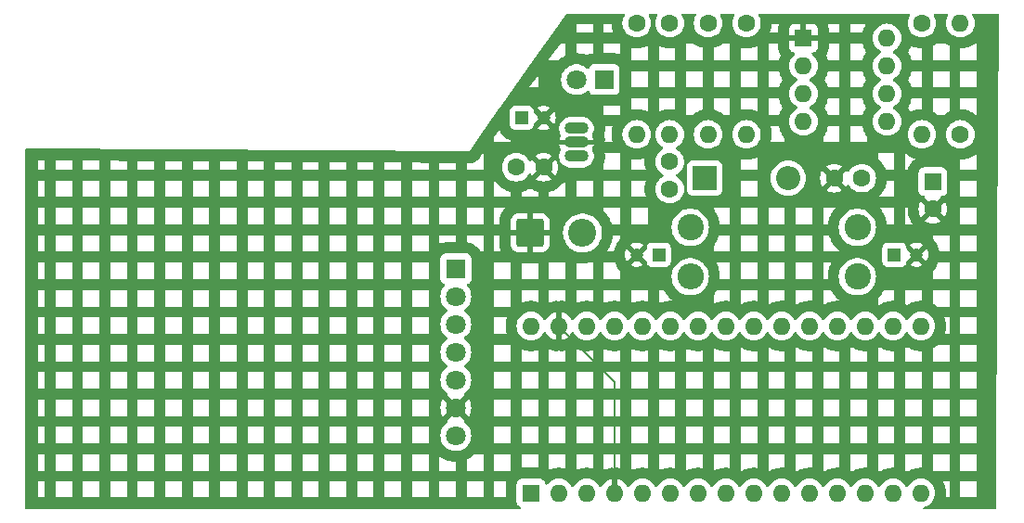
<source format=gbl>
%TF.GenerationSoftware,KiCad,Pcbnew,8.0.8-8.0.8-0~ubuntu24.04.1*%
%TF.CreationDate,2025-02-02T21:15:27-07:00*%
%TF.ProjectId,Speedometer,53706565-646f-46d6-9574-65722e6b6963,v1*%
%TF.SameCoordinates,Original*%
%TF.FileFunction,Copper,L2,Bot*%
%TF.FilePolarity,Positive*%
%FSLAX46Y46*%
G04 Gerber Fmt 4.6, Leading zero omitted, Abs format (unit mm)*
G04 Created by KiCad (PCBNEW 8.0.8-8.0.8-0~ubuntu24.04.1) date 2025-02-02 21:15:27*
%MOMM*%
%LPD*%
G01*
G04 APERTURE LIST*
G04 Aperture macros list*
%AMRoundRect*
0 Rectangle with rounded corners*
0 $1 Rounding radius*
0 $2 $3 $4 $5 $6 $7 $8 $9 X,Y pos of 4 corners*
0 Add a 4 corners polygon primitive as box body*
4,1,4,$2,$3,$4,$5,$6,$7,$8,$9,$2,$3,0*
0 Add four circle primitives for the rounded corners*
1,1,$1+$1,$2,$3*
1,1,$1+$1,$4,$5*
1,1,$1+$1,$6,$7*
1,1,$1+$1,$8,$9*
0 Add four rect primitives between the rounded corners*
20,1,$1+$1,$2,$3,$4,$5,0*
20,1,$1+$1,$4,$5,$6,$7,0*
20,1,$1+$1,$6,$7,$8,$9,0*
20,1,$1+$1,$8,$9,$2,$3,0*%
G04 Aperture macros list end*
%TA.AperFunction,ComponentPad*%
%ADD10R,1.800000X1.800000*%
%TD*%
%TA.AperFunction,ComponentPad*%
%ADD11C,1.800000*%
%TD*%
%TA.AperFunction,ComponentPad*%
%ADD12C,1.600000*%
%TD*%
%TA.AperFunction,ComponentPad*%
%ADD13O,1.600000X1.600000*%
%TD*%
%TA.AperFunction,ComponentPad*%
%ADD14R,1.600000X1.600000*%
%TD*%
%TA.AperFunction,ComponentPad*%
%ADD15R,1.200000X1.200000*%
%TD*%
%TA.AperFunction,ComponentPad*%
%ADD16C,1.200000*%
%TD*%
%TA.AperFunction,ComponentPad*%
%ADD17C,2.400000*%
%TD*%
%TA.AperFunction,ComponentPad*%
%ADD18O,2.400000X2.400000*%
%TD*%
%TA.AperFunction,ComponentPad*%
%ADD19RoundRect,0.249999X-1.025001X-1.025001X1.025001X-1.025001X1.025001X1.025001X-1.025001X1.025001X0*%
%TD*%
%TA.AperFunction,ComponentPad*%
%ADD20C,2.550000*%
%TD*%
%TA.AperFunction,ComponentPad*%
%ADD21R,2.200000X2.200000*%
%TD*%
%TA.AperFunction,ComponentPad*%
%ADD22O,2.200000X2.200000*%
%TD*%
%TA.AperFunction,ComponentPad*%
%ADD23O,2.200000X1.100000*%
%TD*%
%TA.AperFunction,Conductor*%
%ADD24C,0.200000*%
%TD*%
G04 APERTURE END LIST*
D10*
%TO.P,D1,1,K*%
%TO.N,Net-(D1-K)*%
X126040000Y-54500000D03*
D11*
%TO.P,D1,2,A*%
%TO.N,+5V*%
X123500000Y-54500000D03*
%TD*%
D12*
%TO.P,C2,1*%
%TO.N,+5V*%
X118000000Y-62500000D03*
%TO.P,C2,2*%
%TO.N,GND*%
X120500000Y-62500000D03*
%TD*%
%TO.P,R1,1*%
%TO.N,Net-(D1-K)*%
X129000000Y-49340000D03*
D13*
%TO.P,R1,2*%
%TO.N,/Hall_Out*%
X129000000Y-59500000D03*
%TD*%
D12*
%TO.P,R3,1*%
%TO.N,+5V*%
X135500000Y-49340000D03*
D13*
%TO.P,R3,2*%
%TO.N,/Diff*%
X135500000Y-59500000D03*
%TD*%
D14*
%TO.P,UNIT_2,1,D1/TX*%
%TO.N,unconnected-(UNIT_2-D1{slash}TX-Pad1)*%
X119340000Y-92240000D03*
D13*
%TO.P,UNIT_2,2,D0/RX*%
%TO.N,unconnected-(UNIT_2-D0{slash}RX-Pad2)*%
X121880000Y-92240000D03*
%TO.P,UNIT_2,3,RESET*%
%TO.N,unconnected-(UNIT_2-RESET-Pad3)*%
X124420000Y-92240000D03*
%TO.P,UNIT_2,4,COM/GND*%
%TO.N,GND*%
X126960000Y-92240000D03*
%TO.P,UNIT_2,5,D2*%
%TO.N,unconnected-(UNIT_2-D2-Pad5)*%
X129500000Y-92240000D03*
%TO.P,UNIT_2,6,D3*%
%TO.N,unconnected-(UNIT_2-D3-Pad6)*%
X132040000Y-92240000D03*
%TO.P,UNIT_2,7,D4*%
%TO.N,unconnected-(UNIT_2-D4-Pad7)*%
X134580000Y-92240000D03*
%TO.P,UNIT_2,8,D5*%
%TO.N,unconnected-(UNIT_2-D5-Pad8)*%
X137120000Y-92240000D03*
%TO.P,UNIT_2,9,D6*%
%TO.N,unconnected-(UNIT_2-D6-Pad9)*%
X139660000Y-92240000D03*
%TO.P,UNIT_2,10,D7*%
%TO.N,unconnected-(UNIT_2-D7-Pad10)*%
X142200000Y-92240000D03*
%TO.P,UNIT_2,11,D8*%
%TO.N,unconnected-(UNIT_2-D8-Pad11)*%
X144740000Y-92240000D03*
%TO.P,UNIT_2,12,D9*%
%TO.N,unconnected-(UNIT_2-D9-Pad12)*%
X147280000Y-92240000D03*
%TO.P,UNIT_2,13,D10*%
%TO.N,CS*%
X149820000Y-92240000D03*
%TO.P,UNIT_2,14,D11/MOSI*%
%TO.N,SI*%
X152360000Y-92240000D03*
%TO.P,UNIT_2,15,D12/MISO*%
%TO.N,SO*%
X154900000Y-92240000D03*
%TO.P,UNIT_2,16,D13/SCK*%
%TO.N,SCK*%
X154900000Y-77000000D03*
%TO.P,UNIT_2,17,3V3*%
%TO.N,unconnected-(UNIT_2-3V3-Pad17)*%
X152360000Y-77000000D03*
%TO.P,UNIT_2,18,AREF*%
%TO.N,unconnected-(UNIT_2-AREF-Pad18)*%
X149820000Y-77000000D03*
%TO.P,UNIT_2,19,A0*%
%TO.N,/Nano_Input*%
X147280000Y-77000000D03*
%TO.P,UNIT_2,20,A1*%
%TO.N,unconnected-(UNIT_2-A1-Pad20)*%
X144740000Y-77000000D03*
%TO.P,UNIT_2,21,A2*%
%TO.N,unconnected-(UNIT_2-A2-Pad21)*%
X142200000Y-77000000D03*
%TO.P,UNIT_2,22,A3*%
%TO.N,unconnected-(UNIT_2-A3-Pad22)*%
X139660000Y-77000000D03*
%TO.P,UNIT_2,23,A4*%
%TO.N,unconnected-(UNIT_2-A4-Pad23)*%
X137120000Y-77000000D03*
%TO.P,UNIT_2,24,A5*%
%TO.N,unconnected-(UNIT_2-A5-Pad24)*%
X134580000Y-77000000D03*
%TO.P,UNIT_2,25,A6*%
%TO.N,unconnected-(UNIT_2-A6-Pad25)*%
X132040000Y-77000000D03*
%TO.P,UNIT_2,26,A7*%
%TO.N,unconnected-(UNIT_2-A7-Pad26)*%
X129500000Y-77000000D03*
%TO.P,UNIT_2,27,+5V*%
%TO.N,+5V*%
X126960000Y-77000000D03*
%TO.P,UNIT_2,28,RESET*%
%TO.N,unconnected-(UNIT_2-RESET-Pad28)*%
X124420000Y-77000000D03*
%TO.P,UNIT_2,29,COM/GND*%
%TO.N,GND*%
X121880000Y-77000000D03*
%TO.P,UNIT_2,30,VIN*%
%TO.N,unconnected-(UNIT_2-VIN-Pad30)*%
X119340000Y-77000000D03*
%TD*%
D15*
%TO.P,C1,1*%
%TO.N,+5V*%
X118500000Y-58000000D03*
D16*
%TO.P,C1,2*%
%TO.N,GND*%
X120500000Y-58000000D03*
%TD*%
D17*
%TO.P,R7,1*%
%TO.N,/NE555_Out*%
X133880000Y-68000000D03*
D18*
%TO.P,R7,2*%
%TO.N,/Filter1*%
X149120000Y-68000000D03*
%TD*%
D12*
%TO.P,C3,1*%
%TO.N,/Hall_Out*%
X132000000Y-62000000D03*
%TO.P,C3,2*%
%TO.N,/Diff*%
X132000000Y-64500000D03*
%TD*%
%TO.P,R2,1*%
%TO.N,+5V*%
X132000000Y-49340000D03*
D13*
%TO.P,R2,2*%
%TO.N,/Hall_Out*%
X132000000Y-59500000D03*
%TD*%
D12*
%TO.P,R5,1*%
%TO.N,+5V*%
X158500000Y-59500000D03*
D13*
%TO.P,R5,2*%
%TO.N,Net-(R5-Pad2)*%
X158500000Y-49340000D03*
%TD*%
D15*
%TO.P,C6,1*%
%TO.N,/Filter1*%
X152500000Y-70500000D03*
D16*
%TO.P,C6,2*%
%TO.N,GND*%
X154500000Y-70500000D03*
%TD*%
D12*
%TO.P,R6,1*%
%TO.N,Net-(R5-Pad2)*%
X155000000Y-49340000D03*
D13*
%TO.P,R6,2*%
%TO.N,/DIS_THR*%
X155000000Y-59500000D03*
%TD*%
D19*
%TO.P,J4,1,Pin_1*%
%TO.N,GND*%
X119250000Y-68500000D03*
D20*
%TO.P,J4,2,Pin_2*%
%TO.N,+5V*%
X124050000Y-68500000D03*
%TD*%
D12*
%TO.P,C4,1*%
%TO.N,GND*%
X147020000Y-63500000D03*
%TO.P,C4,2*%
%TO.N,/CV*%
X149520000Y-63500000D03*
%TD*%
D14*
%TO.P,U2,1,GND*%
%TO.N,GND*%
X144200000Y-50700000D03*
D13*
%TO.P,U2,2,TR*%
%TO.N,/Rect*%
X144200000Y-53240000D03*
%TO.P,U2,3,Q*%
%TO.N,/NE555_Out*%
X144200000Y-55780000D03*
%TO.P,U2,4,R*%
%TO.N,+5V*%
X144200000Y-58320000D03*
%TO.P,U2,5,CV*%
%TO.N,/CV*%
X151820000Y-58320000D03*
%TO.P,U2,6,THR*%
%TO.N,/DIS_THR*%
X151820000Y-55780000D03*
%TO.P,U2,7,DIS*%
X151820000Y-53240000D03*
%TO.P,U2,8,VCC*%
%TO.N,+5V*%
X151820000Y-50700000D03*
%TD*%
D14*
%TO.P,C5,1*%
%TO.N,/DIS_THR*%
X156000000Y-63817621D03*
D12*
%TO.P,C5,2*%
%TO.N,GND*%
X156000000Y-66317621D03*
%TD*%
D21*
%TO.P,D2,1,K*%
%TO.N,/Diff*%
X135190000Y-63500000D03*
D22*
%TO.P,D2,2,A*%
%TO.N,/Rect*%
X142810000Y-63500000D03*
%TD*%
D10*
%TO.P,UNIT_1,1,INT*%
%TO.N,unconnected-(UNIT_1-INT-Pad1)*%
X112500000Y-71760000D03*
D11*
%TO.P,UNIT_1,2,SCK*%
%TO.N,SCK*%
X112500000Y-74300000D03*
%TO.P,UNIT_1,3,SI*%
%TO.N,SI*%
X112500000Y-76840000D03*
%TO.P,UNIT_1,4,SO*%
%TO.N,SO*%
X112500000Y-79380000D03*
%TO.P,UNIT_1,5,CS*%
%TO.N,CS*%
X112500000Y-81920000D03*
%TO.P,UNIT_1,6,GND*%
%TO.N,GND*%
X112500000Y-84460000D03*
%TO.P,UNIT_1,7,VCC*%
%TO.N,+5V*%
X112500000Y-87000000D03*
%TD*%
D17*
%TO.P,R8,1*%
%TO.N,/Filter1*%
X149120000Y-72500000D03*
D18*
%TO.P,R8,2*%
%TO.N,/Nano_Input*%
X133880000Y-72500000D03*
%TD*%
D23*
%TO.P,U1,1,Vcc*%
%TO.N,+5V*%
X123500000Y-58960000D03*
%TO.P,U1,2,GND*%
%TO.N,GND*%
X123500000Y-60230000D03*
%TO.P,U1,3,OUT*%
%TO.N,/Hall_Out*%
X123500000Y-61500000D03*
%TD*%
D12*
%TO.P,R4,1*%
%TO.N,+5V*%
X139000000Y-49340000D03*
D13*
%TO.P,R4,2*%
%TO.N,/Rect*%
X139000000Y-59500000D03*
%TD*%
D15*
%TO.P,C7,1*%
%TO.N,/Nano_Input*%
X131000000Y-70500000D03*
D16*
%TO.P,C7,2*%
%TO.N,GND*%
X129000000Y-70500000D03*
%TD*%
D24*
%TO.N,GND*%
X126960000Y-92240000D02*
X126960000Y-82080000D01*
X126960000Y-82080000D02*
X121880000Y-77000000D01*
%TD*%
%TA.AperFunction,Conductor*%
%TO.N,GND*%
G36*
X127850051Y-48490185D02*
G01*
X127895806Y-48542989D01*
X127905750Y-48612147D01*
X127884587Y-48665621D01*
X127877947Y-48675104D01*
X127869432Y-48687265D01*
X127869431Y-48687267D01*
X127773261Y-48893502D01*
X127773258Y-48893511D01*
X127714366Y-49113302D01*
X127714364Y-49113313D01*
X127694532Y-49339998D01*
X127694532Y-49340001D01*
X127714364Y-49566686D01*
X127714366Y-49566697D01*
X127773258Y-49786488D01*
X127773261Y-49786497D01*
X127869431Y-49992732D01*
X127869432Y-49992734D01*
X127999954Y-50179141D01*
X128160858Y-50340045D01*
X128160861Y-50340047D01*
X128347266Y-50470568D01*
X128553504Y-50566739D01*
X128773308Y-50625635D01*
X128935230Y-50639801D01*
X128999998Y-50645468D01*
X129000000Y-50645468D01*
X129000002Y-50645468D01*
X129056673Y-50640509D01*
X129226692Y-50625635D01*
X129446496Y-50566739D01*
X129652734Y-50470568D01*
X129839139Y-50340047D01*
X130000047Y-50179139D01*
X130130568Y-49992734D01*
X130226739Y-49786496D01*
X130285635Y-49566692D01*
X130305468Y-49340000D01*
X130285635Y-49113308D01*
X130226739Y-48893504D01*
X130130568Y-48687266D01*
X130115412Y-48665621D01*
X130093086Y-48599417D01*
X130110096Y-48531650D01*
X130161044Y-48483837D01*
X130216988Y-48470500D01*
X130783012Y-48470500D01*
X130850051Y-48490185D01*
X130895806Y-48542989D01*
X130905750Y-48612147D01*
X130884587Y-48665621D01*
X130877947Y-48675104D01*
X130869432Y-48687265D01*
X130869431Y-48687267D01*
X130773261Y-48893502D01*
X130773258Y-48893511D01*
X130714366Y-49113302D01*
X130714364Y-49113313D01*
X130694532Y-49339998D01*
X130694532Y-49340001D01*
X130714364Y-49566686D01*
X130714366Y-49566697D01*
X130773258Y-49786488D01*
X130773261Y-49786497D01*
X130869431Y-49992732D01*
X130869432Y-49992734D01*
X130999954Y-50179141D01*
X131160858Y-50340045D01*
X131160861Y-50340047D01*
X131347266Y-50470568D01*
X131553504Y-50566739D01*
X131773308Y-50625635D01*
X131935230Y-50639801D01*
X131999998Y-50645468D01*
X132000000Y-50645468D01*
X132000002Y-50645468D01*
X132056673Y-50640509D01*
X132226692Y-50625635D01*
X132446496Y-50566739D01*
X132652734Y-50470568D01*
X132839139Y-50340047D01*
X133000047Y-50179139D01*
X133130568Y-49992734D01*
X133226739Y-49786496D01*
X133285635Y-49566692D01*
X133305468Y-49340000D01*
X133285635Y-49113308D01*
X133226739Y-48893504D01*
X133130568Y-48687266D01*
X133115412Y-48665621D01*
X133093086Y-48599417D01*
X133110096Y-48531650D01*
X133161044Y-48483837D01*
X133216988Y-48470500D01*
X134283012Y-48470500D01*
X134350051Y-48490185D01*
X134395806Y-48542989D01*
X134405750Y-48612147D01*
X134384587Y-48665621D01*
X134377947Y-48675104D01*
X134369432Y-48687265D01*
X134369431Y-48687267D01*
X134273261Y-48893502D01*
X134273258Y-48893511D01*
X134214366Y-49113302D01*
X134214364Y-49113313D01*
X134194532Y-49339998D01*
X134194532Y-49340001D01*
X134214364Y-49566686D01*
X134214366Y-49566697D01*
X134273258Y-49786488D01*
X134273261Y-49786497D01*
X134369431Y-49992732D01*
X134369432Y-49992734D01*
X134499954Y-50179141D01*
X134660858Y-50340045D01*
X134660861Y-50340047D01*
X134847266Y-50470568D01*
X135053504Y-50566739D01*
X135273308Y-50625635D01*
X135435230Y-50639801D01*
X135499998Y-50645468D01*
X135500000Y-50645468D01*
X135500002Y-50645468D01*
X135556673Y-50640509D01*
X135726692Y-50625635D01*
X135946496Y-50566739D01*
X136152734Y-50470568D01*
X136339139Y-50340047D01*
X136500047Y-50179139D01*
X136630568Y-49992734D01*
X136726739Y-49786496D01*
X136785635Y-49566692D01*
X136805468Y-49340000D01*
X136785635Y-49113308D01*
X136726739Y-48893504D01*
X136630568Y-48687266D01*
X136615412Y-48665621D01*
X136593086Y-48599417D01*
X136610096Y-48531650D01*
X136661044Y-48483837D01*
X136716988Y-48470500D01*
X137783012Y-48470500D01*
X137850051Y-48490185D01*
X137895806Y-48542989D01*
X137905750Y-48612147D01*
X137884587Y-48665621D01*
X137877947Y-48675104D01*
X137869432Y-48687265D01*
X137869431Y-48687267D01*
X137773261Y-48893502D01*
X137773258Y-48893511D01*
X137714366Y-49113302D01*
X137714364Y-49113313D01*
X137694532Y-49339998D01*
X137694532Y-49340001D01*
X137714364Y-49566686D01*
X137714366Y-49566697D01*
X137773258Y-49786488D01*
X137773261Y-49786497D01*
X137869431Y-49992732D01*
X137869432Y-49992734D01*
X137999954Y-50179141D01*
X138160858Y-50340045D01*
X138160861Y-50340047D01*
X138347266Y-50470568D01*
X138553504Y-50566739D01*
X138773308Y-50625635D01*
X138935230Y-50639801D01*
X138999998Y-50645468D01*
X139000000Y-50645468D01*
X139000002Y-50645468D01*
X139056673Y-50640509D01*
X139226692Y-50625635D01*
X139446496Y-50566739D01*
X139652734Y-50470568D01*
X139839139Y-50340047D01*
X139958686Y-50220500D01*
X141125530Y-50220500D01*
X141902000Y-50220500D01*
X141902000Y-49838823D01*
X141902044Y-49835509D01*
X141902580Y-49815461D01*
X141902713Y-49812145D01*
X141904142Y-49785458D01*
X141904364Y-49782144D01*
X141905977Y-49762095D01*
X141906289Y-49758783D01*
X141917455Y-49654931D01*
X141918522Y-49647262D01*
X141926428Y-49601084D01*
X141927972Y-49593499D01*
X141942315Y-49532788D01*
X141944332Y-49525305D01*
X141957942Y-49480436D01*
X141960421Y-49473096D01*
X141962135Y-49468500D01*
X141296037Y-49468500D01*
X141277939Y-49675367D01*
X141277350Y-49680744D01*
X141273079Y-49713188D01*
X141272256Y-49718535D01*
X141264693Y-49761430D01*
X141263638Y-49766737D01*
X141256553Y-49798696D01*
X141255267Y-49803951D01*
X141185095Y-50065841D01*
X141183580Y-50071038D01*
X141173731Y-50102273D01*
X141171990Y-50107401D01*
X141157089Y-50148333D01*
X141155130Y-50153371D01*
X141142611Y-50183592D01*
X141140433Y-50188541D01*
X141125530Y-50220500D01*
X139958686Y-50220500D01*
X140000047Y-50179139D01*
X140130568Y-49992734D01*
X140226739Y-49786496D01*
X140285635Y-49566692D01*
X140305468Y-49340000D01*
X140285635Y-49113308D01*
X140226739Y-48893504D01*
X140130568Y-48687266D01*
X140115412Y-48665621D01*
X140093086Y-48599417D01*
X140110096Y-48531650D01*
X140161044Y-48483837D01*
X140216988Y-48470500D01*
X153783012Y-48470500D01*
X153850051Y-48490185D01*
X153895806Y-48542989D01*
X153905750Y-48612147D01*
X153884587Y-48665621D01*
X153877947Y-48675104D01*
X153869432Y-48687265D01*
X153869431Y-48687267D01*
X153773261Y-48893502D01*
X153773258Y-48893511D01*
X153714366Y-49113302D01*
X153714364Y-49113313D01*
X153694532Y-49339998D01*
X153694532Y-49340001D01*
X153714364Y-49566686D01*
X153714366Y-49566697D01*
X153773258Y-49786488D01*
X153773261Y-49786497D01*
X153869431Y-49992732D01*
X153869432Y-49992734D01*
X153999954Y-50179141D01*
X154160858Y-50340045D01*
X154160861Y-50340047D01*
X154347266Y-50470568D01*
X154553504Y-50566739D01*
X154773308Y-50625635D01*
X154935230Y-50639801D01*
X154999998Y-50645468D01*
X155000000Y-50645468D01*
X155000002Y-50645468D01*
X155056673Y-50640509D01*
X155226692Y-50625635D01*
X155446496Y-50566739D01*
X155652734Y-50470568D01*
X155839139Y-50340047D01*
X156000047Y-50179139D01*
X156130568Y-49992734D01*
X156226739Y-49786496D01*
X156285635Y-49566692D01*
X156305468Y-49340000D01*
X156285635Y-49113308D01*
X156226739Y-48893504D01*
X156130568Y-48687266D01*
X156115412Y-48665621D01*
X156093086Y-48599417D01*
X156110096Y-48531650D01*
X156161044Y-48483837D01*
X156216988Y-48470500D01*
X157283012Y-48470500D01*
X157350051Y-48490185D01*
X157395806Y-48542989D01*
X157405750Y-48612147D01*
X157384587Y-48665621D01*
X157377947Y-48675104D01*
X157369432Y-48687265D01*
X157369431Y-48687267D01*
X157273261Y-48893502D01*
X157273258Y-48893511D01*
X157214366Y-49113302D01*
X157214364Y-49113313D01*
X157194532Y-49339998D01*
X157194532Y-49340001D01*
X157214364Y-49566686D01*
X157214366Y-49566697D01*
X157273258Y-49786488D01*
X157273261Y-49786497D01*
X157369431Y-49992732D01*
X157369432Y-49992734D01*
X157499954Y-50179141D01*
X157660858Y-50340045D01*
X157660861Y-50340047D01*
X157847266Y-50470568D01*
X158053504Y-50566739D01*
X158273308Y-50625635D01*
X158435230Y-50639801D01*
X158499998Y-50645468D01*
X158500000Y-50645468D01*
X158500002Y-50645468D01*
X158556673Y-50640509D01*
X158726692Y-50625635D01*
X158946496Y-50566739D01*
X159152734Y-50470568D01*
X159339139Y-50340047D01*
X159500047Y-50179139D01*
X159630568Y-49992734D01*
X159726739Y-49786496D01*
X159785635Y-49566692D01*
X159805468Y-49340000D01*
X159785635Y-49113308D01*
X159726739Y-48893504D01*
X159630568Y-48687266D01*
X159615412Y-48665621D01*
X159593086Y-48599417D01*
X159610096Y-48531650D01*
X159661044Y-48483837D01*
X159716988Y-48470500D01*
X161874105Y-48470500D01*
X161941144Y-48490185D01*
X161986899Y-48542989D01*
X161998103Y-48595181D01*
X161883008Y-69542455D01*
X161750682Y-93626000D01*
X161750678Y-93626681D01*
X161730626Y-93693612D01*
X161677571Y-93739076D01*
X161626680Y-93750000D01*
X155231225Y-93750000D01*
X155164186Y-93730315D01*
X155118431Y-93677511D01*
X155108487Y-93608353D01*
X155137512Y-93544797D01*
X155196290Y-93507023D01*
X155199132Y-93506225D01*
X155282849Y-93483793D01*
X155346496Y-93466739D01*
X155552734Y-93370568D01*
X155739139Y-93240047D01*
X155900047Y-93079139D01*
X156030568Y-92892734D01*
X156126739Y-92686496D01*
X156185635Y-92466692D01*
X156205468Y-92240000D01*
X156185635Y-92013308D01*
X156126739Y-91793504D01*
X156030568Y-91587266D01*
X155900047Y-91400861D01*
X155900045Y-91400858D01*
X155739141Y-91239954D01*
X155708501Y-91218500D01*
X156959781Y-91218500D01*
X157040433Y-91391459D01*
X157042611Y-91396408D01*
X157055130Y-91426629D01*
X157057089Y-91431667D01*
X157071990Y-91472599D01*
X157073731Y-91477727D01*
X157083580Y-91508962D01*
X157085095Y-91514159D01*
X157155267Y-91776049D01*
X157156553Y-91781304D01*
X157163638Y-91813263D01*
X157164693Y-91818570D01*
X157172256Y-91861465D01*
X157173079Y-91866812D01*
X157177350Y-91899256D01*
X157177939Y-91904633D01*
X157201568Y-92174714D01*
X157201922Y-92180111D01*
X157203350Y-92212811D01*
X157203468Y-92218221D01*
X157203468Y-92261779D01*
X157203350Y-92267189D01*
X157201922Y-92299889D01*
X157201568Y-92305286D01*
X157177939Y-92575367D01*
X157177350Y-92580744D01*
X157173079Y-92613188D01*
X157172256Y-92618535D01*
X157170940Y-92626000D01*
X157500000Y-92626000D01*
X158498000Y-92626000D01*
X160000000Y-92626000D01*
X160000000Y-91218500D01*
X158498000Y-91218500D01*
X158498000Y-92626000D01*
X157500000Y-92626000D01*
X157500000Y-91218500D01*
X156959781Y-91218500D01*
X155708501Y-91218500D01*
X155552734Y-91109432D01*
X155552732Y-91109431D01*
X155346497Y-91013261D01*
X155346488Y-91013258D01*
X155126697Y-90954366D01*
X155126693Y-90954365D01*
X155126692Y-90954365D01*
X155126691Y-90954364D01*
X155126686Y-90954364D01*
X154900002Y-90934532D01*
X154899998Y-90934532D01*
X154673313Y-90954364D01*
X154673302Y-90954366D01*
X154453511Y-91013258D01*
X154453502Y-91013261D01*
X154247267Y-91109431D01*
X154247265Y-91109432D01*
X154060858Y-91239954D01*
X153899954Y-91400858D01*
X153769432Y-91587265D01*
X153769431Y-91587267D01*
X153742382Y-91645275D01*
X153696209Y-91697714D01*
X153629016Y-91716866D01*
X153562135Y-91696650D01*
X153517618Y-91645275D01*
X153490686Y-91587520D01*
X153490568Y-91587266D01*
X153360047Y-91400861D01*
X153360045Y-91400858D01*
X153199141Y-91239954D01*
X153012734Y-91109432D01*
X153012732Y-91109431D01*
X152806497Y-91013261D01*
X152806488Y-91013258D01*
X152586697Y-90954366D01*
X152586693Y-90954365D01*
X152586692Y-90954365D01*
X152586691Y-90954364D01*
X152586686Y-90954364D01*
X152360002Y-90934532D01*
X152359998Y-90934532D01*
X152133313Y-90954364D01*
X152133302Y-90954366D01*
X151913511Y-91013258D01*
X151913502Y-91013261D01*
X151707267Y-91109431D01*
X151707265Y-91109432D01*
X151520858Y-91239954D01*
X151359954Y-91400858D01*
X151229432Y-91587265D01*
X151229431Y-91587267D01*
X151202382Y-91645275D01*
X151156209Y-91697714D01*
X151089016Y-91716866D01*
X151022135Y-91696650D01*
X150977618Y-91645275D01*
X150950686Y-91587520D01*
X150950568Y-91587266D01*
X150820047Y-91400861D01*
X150820045Y-91400858D01*
X150659141Y-91239954D01*
X150472734Y-91109432D01*
X150472732Y-91109431D01*
X150266497Y-91013261D01*
X150266488Y-91013258D01*
X150046697Y-90954366D01*
X150046693Y-90954365D01*
X150046692Y-90954365D01*
X150046691Y-90954364D01*
X150046686Y-90954364D01*
X149820002Y-90934532D01*
X149819998Y-90934532D01*
X149593313Y-90954364D01*
X149593302Y-90954366D01*
X149373511Y-91013258D01*
X149373502Y-91013261D01*
X149167267Y-91109431D01*
X149167265Y-91109432D01*
X148980858Y-91239954D01*
X148819954Y-91400858D01*
X148689432Y-91587265D01*
X148689431Y-91587267D01*
X148662382Y-91645275D01*
X148616209Y-91697714D01*
X148549016Y-91716866D01*
X148482135Y-91696650D01*
X148437618Y-91645275D01*
X148410686Y-91587520D01*
X148410568Y-91587266D01*
X148280047Y-91400861D01*
X148280045Y-91400858D01*
X148119141Y-91239954D01*
X147932734Y-91109432D01*
X147932732Y-91109431D01*
X147726497Y-91013261D01*
X147726488Y-91013258D01*
X147506697Y-90954366D01*
X147506693Y-90954365D01*
X147506692Y-90954365D01*
X147506691Y-90954364D01*
X147506686Y-90954364D01*
X147280002Y-90934532D01*
X147279998Y-90934532D01*
X147053313Y-90954364D01*
X147053302Y-90954366D01*
X146833511Y-91013258D01*
X146833502Y-91013261D01*
X146627267Y-91109431D01*
X146627265Y-91109432D01*
X146440858Y-91239954D01*
X146279954Y-91400858D01*
X146149432Y-91587265D01*
X146149431Y-91587267D01*
X146122382Y-91645275D01*
X146076209Y-91697714D01*
X146009016Y-91716866D01*
X145942135Y-91696650D01*
X145897618Y-91645275D01*
X145870686Y-91587520D01*
X145870568Y-91587266D01*
X145740047Y-91400861D01*
X145740045Y-91400858D01*
X145579141Y-91239954D01*
X145392734Y-91109432D01*
X145392732Y-91109431D01*
X145186497Y-91013261D01*
X145186488Y-91013258D01*
X144966697Y-90954366D01*
X144966693Y-90954365D01*
X144966692Y-90954365D01*
X144966691Y-90954364D01*
X144966686Y-90954364D01*
X144740002Y-90934532D01*
X144739998Y-90934532D01*
X144513313Y-90954364D01*
X144513302Y-90954366D01*
X144293511Y-91013258D01*
X144293502Y-91013261D01*
X144087267Y-91109431D01*
X144087265Y-91109432D01*
X143900858Y-91239954D01*
X143739954Y-91400858D01*
X143609432Y-91587265D01*
X143609431Y-91587267D01*
X143582382Y-91645275D01*
X143536209Y-91697714D01*
X143469016Y-91716866D01*
X143402135Y-91696650D01*
X143357618Y-91645275D01*
X143330686Y-91587520D01*
X143330568Y-91587266D01*
X143200047Y-91400861D01*
X143200045Y-91400858D01*
X143039141Y-91239954D01*
X142852734Y-91109432D01*
X142852732Y-91109431D01*
X142646497Y-91013261D01*
X142646488Y-91013258D01*
X142426697Y-90954366D01*
X142426693Y-90954365D01*
X142426692Y-90954365D01*
X142426691Y-90954364D01*
X142426686Y-90954364D01*
X142200002Y-90934532D01*
X142199998Y-90934532D01*
X141973313Y-90954364D01*
X141973302Y-90954366D01*
X141753511Y-91013258D01*
X141753502Y-91013261D01*
X141547267Y-91109431D01*
X141547265Y-91109432D01*
X141360858Y-91239954D01*
X141199954Y-91400858D01*
X141069432Y-91587265D01*
X141069431Y-91587267D01*
X141042382Y-91645275D01*
X140996209Y-91697714D01*
X140929016Y-91716866D01*
X140862135Y-91696650D01*
X140817618Y-91645275D01*
X140790686Y-91587520D01*
X140790568Y-91587266D01*
X140660047Y-91400861D01*
X140660045Y-91400858D01*
X140499141Y-91239954D01*
X140312734Y-91109432D01*
X140312732Y-91109431D01*
X140106497Y-91013261D01*
X140106488Y-91013258D01*
X139886697Y-90954366D01*
X139886693Y-90954365D01*
X139886692Y-90954365D01*
X139886691Y-90954364D01*
X139886686Y-90954364D01*
X139660002Y-90934532D01*
X139659998Y-90934532D01*
X139433313Y-90954364D01*
X139433302Y-90954366D01*
X139213511Y-91013258D01*
X139213502Y-91013261D01*
X139007267Y-91109431D01*
X139007265Y-91109432D01*
X138820858Y-91239954D01*
X138659954Y-91400858D01*
X138529432Y-91587265D01*
X138529431Y-91587267D01*
X138502382Y-91645275D01*
X138456209Y-91697714D01*
X138389016Y-91716866D01*
X138322135Y-91696650D01*
X138277618Y-91645275D01*
X138250686Y-91587520D01*
X138250568Y-91587266D01*
X138120047Y-91400861D01*
X138120045Y-91400858D01*
X137959141Y-91239954D01*
X137772734Y-91109432D01*
X137772732Y-91109431D01*
X137566497Y-91013261D01*
X137566488Y-91013258D01*
X137346697Y-90954366D01*
X137346693Y-90954365D01*
X137346692Y-90954365D01*
X137346691Y-90954364D01*
X137346686Y-90954364D01*
X137120002Y-90934532D01*
X137119998Y-90934532D01*
X136893313Y-90954364D01*
X136893302Y-90954366D01*
X136673511Y-91013258D01*
X136673502Y-91013261D01*
X136467267Y-91109431D01*
X136467265Y-91109432D01*
X136280858Y-91239954D01*
X136119954Y-91400858D01*
X135989432Y-91587265D01*
X135989431Y-91587267D01*
X135962382Y-91645275D01*
X135916209Y-91697714D01*
X135849016Y-91716866D01*
X135782135Y-91696650D01*
X135737618Y-91645275D01*
X135710686Y-91587520D01*
X135710568Y-91587266D01*
X135580047Y-91400861D01*
X135580045Y-91400858D01*
X135419141Y-91239954D01*
X135232734Y-91109432D01*
X135232732Y-91109431D01*
X135026497Y-91013261D01*
X135026488Y-91013258D01*
X134806697Y-90954366D01*
X134806693Y-90954365D01*
X134806692Y-90954365D01*
X134806691Y-90954364D01*
X134806686Y-90954364D01*
X134580002Y-90934532D01*
X134579998Y-90934532D01*
X134353313Y-90954364D01*
X134353302Y-90954366D01*
X134133511Y-91013258D01*
X134133502Y-91013261D01*
X133927267Y-91109431D01*
X133927265Y-91109432D01*
X133740858Y-91239954D01*
X133579954Y-91400858D01*
X133449432Y-91587265D01*
X133449431Y-91587267D01*
X133422382Y-91645275D01*
X133376209Y-91697714D01*
X133309016Y-91716866D01*
X133242135Y-91696650D01*
X133197618Y-91645275D01*
X133170686Y-91587520D01*
X133170568Y-91587266D01*
X133040047Y-91400861D01*
X133040045Y-91400858D01*
X132879141Y-91239954D01*
X132692734Y-91109432D01*
X132692732Y-91109431D01*
X132486497Y-91013261D01*
X132486488Y-91013258D01*
X132266697Y-90954366D01*
X132266693Y-90954365D01*
X132266692Y-90954365D01*
X132266691Y-90954364D01*
X132266686Y-90954364D01*
X132040002Y-90934532D01*
X132039998Y-90934532D01*
X131813313Y-90954364D01*
X131813302Y-90954366D01*
X131593511Y-91013258D01*
X131593502Y-91013261D01*
X131387267Y-91109431D01*
X131387265Y-91109432D01*
X131200858Y-91239954D01*
X131039954Y-91400858D01*
X130909432Y-91587265D01*
X130909431Y-91587267D01*
X130882382Y-91645275D01*
X130836209Y-91697714D01*
X130769016Y-91716866D01*
X130702135Y-91696650D01*
X130657618Y-91645275D01*
X130630686Y-91587520D01*
X130630568Y-91587266D01*
X130500047Y-91400861D01*
X130500045Y-91400858D01*
X130339141Y-91239954D01*
X130152734Y-91109432D01*
X130152732Y-91109431D01*
X129946497Y-91013261D01*
X129946488Y-91013258D01*
X129726697Y-90954366D01*
X129726693Y-90954365D01*
X129726692Y-90954365D01*
X129726691Y-90954364D01*
X129726686Y-90954364D01*
X129500002Y-90934532D01*
X129499998Y-90934532D01*
X129273313Y-90954364D01*
X129273302Y-90954366D01*
X129053511Y-91013258D01*
X129053502Y-91013261D01*
X128847267Y-91109431D01*
X128847265Y-91109432D01*
X128660858Y-91239954D01*
X128499954Y-91400858D01*
X128369433Y-91587264D01*
X128369432Y-91587266D01*
X128369315Y-91587518D01*
X128342106Y-91645867D01*
X128295933Y-91698306D01*
X128228739Y-91717457D01*
X128161858Y-91697241D01*
X128117342Y-91645865D01*
X128090135Y-91587520D01*
X128090134Y-91587518D01*
X127959657Y-91401179D01*
X127798820Y-91240342D01*
X127612482Y-91109865D01*
X127406328Y-91013734D01*
X127210000Y-90961127D01*
X127210000Y-91806988D01*
X127152993Y-91774075D01*
X127025826Y-91740000D01*
X126894174Y-91740000D01*
X126767007Y-91774075D01*
X126710000Y-91806988D01*
X126710000Y-90961127D01*
X126513671Y-91013734D01*
X126307517Y-91109865D01*
X126121179Y-91240342D01*
X125960342Y-91401179D01*
X125829867Y-91587515D01*
X125802657Y-91645867D01*
X125756484Y-91698306D01*
X125689290Y-91717457D01*
X125622409Y-91697241D01*
X125577893Y-91645865D01*
X125550685Y-91587518D01*
X125550568Y-91587266D01*
X125420047Y-91400861D01*
X125420045Y-91400858D01*
X125259141Y-91239954D01*
X125072734Y-91109432D01*
X125072732Y-91109431D01*
X124866497Y-91013261D01*
X124866488Y-91013258D01*
X124646697Y-90954366D01*
X124646693Y-90954365D01*
X124646692Y-90954365D01*
X124646691Y-90954364D01*
X124646686Y-90954364D01*
X124420002Y-90934532D01*
X124419998Y-90934532D01*
X124193313Y-90954364D01*
X124193302Y-90954366D01*
X123973511Y-91013258D01*
X123973502Y-91013261D01*
X123767267Y-91109431D01*
X123767265Y-91109432D01*
X123580858Y-91239954D01*
X123419954Y-91400858D01*
X123289432Y-91587265D01*
X123289431Y-91587267D01*
X123262382Y-91645275D01*
X123216209Y-91697714D01*
X123149016Y-91716866D01*
X123082135Y-91696650D01*
X123037618Y-91645275D01*
X123010686Y-91587520D01*
X123010568Y-91587266D01*
X122880047Y-91400861D01*
X122880045Y-91400858D01*
X122719141Y-91239954D01*
X122532734Y-91109432D01*
X122532732Y-91109431D01*
X122326497Y-91013261D01*
X122326488Y-91013258D01*
X122106697Y-90954366D01*
X122106693Y-90954365D01*
X122106692Y-90954365D01*
X122106691Y-90954364D01*
X122106686Y-90954364D01*
X121880002Y-90934532D01*
X121879998Y-90934532D01*
X121653313Y-90954364D01*
X121653302Y-90954366D01*
X121433511Y-91013258D01*
X121433502Y-91013261D01*
X121227267Y-91109431D01*
X121227265Y-91109432D01*
X121040858Y-91239954D01*
X120879954Y-91400858D01*
X120862725Y-91425464D01*
X120808147Y-91469088D01*
X120738648Y-91476280D01*
X120676294Y-91444757D01*
X120640882Y-91384526D01*
X120637861Y-91367591D01*
X120634091Y-91332516D01*
X120583797Y-91197671D01*
X120583793Y-91197664D01*
X120497547Y-91082455D01*
X120497544Y-91082452D01*
X120382335Y-90996206D01*
X120382328Y-90996202D01*
X120247482Y-90945908D01*
X120247483Y-90945908D01*
X120187883Y-90939501D01*
X120187881Y-90939500D01*
X120187873Y-90939500D01*
X120187864Y-90939500D01*
X118492129Y-90939500D01*
X118492123Y-90939501D01*
X118432516Y-90945908D01*
X118297671Y-90996202D01*
X118297664Y-90996206D01*
X118182455Y-91082452D01*
X118182452Y-91082455D01*
X118096206Y-91197664D01*
X118096202Y-91197671D01*
X118045908Y-91332517D01*
X118039501Y-91392116D01*
X118039500Y-91392135D01*
X118039500Y-93087870D01*
X118039501Y-93087876D01*
X118045908Y-93147483D01*
X118096202Y-93282328D01*
X118096206Y-93282335D01*
X118182452Y-93397544D01*
X118182455Y-93397547D01*
X118297664Y-93483793D01*
X118297671Y-93483797D01*
X118367437Y-93509818D01*
X118423371Y-93551689D01*
X118447788Y-93617153D01*
X118432937Y-93685426D01*
X118383532Y-93734832D01*
X118324104Y-93750000D01*
X73374000Y-93750000D01*
X73306961Y-93730315D01*
X73261206Y-93677511D01*
X73250000Y-93626000D01*
X73250000Y-92626000D01*
X74374000Y-92626000D01*
X75000000Y-92626000D01*
X75998000Y-92626000D01*
X77500000Y-92626000D01*
X78498000Y-92626000D01*
X80000000Y-92626000D01*
X80998000Y-92626000D01*
X82500000Y-92626000D01*
X83498000Y-92626000D01*
X85000000Y-92626000D01*
X85998000Y-92626000D01*
X87500000Y-92626000D01*
X88498000Y-92626000D01*
X90000000Y-92626000D01*
X90998000Y-92626000D01*
X92500000Y-92626000D01*
X93498000Y-92626000D01*
X95000000Y-92626000D01*
X95998000Y-92626000D01*
X97500000Y-92626000D01*
X98498000Y-92626000D01*
X100000000Y-92626000D01*
X100998000Y-92626000D01*
X102500000Y-92626000D01*
X103498000Y-92626000D01*
X105000000Y-92626000D01*
X105998000Y-92626000D01*
X107500000Y-92626000D01*
X108498000Y-92626000D01*
X110000000Y-92626000D01*
X110998000Y-92626000D01*
X112500000Y-92626000D01*
X113498000Y-92626000D01*
X115000000Y-92626000D01*
X115998000Y-92626000D01*
X117041501Y-92626000D01*
X117041500Y-91378752D01*
X117041545Y-91375428D01*
X117042084Y-91355327D01*
X117042217Y-91352007D01*
X117043649Y-91325320D01*
X117043871Y-91322011D01*
X117045481Y-91302018D01*
X117045792Y-91298715D01*
X117054417Y-91218500D01*
X115998000Y-91218500D01*
X115998000Y-92626000D01*
X115000000Y-92626000D01*
X115000000Y-91218500D01*
X113498000Y-91218500D01*
X113498000Y-92626000D01*
X112500000Y-92626000D01*
X112500000Y-91218500D01*
X110998000Y-91218500D01*
X110998000Y-92626000D01*
X110000000Y-92626000D01*
X110000000Y-91218500D01*
X108498000Y-91218500D01*
X108498000Y-92626000D01*
X107500000Y-92626000D01*
X107500000Y-91218500D01*
X105998000Y-91218500D01*
X105998000Y-92626000D01*
X105000000Y-92626000D01*
X105000000Y-91218500D01*
X103498000Y-91218500D01*
X103498000Y-92626000D01*
X102500000Y-92626000D01*
X102500000Y-91218500D01*
X100998000Y-91218500D01*
X100998000Y-92626000D01*
X100000000Y-92626000D01*
X100000000Y-91218500D01*
X98498000Y-91218500D01*
X98498000Y-92626000D01*
X97500000Y-92626000D01*
X97500000Y-91218500D01*
X95998000Y-91218500D01*
X95998000Y-92626000D01*
X95000000Y-92626000D01*
X95000000Y-91218500D01*
X93498000Y-91218500D01*
X93498000Y-92626000D01*
X92500000Y-92626000D01*
X92500000Y-91218500D01*
X90998000Y-91218500D01*
X90998000Y-92626000D01*
X90000000Y-92626000D01*
X90000000Y-91218500D01*
X88498000Y-91218500D01*
X88498000Y-92626000D01*
X87500000Y-92626000D01*
X87500000Y-91218500D01*
X85998000Y-91218500D01*
X85998000Y-92626000D01*
X85000000Y-92626000D01*
X85000000Y-91218500D01*
X83498000Y-91218500D01*
X83498000Y-92626000D01*
X82500000Y-92626000D01*
X82500000Y-91218500D01*
X80998000Y-91218500D01*
X80998000Y-92626000D01*
X80000000Y-92626000D01*
X80000000Y-91218500D01*
X78498000Y-91218500D01*
X78498000Y-92626000D01*
X77500000Y-92626000D01*
X77500000Y-91218500D01*
X75998000Y-91218500D01*
X75998000Y-92626000D01*
X75000000Y-92626000D01*
X75000000Y-91218500D01*
X74374000Y-91218500D01*
X74374000Y-92626000D01*
X73250000Y-92626000D01*
X73250000Y-90220500D01*
X74374000Y-90220500D01*
X75000000Y-90220500D01*
X75998000Y-90220500D01*
X77500000Y-90220500D01*
X78498000Y-90220500D01*
X80000000Y-90220500D01*
X80998000Y-90220500D01*
X82500000Y-90220500D01*
X83498000Y-90220500D01*
X85000000Y-90220500D01*
X85998000Y-90220500D01*
X87500000Y-90220500D01*
X88498000Y-90220500D01*
X90000000Y-90220500D01*
X90998000Y-90220500D01*
X92500000Y-90220500D01*
X93498000Y-90220500D01*
X95000000Y-90220500D01*
X95998000Y-90220500D01*
X97500000Y-90220500D01*
X98498000Y-90220500D01*
X100000000Y-90220500D01*
X100998000Y-90220500D01*
X102500000Y-90220500D01*
X103498000Y-90220500D01*
X105000000Y-90220500D01*
X105998000Y-90220500D01*
X107500000Y-90220500D01*
X108498000Y-90220500D01*
X110000000Y-90220500D01*
X110998000Y-90220500D01*
X112500000Y-90220500D01*
X112500000Y-89398500D01*
X112363319Y-89398500D01*
X112358196Y-89398394D01*
X112327216Y-89397113D01*
X112322098Y-89396795D01*
X112280975Y-89393387D01*
X112275879Y-89392859D01*
X112245110Y-89389024D01*
X112240037Y-89388285D01*
X111970406Y-89343292D01*
X111965369Y-89342344D01*
X111935028Y-89335982D01*
X111930038Y-89334827D01*
X111890035Y-89324698D01*
X111885091Y-89323337D01*
X111855367Y-89314488D01*
X111850485Y-89312924D01*
X111591934Y-89224163D01*
X111587120Y-89222398D01*
X111558239Y-89211128D01*
X111553509Y-89209169D01*
X111515721Y-89192595D01*
X111511067Y-89190438D01*
X111501999Y-89186005D01*
X113498000Y-89186005D01*
X113498000Y-90220500D01*
X115000000Y-90220500D01*
X115998000Y-90220500D01*
X117500000Y-90220500D01*
X135998000Y-90220500D01*
X136013285Y-90220500D01*
X138498000Y-90220500D01*
X138553285Y-90220500D01*
X140998000Y-90220500D01*
X141093285Y-90220500D01*
X143498000Y-90220500D01*
X143633285Y-90220500D01*
X145998000Y-90220500D01*
X146173285Y-90220500D01*
X148498000Y-90220500D01*
X148713285Y-90220500D01*
X150998000Y-90220500D01*
X151253285Y-90220500D01*
X153498000Y-90220500D01*
X153793285Y-90220500D01*
X153800897Y-90216537D01*
X153802002Y-90215992D01*
X155998000Y-90215992D01*
X155999103Y-90216537D01*
X156006715Y-90220500D01*
X157500000Y-90220500D01*
X158498000Y-90220500D01*
X160000000Y-90220500D01*
X160000000Y-88718500D01*
X158498000Y-88718500D01*
X158498000Y-90220500D01*
X157500000Y-90220500D01*
X157500000Y-88718500D01*
X155998000Y-88718500D01*
X155998000Y-90215992D01*
X153802002Y-90215992D01*
X153805751Y-90214143D01*
X154051459Y-90099567D01*
X154056408Y-90097389D01*
X154086629Y-90084870D01*
X154091667Y-90082911D01*
X154132599Y-90068010D01*
X154137727Y-90066269D01*
X154168962Y-90056420D01*
X154174159Y-90054905D01*
X154436049Y-89984733D01*
X154441304Y-89983447D01*
X154473263Y-89976362D01*
X154478570Y-89975307D01*
X154521465Y-89967744D01*
X154526812Y-89966921D01*
X154559256Y-89962650D01*
X154564633Y-89962061D01*
X154834714Y-89938432D01*
X154840111Y-89938078D01*
X154872811Y-89936650D01*
X154878221Y-89936532D01*
X154921779Y-89936532D01*
X154927189Y-89936650D01*
X154959889Y-89938078D01*
X154965286Y-89938432D01*
X155000000Y-89941469D01*
X155000000Y-88718500D01*
X153498000Y-88718500D01*
X153498000Y-90220500D01*
X151253285Y-90220500D01*
X151260897Y-90216537D01*
X151265751Y-90214143D01*
X151511459Y-90099567D01*
X151516408Y-90097389D01*
X151546629Y-90084870D01*
X151551667Y-90082911D01*
X151592599Y-90068010D01*
X151597727Y-90066269D01*
X151628962Y-90056420D01*
X151634159Y-90054905D01*
X151896049Y-89984733D01*
X151901304Y-89983447D01*
X151933263Y-89976362D01*
X151938570Y-89975307D01*
X151981465Y-89967744D01*
X151986812Y-89966921D01*
X152019256Y-89962650D01*
X152024633Y-89962061D01*
X152294714Y-89938432D01*
X152300111Y-89938078D01*
X152332811Y-89936650D01*
X152338221Y-89936532D01*
X152381779Y-89936532D01*
X152387189Y-89936650D01*
X152419889Y-89938078D01*
X152425286Y-89938432D01*
X152500000Y-89944968D01*
X152500000Y-88718500D01*
X150998000Y-88718500D01*
X150998000Y-90220500D01*
X148713285Y-90220500D01*
X148720897Y-90216537D01*
X148725751Y-90214143D01*
X148971459Y-90099567D01*
X148976408Y-90097389D01*
X149006629Y-90084870D01*
X149011667Y-90082911D01*
X149052599Y-90068010D01*
X149057727Y-90066269D01*
X149088962Y-90056420D01*
X149094159Y-90054905D01*
X149356049Y-89984733D01*
X149361304Y-89983447D01*
X149393263Y-89976362D01*
X149398570Y-89975307D01*
X149441465Y-89967744D01*
X149446812Y-89966921D01*
X149479256Y-89962650D01*
X149484633Y-89962061D01*
X149754714Y-89938432D01*
X149760111Y-89938078D01*
X149792811Y-89936650D01*
X149798221Y-89936532D01*
X149841779Y-89936532D01*
X149847189Y-89936650D01*
X149879889Y-89938078D01*
X149885286Y-89938432D01*
X150000000Y-89948468D01*
X150000000Y-88718500D01*
X148498000Y-88718500D01*
X148498000Y-90220500D01*
X146173285Y-90220500D01*
X146180897Y-90216537D01*
X146185751Y-90214143D01*
X146431459Y-90099567D01*
X146436408Y-90097389D01*
X146466629Y-90084870D01*
X146471667Y-90082911D01*
X146512599Y-90068010D01*
X146517727Y-90066269D01*
X146548962Y-90056420D01*
X146554159Y-90054905D01*
X146816049Y-89984733D01*
X146821304Y-89983447D01*
X146853263Y-89976362D01*
X146858570Y-89975307D01*
X146901465Y-89967744D01*
X146906812Y-89966921D01*
X146939256Y-89962650D01*
X146944633Y-89962061D01*
X147214714Y-89938432D01*
X147220111Y-89938078D01*
X147252811Y-89936650D01*
X147258221Y-89936532D01*
X147301779Y-89936532D01*
X147307189Y-89936650D01*
X147339889Y-89938078D01*
X147345286Y-89938432D01*
X147500000Y-89951967D01*
X147500000Y-88718500D01*
X145998000Y-88718500D01*
X145998000Y-90220500D01*
X143633285Y-90220500D01*
X143640897Y-90216537D01*
X143645751Y-90214143D01*
X143891459Y-90099567D01*
X143896408Y-90097389D01*
X143926629Y-90084870D01*
X143931667Y-90082911D01*
X143972599Y-90068010D01*
X143977727Y-90066269D01*
X144008962Y-90056420D01*
X144014159Y-90054905D01*
X144276049Y-89984733D01*
X144281304Y-89983447D01*
X144313263Y-89976362D01*
X144318570Y-89975307D01*
X144361465Y-89967744D01*
X144366812Y-89966921D01*
X144399256Y-89962650D01*
X144404633Y-89962061D01*
X144674714Y-89938432D01*
X144680111Y-89938078D01*
X144712811Y-89936650D01*
X144718221Y-89936532D01*
X144761779Y-89936532D01*
X144767189Y-89936650D01*
X144799889Y-89938078D01*
X144805286Y-89938432D01*
X145000000Y-89955467D01*
X145000000Y-88718500D01*
X143498000Y-88718500D01*
X143498000Y-90220500D01*
X141093285Y-90220500D01*
X141100897Y-90216537D01*
X141105751Y-90214143D01*
X141351459Y-90099567D01*
X141356408Y-90097389D01*
X141386629Y-90084870D01*
X141391667Y-90082911D01*
X141432599Y-90068010D01*
X141437727Y-90066269D01*
X141468962Y-90056420D01*
X141474159Y-90054905D01*
X141736049Y-89984733D01*
X141741304Y-89983447D01*
X141773263Y-89976362D01*
X141778570Y-89975307D01*
X141821465Y-89967744D01*
X141826812Y-89966921D01*
X141859256Y-89962650D01*
X141864633Y-89962061D01*
X142134714Y-89938432D01*
X142140111Y-89938078D01*
X142172811Y-89936650D01*
X142178221Y-89936532D01*
X142221779Y-89936532D01*
X142227189Y-89936650D01*
X142259889Y-89938078D01*
X142265286Y-89938432D01*
X142500000Y-89958966D01*
X142500000Y-88718500D01*
X140998000Y-88718500D01*
X140998000Y-90220500D01*
X138553285Y-90220500D01*
X138560897Y-90216537D01*
X138565751Y-90214143D01*
X138811459Y-90099567D01*
X138816408Y-90097389D01*
X138846629Y-90084870D01*
X138851667Y-90082911D01*
X138892599Y-90068010D01*
X138897727Y-90066269D01*
X138928962Y-90056420D01*
X138934159Y-90054905D01*
X139196049Y-89984733D01*
X139201304Y-89983447D01*
X139233263Y-89976362D01*
X139238570Y-89975307D01*
X139281465Y-89967744D01*
X139286812Y-89966921D01*
X139319256Y-89962650D01*
X139324633Y-89962061D01*
X139594714Y-89938432D01*
X139600111Y-89938078D01*
X139632811Y-89936650D01*
X139638221Y-89936532D01*
X139681779Y-89936532D01*
X139687189Y-89936650D01*
X139719889Y-89938078D01*
X139725286Y-89938432D01*
X139995367Y-89962061D01*
X140000000Y-89962568D01*
X140000000Y-88718500D01*
X138498000Y-88718500D01*
X138498000Y-90220500D01*
X136013285Y-90220500D01*
X136020897Y-90216537D01*
X136025751Y-90214143D01*
X136271459Y-90099567D01*
X136276408Y-90097389D01*
X136306629Y-90084870D01*
X136311667Y-90082911D01*
X136352599Y-90068010D01*
X136357727Y-90066269D01*
X136388962Y-90056420D01*
X136394159Y-90054905D01*
X136656049Y-89984733D01*
X136661304Y-89983447D01*
X136693263Y-89976362D01*
X136698570Y-89975307D01*
X136741465Y-89967744D01*
X136746812Y-89966921D01*
X136779256Y-89962650D01*
X136784633Y-89962061D01*
X137054714Y-89938432D01*
X137060111Y-89938078D01*
X137092811Y-89936650D01*
X137098221Y-89936532D01*
X137141779Y-89936532D01*
X137147189Y-89936650D01*
X137179889Y-89938078D01*
X137185286Y-89938432D01*
X137455367Y-89962061D01*
X137460744Y-89962650D01*
X137493188Y-89966921D01*
X137498535Y-89967744D01*
X137500000Y-89968002D01*
X137500000Y-88718500D01*
X135998000Y-88718500D01*
X135998000Y-90220500D01*
X117500000Y-90220500D01*
X117500000Y-90208431D01*
X133498000Y-90208431D01*
X133731459Y-90099567D01*
X133736408Y-90097389D01*
X133766629Y-90084870D01*
X133771667Y-90082911D01*
X133812599Y-90068010D01*
X133817727Y-90066269D01*
X133848962Y-90056420D01*
X133854159Y-90054905D01*
X134116049Y-89984733D01*
X134121304Y-89983447D01*
X134153263Y-89976362D01*
X134158570Y-89975307D01*
X134201465Y-89967744D01*
X134206812Y-89966921D01*
X134239256Y-89962650D01*
X134244633Y-89962061D01*
X134514714Y-89938432D01*
X134520111Y-89938078D01*
X134552811Y-89936650D01*
X134558221Y-89936532D01*
X134601779Y-89936532D01*
X134607189Y-89936650D01*
X134639889Y-89938078D01*
X134645286Y-89938432D01*
X134915367Y-89962061D01*
X134920744Y-89962650D01*
X134953188Y-89966921D01*
X134958535Y-89967744D01*
X135000000Y-89975054D01*
X135000000Y-88718500D01*
X133498000Y-88718500D01*
X133498000Y-90208431D01*
X117500000Y-90208431D01*
X117500000Y-90189778D01*
X130998000Y-90189778D01*
X131191459Y-90099567D01*
X131196408Y-90097389D01*
X131226629Y-90084870D01*
X131231667Y-90082911D01*
X131272599Y-90068010D01*
X131277727Y-90066269D01*
X131308962Y-90056420D01*
X131314159Y-90054905D01*
X131576049Y-89984733D01*
X131581304Y-89983447D01*
X131613263Y-89976362D01*
X131618570Y-89975307D01*
X131661465Y-89967744D01*
X131666812Y-89966921D01*
X131699256Y-89962650D01*
X131704633Y-89962061D01*
X131974714Y-89938432D01*
X131980111Y-89938078D01*
X132012811Y-89936650D01*
X132018221Y-89936532D01*
X132061779Y-89936532D01*
X132067189Y-89936650D01*
X132099889Y-89938078D01*
X132105286Y-89938432D01*
X132375367Y-89962061D01*
X132380744Y-89962650D01*
X132413188Y-89966921D01*
X132418535Y-89967744D01*
X132461430Y-89975307D01*
X132466737Y-89976362D01*
X132498696Y-89983447D01*
X132500000Y-89983766D01*
X132500000Y-88718500D01*
X130998000Y-88718500D01*
X130998000Y-90189778D01*
X117500000Y-90189778D01*
X117500000Y-90171126D01*
X128498000Y-90171126D01*
X128651459Y-90099567D01*
X128656408Y-90097389D01*
X128686629Y-90084870D01*
X128691667Y-90082911D01*
X128732599Y-90068010D01*
X128737727Y-90066269D01*
X128768962Y-90056420D01*
X128774159Y-90054905D01*
X129036049Y-89984733D01*
X129041304Y-89983447D01*
X129073263Y-89976362D01*
X129078570Y-89975307D01*
X129121465Y-89967744D01*
X129126812Y-89966921D01*
X129159256Y-89962650D01*
X129164633Y-89962061D01*
X129434714Y-89938432D01*
X129440111Y-89938078D01*
X129472811Y-89936650D01*
X129478221Y-89936532D01*
X129521779Y-89936532D01*
X129527189Y-89936650D01*
X129559889Y-89938078D01*
X129565286Y-89938432D01*
X129835367Y-89962061D01*
X129840744Y-89962650D01*
X129873188Y-89966921D01*
X129878535Y-89967744D01*
X129921430Y-89975307D01*
X129926737Y-89976362D01*
X129958696Y-89983447D01*
X129963951Y-89984733D01*
X130000000Y-89994392D01*
X130000000Y-88718500D01*
X128498000Y-88718500D01*
X128498000Y-90171126D01*
X117500000Y-90171126D01*
X117500000Y-90153025D01*
X125998000Y-90153025D01*
X126111646Y-90100031D01*
X126116603Y-90097850D01*
X126146854Y-90085321D01*
X126151895Y-90083361D01*
X126192825Y-90068465D01*
X126197947Y-90066726D01*
X126229148Y-90056889D01*
X126234338Y-90055376D01*
X126679675Y-89936044D01*
X126735960Y-89934201D01*
X126960000Y-89978763D01*
X127184040Y-89934201D01*
X127240325Y-89936044D01*
X127500000Y-90005626D01*
X127500000Y-88718500D01*
X125998000Y-88718500D01*
X125998000Y-90153025D01*
X117500000Y-90153025D01*
X117500000Y-90133821D01*
X123498000Y-90133821D01*
X123571459Y-90099567D01*
X123576408Y-90097389D01*
X123606629Y-90084870D01*
X123611667Y-90082911D01*
X123652599Y-90068010D01*
X123657727Y-90066269D01*
X123688962Y-90056420D01*
X123694159Y-90054905D01*
X123956049Y-89984733D01*
X123961304Y-89983447D01*
X123993263Y-89976362D01*
X123998570Y-89975307D01*
X124041465Y-89967744D01*
X124046812Y-89966921D01*
X124079256Y-89962650D01*
X124084633Y-89962061D01*
X124354714Y-89938432D01*
X124360111Y-89938078D01*
X124392811Y-89936650D01*
X124398221Y-89936532D01*
X124441779Y-89936532D01*
X124447189Y-89936650D01*
X124479889Y-89938078D01*
X124485286Y-89938432D01*
X124755367Y-89962061D01*
X124760744Y-89962650D01*
X124793188Y-89966921D01*
X124798535Y-89967744D01*
X124841430Y-89975307D01*
X124846737Y-89976362D01*
X124878696Y-89983447D01*
X124883951Y-89984733D01*
X125000000Y-90015827D01*
X125000000Y-88718500D01*
X123498000Y-88718500D01*
X123498000Y-90133821D01*
X117500000Y-90133821D01*
X117500000Y-90115169D01*
X120998000Y-90115169D01*
X121031460Y-90099567D01*
X121036408Y-90097389D01*
X121066629Y-90084870D01*
X121071667Y-90082911D01*
X121112599Y-90068010D01*
X121117727Y-90066269D01*
X121148962Y-90056420D01*
X121154159Y-90054905D01*
X121416049Y-89984733D01*
X121421304Y-89983447D01*
X121453263Y-89976362D01*
X121458570Y-89975307D01*
X121501465Y-89967744D01*
X121506812Y-89966921D01*
X121539256Y-89962650D01*
X121544633Y-89962061D01*
X121814714Y-89938432D01*
X121820111Y-89938078D01*
X121852811Y-89936650D01*
X121858221Y-89936532D01*
X121901779Y-89936532D01*
X121907189Y-89936650D01*
X121939889Y-89938078D01*
X121945286Y-89938432D01*
X122215367Y-89962061D01*
X122220744Y-89962650D01*
X122253188Y-89966921D01*
X122258535Y-89967744D01*
X122301430Y-89975307D01*
X122306737Y-89976362D01*
X122338696Y-89983447D01*
X122343951Y-89984733D01*
X122500000Y-90026545D01*
X122500000Y-88718500D01*
X120998000Y-88718500D01*
X120998000Y-90115169D01*
X117500000Y-90115169D01*
X117500000Y-89941500D01*
X118498000Y-89941500D01*
X120000000Y-89941500D01*
X120000000Y-88718500D01*
X118498000Y-88718500D01*
X118498000Y-89941500D01*
X117500000Y-89941500D01*
X117500000Y-88718500D01*
X115998000Y-88718500D01*
X115998000Y-90220500D01*
X115000000Y-90220500D01*
X115000000Y-88718500D01*
X114178065Y-88718500D01*
X114172069Y-88725013D01*
X114168521Y-88728710D01*
X114146603Y-88750629D01*
X114142905Y-88754178D01*
X114112547Y-88782126D01*
X114108704Y-88785519D01*
X114085034Y-88805567D01*
X114081054Y-88808799D01*
X113865326Y-88976707D01*
X113861217Y-88979772D01*
X113835978Y-88997792D01*
X113831744Y-89000685D01*
X113797199Y-89023253D01*
X113792853Y-89025965D01*
X113766221Y-89041834D01*
X113761766Y-89044366D01*
X113521352Y-89174472D01*
X113516795Y-89176817D01*
X113498000Y-89186005D01*
X111501999Y-89186005D01*
X111483205Y-89176817D01*
X111478648Y-89174472D01*
X111238234Y-89044366D01*
X111233779Y-89041834D01*
X111207147Y-89025965D01*
X111202801Y-89023253D01*
X111168256Y-89000685D01*
X111164022Y-88997792D01*
X111138783Y-88979772D01*
X111134674Y-88976707D01*
X110998000Y-88870329D01*
X110998000Y-90220500D01*
X110000000Y-90220500D01*
X110000000Y-88718500D01*
X108498000Y-88718500D01*
X108498000Y-90220500D01*
X107500000Y-90220500D01*
X107500000Y-88718500D01*
X105998000Y-88718500D01*
X105998000Y-90220500D01*
X105000000Y-90220500D01*
X105000000Y-88718500D01*
X103498000Y-88718500D01*
X103498000Y-90220500D01*
X102500000Y-90220500D01*
X102500000Y-88718500D01*
X100998000Y-88718500D01*
X100998000Y-90220500D01*
X100000000Y-90220500D01*
X100000000Y-88718500D01*
X98498000Y-88718500D01*
X98498000Y-90220500D01*
X97500000Y-90220500D01*
X97500000Y-88718500D01*
X95998000Y-88718500D01*
X95998000Y-90220500D01*
X95000000Y-90220500D01*
X95000000Y-88718500D01*
X93498000Y-88718500D01*
X93498000Y-90220500D01*
X92500000Y-90220500D01*
X92500000Y-88718500D01*
X90998000Y-88718500D01*
X90998000Y-90220500D01*
X90000000Y-90220500D01*
X90000000Y-88718500D01*
X88498000Y-88718500D01*
X88498000Y-90220500D01*
X87500000Y-90220500D01*
X87500000Y-88718500D01*
X85998000Y-88718500D01*
X85998000Y-90220500D01*
X85000000Y-90220500D01*
X85000000Y-88718500D01*
X83498000Y-88718500D01*
X83498000Y-90220500D01*
X82500000Y-90220500D01*
X82500000Y-88718500D01*
X80998000Y-88718500D01*
X80998000Y-90220500D01*
X80000000Y-90220500D01*
X80000000Y-88718500D01*
X78498000Y-88718500D01*
X78498000Y-90220500D01*
X77500000Y-90220500D01*
X77500000Y-88718500D01*
X75998000Y-88718500D01*
X75998000Y-90220500D01*
X75000000Y-90220500D01*
X75000000Y-88718500D01*
X74374000Y-88718500D01*
X74374000Y-90220500D01*
X73250000Y-90220500D01*
X73250000Y-87720500D01*
X74374000Y-87720500D01*
X75000000Y-87720500D01*
X75998000Y-87720500D01*
X77500000Y-87720500D01*
X78498000Y-87720500D01*
X80000000Y-87720500D01*
X80998000Y-87720500D01*
X82500000Y-87720500D01*
X83498000Y-87720500D01*
X85000000Y-87720500D01*
X85998000Y-87720500D01*
X87500000Y-87720500D01*
X88498000Y-87720500D01*
X90000000Y-87720500D01*
X90998000Y-87720500D01*
X92500000Y-87720500D01*
X93498000Y-87720500D01*
X95000000Y-87720500D01*
X95998000Y-87720500D01*
X97500000Y-87720500D01*
X98498000Y-87720500D01*
X100000000Y-87720500D01*
X100998000Y-87720500D01*
X102500000Y-87720500D01*
X103498000Y-87720500D01*
X105000000Y-87720500D01*
X105998000Y-87720500D01*
X107500000Y-87720500D01*
X108498000Y-87720500D01*
X110000000Y-87720500D01*
X110000000Y-86218500D01*
X108498000Y-86218500D01*
X108498000Y-87720500D01*
X107500000Y-87720500D01*
X107500000Y-86218500D01*
X105998000Y-86218500D01*
X105998000Y-87720500D01*
X105000000Y-87720500D01*
X105000000Y-86218500D01*
X103498000Y-86218500D01*
X103498000Y-87720500D01*
X102500000Y-87720500D01*
X102500000Y-86218500D01*
X100998000Y-86218500D01*
X100998000Y-87720500D01*
X100000000Y-87720500D01*
X100000000Y-86218500D01*
X98498000Y-86218500D01*
X98498000Y-87720500D01*
X97500000Y-87720500D01*
X97500000Y-86218500D01*
X95998000Y-86218500D01*
X95998000Y-87720500D01*
X95000000Y-87720500D01*
X95000000Y-86218500D01*
X93498000Y-86218500D01*
X93498000Y-87720500D01*
X92500000Y-87720500D01*
X92500000Y-86218500D01*
X90998000Y-86218500D01*
X90998000Y-87720500D01*
X90000000Y-87720500D01*
X90000000Y-86218500D01*
X88498000Y-86218500D01*
X88498000Y-87720500D01*
X87500000Y-87720500D01*
X87500000Y-86218500D01*
X85998000Y-86218500D01*
X85998000Y-87720500D01*
X85000000Y-87720500D01*
X85000000Y-86218500D01*
X83498000Y-86218500D01*
X83498000Y-87720500D01*
X82500000Y-87720500D01*
X82500000Y-86218500D01*
X80998000Y-86218500D01*
X80998000Y-87720500D01*
X80000000Y-87720500D01*
X80000000Y-86218500D01*
X78498000Y-86218500D01*
X78498000Y-87720500D01*
X77500000Y-87720500D01*
X77500000Y-86218500D01*
X75998000Y-86218500D01*
X75998000Y-87720500D01*
X75000000Y-87720500D01*
X75000000Y-86218500D01*
X74374000Y-86218500D01*
X74374000Y-87720500D01*
X73250000Y-87720500D01*
X73250000Y-85220500D01*
X74374000Y-85220500D01*
X75000000Y-85220500D01*
X75998000Y-85220500D01*
X77500000Y-85220500D01*
X78498000Y-85220500D01*
X80000000Y-85220500D01*
X80998000Y-85220500D01*
X82500000Y-85220500D01*
X83498000Y-85220500D01*
X85000000Y-85220500D01*
X85998000Y-85220500D01*
X87500000Y-85220500D01*
X88498000Y-85220500D01*
X90000000Y-85220500D01*
X90998000Y-85220500D01*
X92500000Y-85220500D01*
X93498000Y-85220500D01*
X95000000Y-85220500D01*
X95998000Y-85220500D01*
X97500000Y-85220500D01*
X98498000Y-85220500D01*
X100000000Y-85220500D01*
X100998000Y-85220500D01*
X102500000Y-85220500D01*
X103498000Y-85220500D01*
X105000000Y-85220500D01*
X105998000Y-85220500D01*
X107500000Y-85220500D01*
X108498000Y-85220500D01*
X110000000Y-85220500D01*
X110000000Y-83718500D01*
X108498000Y-83718500D01*
X108498000Y-85220500D01*
X107500000Y-85220500D01*
X107500000Y-83718500D01*
X105998000Y-83718500D01*
X105998000Y-85220500D01*
X105000000Y-85220500D01*
X105000000Y-83718500D01*
X103498000Y-83718500D01*
X103498000Y-85220500D01*
X102500000Y-85220500D01*
X102500000Y-83718500D01*
X100998000Y-83718500D01*
X100998000Y-85220500D01*
X100000000Y-85220500D01*
X100000000Y-83718500D01*
X98498000Y-83718500D01*
X98498000Y-85220500D01*
X97500000Y-85220500D01*
X97500000Y-83718500D01*
X95998000Y-83718500D01*
X95998000Y-85220500D01*
X95000000Y-85220500D01*
X95000000Y-83718500D01*
X93498000Y-83718500D01*
X93498000Y-85220500D01*
X92500000Y-85220500D01*
X92500000Y-83718500D01*
X90998000Y-83718500D01*
X90998000Y-85220500D01*
X90000000Y-85220500D01*
X90000000Y-83718500D01*
X88498000Y-83718500D01*
X88498000Y-85220500D01*
X87500000Y-85220500D01*
X87500000Y-83718500D01*
X85998000Y-83718500D01*
X85998000Y-85220500D01*
X85000000Y-85220500D01*
X85000000Y-83718500D01*
X83498000Y-83718500D01*
X83498000Y-85220500D01*
X82500000Y-85220500D01*
X82500000Y-83718500D01*
X80998000Y-83718500D01*
X80998000Y-85220500D01*
X80000000Y-85220500D01*
X80000000Y-83718500D01*
X78498000Y-83718500D01*
X78498000Y-85220500D01*
X77500000Y-85220500D01*
X77500000Y-83718500D01*
X75998000Y-83718500D01*
X75998000Y-85220500D01*
X75000000Y-85220500D01*
X75000000Y-83718500D01*
X74374000Y-83718500D01*
X74374000Y-85220500D01*
X73250000Y-85220500D01*
X73250000Y-82720500D01*
X74374000Y-82720500D01*
X75000000Y-82720500D01*
X75998000Y-82720500D01*
X77500000Y-82720500D01*
X78498000Y-82720500D01*
X80000000Y-82720500D01*
X80998000Y-82720500D01*
X82500000Y-82720500D01*
X83498000Y-82720500D01*
X85000000Y-82720500D01*
X85998000Y-82720500D01*
X87500000Y-82720500D01*
X88498000Y-82720500D01*
X90000000Y-82720500D01*
X90998000Y-82720500D01*
X92500000Y-82720500D01*
X93498000Y-82720500D01*
X95000000Y-82720500D01*
X95998000Y-82720500D01*
X97500000Y-82720500D01*
X98498000Y-82720500D01*
X100000000Y-82720500D01*
X100998000Y-82720500D01*
X102500000Y-82720500D01*
X103498000Y-82720500D01*
X105000000Y-82720500D01*
X105998000Y-82720500D01*
X107500000Y-82720500D01*
X108498000Y-82720500D01*
X110000000Y-82720500D01*
X110000000Y-81218500D01*
X108498000Y-81218500D01*
X108498000Y-82720500D01*
X107500000Y-82720500D01*
X107500000Y-81218500D01*
X105998000Y-81218500D01*
X105998000Y-82720500D01*
X105000000Y-82720500D01*
X105000000Y-81218500D01*
X103498000Y-81218500D01*
X103498000Y-82720500D01*
X102500000Y-82720500D01*
X102500000Y-81218500D01*
X100998000Y-81218500D01*
X100998000Y-82720500D01*
X100000000Y-82720500D01*
X100000000Y-81218500D01*
X98498000Y-81218500D01*
X98498000Y-82720500D01*
X97500000Y-82720500D01*
X97500000Y-81218500D01*
X95998000Y-81218500D01*
X95998000Y-82720500D01*
X95000000Y-82720500D01*
X95000000Y-81218500D01*
X93498000Y-81218500D01*
X93498000Y-82720500D01*
X92500000Y-82720500D01*
X92500000Y-81218500D01*
X90998000Y-81218500D01*
X90998000Y-82720500D01*
X90000000Y-82720500D01*
X90000000Y-81218500D01*
X88498000Y-81218500D01*
X88498000Y-82720500D01*
X87500000Y-82720500D01*
X87500000Y-81218500D01*
X85998000Y-81218500D01*
X85998000Y-82720500D01*
X85000000Y-82720500D01*
X85000000Y-81218500D01*
X83498000Y-81218500D01*
X83498000Y-82720500D01*
X82500000Y-82720500D01*
X82500000Y-81218500D01*
X80998000Y-81218500D01*
X80998000Y-82720500D01*
X80000000Y-82720500D01*
X80000000Y-81218500D01*
X78498000Y-81218500D01*
X78498000Y-82720500D01*
X77500000Y-82720500D01*
X77500000Y-81218500D01*
X75998000Y-81218500D01*
X75998000Y-82720500D01*
X75000000Y-82720500D01*
X75000000Y-81218500D01*
X74374000Y-81218500D01*
X74374000Y-82720500D01*
X73250000Y-82720500D01*
X73250000Y-80220500D01*
X74374000Y-80220500D01*
X75000000Y-80220500D01*
X75998000Y-80220500D01*
X77500000Y-80220500D01*
X78498000Y-80220500D01*
X80000000Y-80220500D01*
X80998000Y-80220500D01*
X82500000Y-80220500D01*
X83498000Y-80220500D01*
X85000000Y-80220500D01*
X85998000Y-80220500D01*
X87500000Y-80220500D01*
X88498000Y-80220500D01*
X90000000Y-80220500D01*
X90998000Y-80220500D01*
X92500000Y-80220500D01*
X93498000Y-80220500D01*
X95000000Y-80220500D01*
X95998000Y-80220500D01*
X97500000Y-80220500D01*
X98498000Y-80220500D01*
X100000000Y-80220500D01*
X100998000Y-80220500D01*
X102500000Y-80220500D01*
X103498000Y-80220500D01*
X105000000Y-80220500D01*
X105998000Y-80220500D01*
X107500000Y-80220500D01*
X108498000Y-80220500D01*
X110000000Y-80220500D01*
X110000000Y-78718500D01*
X108498000Y-78718500D01*
X108498000Y-80220500D01*
X107500000Y-80220500D01*
X107500000Y-78718500D01*
X105998000Y-78718500D01*
X105998000Y-80220500D01*
X105000000Y-80220500D01*
X105000000Y-78718500D01*
X103498000Y-78718500D01*
X103498000Y-80220500D01*
X102500000Y-80220500D01*
X102500000Y-78718500D01*
X100998000Y-78718500D01*
X100998000Y-80220500D01*
X100000000Y-80220500D01*
X100000000Y-78718500D01*
X98498000Y-78718500D01*
X98498000Y-80220500D01*
X97500000Y-80220500D01*
X97500000Y-78718500D01*
X95998000Y-78718500D01*
X95998000Y-80220500D01*
X95000000Y-80220500D01*
X95000000Y-78718500D01*
X93498000Y-78718500D01*
X93498000Y-80220500D01*
X92500000Y-80220500D01*
X92500000Y-78718500D01*
X90998000Y-78718500D01*
X90998000Y-80220500D01*
X90000000Y-80220500D01*
X90000000Y-78718500D01*
X88498000Y-78718500D01*
X88498000Y-80220500D01*
X87500000Y-80220500D01*
X87500000Y-78718500D01*
X85998000Y-78718500D01*
X85998000Y-80220500D01*
X85000000Y-80220500D01*
X85000000Y-78718500D01*
X83498000Y-78718500D01*
X83498000Y-80220500D01*
X82500000Y-80220500D01*
X82500000Y-78718500D01*
X80998000Y-78718500D01*
X80998000Y-80220500D01*
X80000000Y-80220500D01*
X80000000Y-78718500D01*
X78498000Y-78718500D01*
X78498000Y-80220500D01*
X77500000Y-80220500D01*
X77500000Y-78718500D01*
X75998000Y-78718500D01*
X75998000Y-80220500D01*
X75000000Y-80220500D01*
X75000000Y-78718500D01*
X74374000Y-78718500D01*
X74374000Y-80220500D01*
X73250000Y-80220500D01*
X73250000Y-77720500D01*
X74374000Y-77720500D01*
X75000000Y-77720500D01*
X75998000Y-77720500D01*
X77500000Y-77720500D01*
X78498000Y-77720500D01*
X80000000Y-77720500D01*
X80998000Y-77720500D01*
X82500000Y-77720500D01*
X83498000Y-77720500D01*
X85000000Y-77720500D01*
X85998000Y-77720500D01*
X87500000Y-77720500D01*
X88498000Y-77720500D01*
X90000000Y-77720500D01*
X90998000Y-77720500D01*
X92500000Y-77720500D01*
X93498000Y-77720500D01*
X95000000Y-77720500D01*
X95998000Y-77720500D01*
X97500000Y-77720500D01*
X98498000Y-77720500D01*
X100000000Y-77720500D01*
X100998000Y-77720500D01*
X102500000Y-77720500D01*
X103498000Y-77720500D01*
X105000000Y-77720500D01*
X105998000Y-77720500D01*
X107500000Y-77720500D01*
X108498000Y-77720500D01*
X110000000Y-77720500D01*
X110000000Y-76218500D01*
X108498000Y-76218500D01*
X108498000Y-77720500D01*
X107500000Y-77720500D01*
X107500000Y-76218500D01*
X105998000Y-76218500D01*
X105998000Y-77720500D01*
X105000000Y-77720500D01*
X105000000Y-76218500D01*
X103498000Y-76218500D01*
X103498000Y-77720500D01*
X102500000Y-77720500D01*
X102500000Y-76218500D01*
X100998000Y-76218500D01*
X100998000Y-77720500D01*
X100000000Y-77720500D01*
X100000000Y-76218500D01*
X98498000Y-76218500D01*
X98498000Y-77720500D01*
X97500000Y-77720500D01*
X97500000Y-76218500D01*
X95998000Y-76218500D01*
X95998000Y-77720500D01*
X95000000Y-77720500D01*
X95000000Y-76218500D01*
X93498000Y-76218500D01*
X93498000Y-77720500D01*
X92500000Y-77720500D01*
X92500000Y-76218500D01*
X90998000Y-76218500D01*
X90998000Y-77720500D01*
X90000000Y-77720500D01*
X90000000Y-76218500D01*
X88498000Y-76218500D01*
X88498000Y-77720500D01*
X87500000Y-77720500D01*
X87500000Y-76218500D01*
X85998000Y-76218500D01*
X85998000Y-77720500D01*
X85000000Y-77720500D01*
X85000000Y-76218500D01*
X83498000Y-76218500D01*
X83498000Y-77720500D01*
X82500000Y-77720500D01*
X82500000Y-76218500D01*
X80998000Y-76218500D01*
X80998000Y-77720500D01*
X80000000Y-77720500D01*
X80000000Y-76218500D01*
X78498000Y-76218500D01*
X78498000Y-77720500D01*
X77500000Y-77720500D01*
X77500000Y-76218500D01*
X75998000Y-76218500D01*
X75998000Y-77720500D01*
X75000000Y-77720500D01*
X75000000Y-76218500D01*
X74374000Y-76218500D01*
X74374000Y-77720500D01*
X73250000Y-77720500D01*
X73250000Y-75220500D01*
X74374000Y-75220500D01*
X75000000Y-75220500D01*
X75998000Y-75220500D01*
X77500000Y-75220500D01*
X78498000Y-75220500D01*
X80000000Y-75220500D01*
X80998000Y-75220500D01*
X82500000Y-75220500D01*
X83498000Y-75220500D01*
X85000000Y-75220500D01*
X85998000Y-75220500D01*
X87500000Y-75220500D01*
X88498000Y-75220500D01*
X90000000Y-75220500D01*
X90998000Y-75220500D01*
X92500000Y-75220500D01*
X93498000Y-75220500D01*
X95000000Y-75220500D01*
X95998000Y-75220500D01*
X97500000Y-75220500D01*
X98498000Y-75220500D01*
X100000000Y-75220500D01*
X100998000Y-75220500D01*
X102500000Y-75220500D01*
X103498000Y-75220500D01*
X105000000Y-75220500D01*
X105998000Y-75220500D01*
X107500000Y-75220500D01*
X108498000Y-75220500D01*
X110000000Y-75220500D01*
X110000000Y-74299993D01*
X111094700Y-74299993D01*
X111094700Y-74300006D01*
X111113864Y-74531297D01*
X111113866Y-74531308D01*
X111170842Y-74756300D01*
X111264075Y-74968848D01*
X111391016Y-75163147D01*
X111391019Y-75163151D01*
X111391021Y-75163153D01*
X111548216Y-75333913D01*
X111548219Y-75333915D01*
X111548222Y-75333918D01*
X111725818Y-75472147D01*
X111766631Y-75528857D01*
X111770306Y-75598630D01*
X111735674Y-75659313D01*
X111725818Y-75667853D01*
X111548222Y-75806081D01*
X111548219Y-75806084D01*
X111391016Y-75976852D01*
X111264075Y-76171151D01*
X111170842Y-76383699D01*
X111113866Y-76608691D01*
X111113864Y-76608702D01*
X111094700Y-76839993D01*
X111094700Y-76840006D01*
X111113864Y-77071297D01*
X111113866Y-77071308D01*
X111170842Y-77296300D01*
X111264075Y-77508848D01*
X111391016Y-77703147D01*
X111391019Y-77703151D01*
X111391021Y-77703153D01*
X111548216Y-77873913D01*
X111548219Y-77873915D01*
X111548222Y-77873918D01*
X111725818Y-78012147D01*
X111766631Y-78068857D01*
X111770306Y-78138630D01*
X111735674Y-78199313D01*
X111725818Y-78207853D01*
X111548222Y-78346081D01*
X111548219Y-78346084D01*
X111391016Y-78516852D01*
X111264075Y-78711151D01*
X111170842Y-78923699D01*
X111113866Y-79148691D01*
X111113864Y-79148702D01*
X111094700Y-79379993D01*
X111094700Y-79380006D01*
X111113864Y-79611297D01*
X111113866Y-79611308D01*
X111170842Y-79836300D01*
X111264075Y-80048848D01*
X111391016Y-80243147D01*
X111391019Y-80243151D01*
X111391021Y-80243153D01*
X111548216Y-80413913D01*
X111548219Y-80413915D01*
X111548222Y-80413918D01*
X111725818Y-80552147D01*
X111766631Y-80608857D01*
X111770306Y-80678630D01*
X111735674Y-80739313D01*
X111725818Y-80747853D01*
X111548222Y-80886081D01*
X111548219Y-80886084D01*
X111391016Y-81056852D01*
X111264075Y-81251151D01*
X111170842Y-81463699D01*
X111113866Y-81688691D01*
X111113864Y-81688702D01*
X111094700Y-81919993D01*
X111094700Y-81920006D01*
X111113864Y-82151297D01*
X111113866Y-82151308D01*
X111170842Y-82376300D01*
X111264075Y-82588848D01*
X111391016Y-82783147D01*
X111391019Y-82783151D01*
X111391021Y-82783153D01*
X111548216Y-82953913D01*
X111726225Y-83092462D01*
X111767038Y-83149173D01*
X111770713Y-83218946D01*
X111736082Y-83279629D01*
X111726225Y-83288170D01*
X111701201Y-83307646D01*
X111701200Y-83307647D01*
X112411415Y-84017861D01*
X112326306Y-84040667D01*
X112223694Y-84099910D01*
X112139910Y-84183694D01*
X112080667Y-84286306D01*
X112057861Y-84371414D01*
X111348812Y-83662365D01*
X111264516Y-83791391D01*
X111264514Y-83791395D01*
X111171317Y-84003864D01*
X111114361Y-84228781D01*
X111095202Y-84459994D01*
X111095202Y-84460005D01*
X111114361Y-84691218D01*
X111171317Y-84916135D01*
X111264516Y-85128609D01*
X111348811Y-85257633D01*
X112057861Y-84548584D01*
X112080667Y-84633694D01*
X112139910Y-84736306D01*
X112223694Y-84820090D01*
X112326306Y-84879333D01*
X112411414Y-84902138D01*
X111701201Y-85612351D01*
X111726226Y-85631829D01*
X111767038Y-85688539D01*
X111770713Y-85758312D01*
X111736081Y-85818995D01*
X111726226Y-85827535D01*
X111548218Y-85966085D01*
X111391016Y-86136852D01*
X111264075Y-86331151D01*
X111170842Y-86543699D01*
X111113866Y-86768691D01*
X111113864Y-86768702D01*
X111094700Y-86999993D01*
X111094700Y-87000006D01*
X111113864Y-87231297D01*
X111113866Y-87231308D01*
X111170842Y-87456300D01*
X111264075Y-87668848D01*
X111391016Y-87863147D01*
X111391019Y-87863151D01*
X111391021Y-87863153D01*
X111548216Y-88033913D01*
X111548219Y-88033915D01*
X111548222Y-88033918D01*
X111731365Y-88176464D01*
X111731371Y-88176468D01*
X111731374Y-88176470D01*
X111935497Y-88286936D01*
X112049487Y-88326068D01*
X112155015Y-88362297D01*
X112155017Y-88362297D01*
X112155019Y-88362298D01*
X112383951Y-88400500D01*
X112383952Y-88400500D01*
X112616048Y-88400500D01*
X112616049Y-88400500D01*
X112844981Y-88362298D01*
X113064503Y-88286936D01*
X113268626Y-88176470D01*
X113451784Y-88033913D01*
X113608979Y-87863153D01*
X113702179Y-87720500D01*
X115998000Y-87720500D01*
X117500000Y-87720500D01*
X118498000Y-87720500D01*
X120000000Y-87720500D01*
X120998000Y-87720500D01*
X122500000Y-87720500D01*
X123498000Y-87720500D01*
X125000000Y-87720500D01*
X125998000Y-87720500D01*
X127500000Y-87720500D01*
X128498000Y-87720500D01*
X130000000Y-87720500D01*
X130998000Y-87720500D01*
X132500000Y-87720500D01*
X133498000Y-87720500D01*
X135000000Y-87720500D01*
X135998000Y-87720500D01*
X137500000Y-87720500D01*
X138498000Y-87720500D01*
X140000000Y-87720500D01*
X140998000Y-87720500D01*
X142500000Y-87720500D01*
X143498000Y-87720500D01*
X145000000Y-87720500D01*
X145998000Y-87720500D01*
X147500000Y-87720500D01*
X148498000Y-87720500D01*
X150000000Y-87720500D01*
X150998000Y-87720500D01*
X152500000Y-87720500D01*
X153498000Y-87720500D01*
X155000000Y-87720500D01*
X155998000Y-87720500D01*
X157500000Y-87720500D01*
X158498000Y-87720500D01*
X160000000Y-87720500D01*
X160000000Y-86218500D01*
X158498000Y-86218500D01*
X158498000Y-87720500D01*
X157500000Y-87720500D01*
X157500000Y-86218500D01*
X155998000Y-86218500D01*
X155998000Y-87720500D01*
X155000000Y-87720500D01*
X155000000Y-86218500D01*
X153498000Y-86218500D01*
X153498000Y-87720500D01*
X152500000Y-87720500D01*
X152500000Y-86218500D01*
X150998000Y-86218500D01*
X150998000Y-87720500D01*
X150000000Y-87720500D01*
X150000000Y-86218500D01*
X148498000Y-86218500D01*
X148498000Y-87720500D01*
X147500000Y-87720500D01*
X147500000Y-86218500D01*
X145998000Y-86218500D01*
X145998000Y-87720500D01*
X145000000Y-87720500D01*
X145000000Y-86218500D01*
X143498000Y-86218500D01*
X143498000Y-87720500D01*
X142500000Y-87720500D01*
X142500000Y-86218500D01*
X140998000Y-86218500D01*
X140998000Y-87720500D01*
X140000000Y-87720500D01*
X140000000Y-86218500D01*
X138498000Y-86218500D01*
X138498000Y-87720500D01*
X137500000Y-87720500D01*
X137500000Y-86218500D01*
X135998000Y-86218500D01*
X135998000Y-87720500D01*
X135000000Y-87720500D01*
X135000000Y-86218500D01*
X133498000Y-86218500D01*
X133498000Y-87720500D01*
X132500000Y-87720500D01*
X132500000Y-86218500D01*
X130998000Y-86218500D01*
X130998000Y-87720500D01*
X130000000Y-87720500D01*
X130000000Y-86218500D01*
X128498000Y-86218500D01*
X128498000Y-87720500D01*
X127500000Y-87720500D01*
X127500000Y-86218500D01*
X125998000Y-86218500D01*
X125998000Y-87720500D01*
X125000000Y-87720500D01*
X125000000Y-86218500D01*
X123498000Y-86218500D01*
X123498000Y-87720500D01*
X122500000Y-87720500D01*
X122500000Y-86218500D01*
X120998000Y-86218500D01*
X120998000Y-87720500D01*
X120000000Y-87720500D01*
X120000000Y-86218500D01*
X118498000Y-86218500D01*
X118498000Y-87720500D01*
X117500000Y-87720500D01*
X117500000Y-86218500D01*
X115998000Y-86218500D01*
X115998000Y-87720500D01*
X113702179Y-87720500D01*
X113735924Y-87668849D01*
X113829157Y-87456300D01*
X113886134Y-87231305D01*
X113905300Y-87000000D01*
X113905300Y-86999993D01*
X113886135Y-86768702D01*
X113886133Y-86768691D01*
X113829157Y-86543699D01*
X113735924Y-86331151D01*
X113608983Y-86136852D01*
X113608980Y-86136849D01*
X113608979Y-86136847D01*
X113451784Y-85966087D01*
X113273773Y-85827536D01*
X113232961Y-85770826D01*
X113229286Y-85701053D01*
X113263917Y-85640370D01*
X113273772Y-85631831D01*
X113298797Y-85612352D01*
X113298798Y-85612350D01*
X112588585Y-84902137D01*
X112673694Y-84879333D01*
X112776306Y-84820090D01*
X112860090Y-84736306D01*
X112919333Y-84633694D01*
X112942138Y-84548585D01*
X113651186Y-85257634D01*
X113675447Y-85220500D01*
X115998000Y-85220500D01*
X117500000Y-85220500D01*
X118498000Y-85220500D01*
X120000000Y-85220500D01*
X120998000Y-85220500D01*
X122500000Y-85220500D01*
X123498000Y-85220500D01*
X125000000Y-85220500D01*
X125998000Y-85220500D01*
X127500000Y-85220500D01*
X128498000Y-85220500D01*
X130000000Y-85220500D01*
X130998000Y-85220500D01*
X132500000Y-85220500D01*
X133498000Y-85220500D01*
X135000000Y-85220500D01*
X135998000Y-85220500D01*
X137500000Y-85220500D01*
X138498000Y-85220500D01*
X140000000Y-85220500D01*
X140998000Y-85220500D01*
X142500000Y-85220500D01*
X143498000Y-85220500D01*
X145000000Y-85220500D01*
X145998000Y-85220500D01*
X147500000Y-85220500D01*
X148498000Y-85220500D01*
X150000000Y-85220500D01*
X150998000Y-85220500D01*
X152500000Y-85220500D01*
X153498000Y-85220500D01*
X155000000Y-85220500D01*
X155998000Y-85220500D01*
X157500000Y-85220500D01*
X158498000Y-85220500D01*
X160000000Y-85220500D01*
X160000000Y-83718500D01*
X158498000Y-83718500D01*
X158498000Y-85220500D01*
X157500000Y-85220500D01*
X157500000Y-83718500D01*
X155998000Y-83718500D01*
X155998000Y-85220500D01*
X155000000Y-85220500D01*
X155000000Y-83718500D01*
X153498000Y-83718500D01*
X153498000Y-85220500D01*
X152500000Y-85220500D01*
X152500000Y-83718500D01*
X150998000Y-83718500D01*
X150998000Y-85220500D01*
X150000000Y-85220500D01*
X150000000Y-83718500D01*
X148498000Y-83718500D01*
X148498000Y-85220500D01*
X147500000Y-85220500D01*
X147500000Y-83718500D01*
X145998000Y-83718500D01*
X145998000Y-85220500D01*
X145000000Y-85220500D01*
X145000000Y-83718500D01*
X143498000Y-83718500D01*
X143498000Y-85220500D01*
X142500000Y-85220500D01*
X142500000Y-83718500D01*
X140998000Y-83718500D01*
X140998000Y-85220500D01*
X140000000Y-85220500D01*
X140000000Y-83718500D01*
X138498000Y-83718500D01*
X138498000Y-85220500D01*
X137500000Y-85220500D01*
X137500000Y-83718500D01*
X135998000Y-83718500D01*
X135998000Y-85220500D01*
X135000000Y-85220500D01*
X135000000Y-83718500D01*
X133498000Y-83718500D01*
X133498000Y-85220500D01*
X132500000Y-85220500D01*
X132500000Y-83718500D01*
X130998000Y-83718500D01*
X130998000Y-85220500D01*
X130000000Y-85220500D01*
X130000000Y-83718500D01*
X128498000Y-83718500D01*
X128498000Y-85220500D01*
X127500000Y-85220500D01*
X127500000Y-83718500D01*
X125998000Y-83718500D01*
X125998000Y-85220500D01*
X125000000Y-85220500D01*
X125000000Y-83718500D01*
X123498000Y-83718500D01*
X123498000Y-85220500D01*
X122500000Y-85220500D01*
X122500000Y-83718500D01*
X120998000Y-83718500D01*
X120998000Y-85220500D01*
X120000000Y-85220500D01*
X120000000Y-83718500D01*
X118498000Y-83718500D01*
X118498000Y-85220500D01*
X117500000Y-85220500D01*
X117500000Y-83718500D01*
X115998000Y-83718500D01*
X115998000Y-85220500D01*
X113675447Y-85220500D01*
X113735484Y-85128606D01*
X113828682Y-84916135D01*
X113885638Y-84691218D01*
X113904798Y-84460005D01*
X113904798Y-84459994D01*
X113885638Y-84228781D01*
X113828682Y-84003864D01*
X113735483Y-83791390D01*
X113651186Y-83662364D01*
X112942137Y-84371413D01*
X112919333Y-84286306D01*
X112860090Y-84183694D01*
X112776306Y-84099910D01*
X112673694Y-84040667D01*
X112588584Y-84017861D01*
X113298797Y-83307647D01*
X113298797Y-83307646D01*
X113273773Y-83288169D01*
X113232961Y-83231459D01*
X113229286Y-83161686D01*
X113263918Y-83101003D01*
X113273760Y-83092473D01*
X113451784Y-82953913D01*
X113608979Y-82783153D01*
X113649912Y-82720500D01*
X115998000Y-82720500D01*
X117500000Y-82720500D01*
X118498000Y-82720500D01*
X120000000Y-82720500D01*
X120998000Y-82720500D01*
X122500000Y-82720500D01*
X123498000Y-82720500D01*
X125000000Y-82720500D01*
X125998000Y-82720500D01*
X127500000Y-82720500D01*
X128498000Y-82720500D01*
X130000000Y-82720500D01*
X130998000Y-82720500D01*
X132500000Y-82720500D01*
X133498000Y-82720500D01*
X135000000Y-82720500D01*
X135998000Y-82720500D01*
X137500000Y-82720500D01*
X138498000Y-82720500D01*
X140000000Y-82720500D01*
X140998000Y-82720500D01*
X142500000Y-82720500D01*
X143498000Y-82720500D01*
X145000000Y-82720500D01*
X145998000Y-82720500D01*
X147500000Y-82720500D01*
X148498000Y-82720500D01*
X150000000Y-82720500D01*
X150998000Y-82720500D01*
X152500000Y-82720500D01*
X153498000Y-82720500D01*
X155000000Y-82720500D01*
X155998000Y-82720500D01*
X157500000Y-82720500D01*
X158498000Y-82720500D01*
X160000000Y-82720500D01*
X160000000Y-81218500D01*
X158498000Y-81218500D01*
X158498000Y-82720500D01*
X157500000Y-82720500D01*
X157500000Y-81218500D01*
X155998000Y-81218500D01*
X155998000Y-82720500D01*
X155000000Y-82720500D01*
X155000000Y-81218500D01*
X153498000Y-81218500D01*
X153498000Y-82720500D01*
X152500000Y-82720500D01*
X152500000Y-81218500D01*
X150998000Y-81218500D01*
X150998000Y-82720500D01*
X150000000Y-82720500D01*
X150000000Y-81218500D01*
X148498000Y-81218500D01*
X148498000Y-82720500D01*
X147500000Y-82720500D01*
X147500000Y-81218500D01*
X145998000Y-81218500D01*
X145998000Y-82720500D01*
X145000000Y-82720500D01*
X145000000Y-81218500D01*
X143498000Y-81218500D01*
X143498000Y-82720500D01*
X142500000Y-82720500D01*
X142500000Y-81218500D01*
X140998000Y-81218500D01*
X140998000Y-82720500D01*
X140000000Y-82720500D01*
X140000000Y-81218500D01*
X138498000Y-81218500D01*
X138498000Y-82720500D01*
X137500000Y-82720500D01*
X137500000Y-81218500D01*
X135998000Y-81218500D01*
X135998000Y-82720500D01*
X135000000Y-82720500D01*
X135000000Y-81218500D01*
X133498000Y-81218500D01*
X133498000Y-82720500D01*
X132500000Y-82720500D01*
X132500000Y-81218500D01*
X130998000Y-81218500D01*
X130998000Y-82720500D01*
X130000000Y-82720500D01*
X130000000Y-81218500D01*
X128498000Y-81218500D01*
X128498000Y-82720500D01*
X127500000Y-82720500D01*
X127500000Y-81218500D01*
X125998000Y-81218500D01*
X125998000Y-82720500D01*
X125000000Y-82720500D01*
X125000000Y-81218500D01*
X123498000Y-81218500D01*
X123498000Y-82720500D01*
X122500000Y-82720500D01*
X122500000Y-81218500D01*
X120998000Y-81218500D01*
X120998000Y-82720500D01*
X120000000Y-82720500D01*
X120000000Y-81218500D01*
X118498000Y-81218500D01*
X118498000Y-82720500D01*
X117500000Y-82720500D01*
X117500000Y-81218500D01*
X115998000Y-81218500D01*
X115998000Y-82720500D01*
X113649912Y-82720500D01*
X113735924Y-82588849D01*
X113829157Y-82376300D01*
X113886134Y-82151305D01*
X113905300Y-81920000D01*
X113905300Y-81919993D01*
X113886135Y-81688702D01*
X113886133Y-81688691D01*
X113829157Y-81463699D01*
X113735924Y-81251151D01*
X113608983Y-81056852D01*
X113608980Y-81056849D01*
X113608979Y-81056847D01*
X113451784Y-80886087D01*
X113274180Y-80747853D01*
X113233368Y-80691143D01*
X113229693Y-80621370D01*
X113264324Y-80560687D01*
X113274181Y-80552146D01*
X113451784Y-80413913D01*
X113608979Y-80243153D01*
X113623779Y-80220500D01*
X115998000Y-80220500D01*
X117500000Y-80220500D01*
X118498000Y-80220500D01*
X120000000Y-80220500D01*
X120998000Y-80220500D01*
X122500000Y-80220500D01*
X123498000Y-80220500D01*
X125000000Y-80220500D01*
X125998000Y-80220500D01*
X127500000Y-80220500D01*
X128498000Y-80220500D01*
X130000000Y-80220500D01*
X130998000Y-80220500D01*
X132500000Y-80220500D01*
X133498000Y-80220500D01*
X135000000Y-80220500D01*
X135998000Y-80220500D01*
X137500000Y-80220500D01*
X138498000Y-80220500D01*
X140000000Y-80220500D01*
X140998000Y-80220500D01*
X142500000Y-80220500D01*
X143498000Y-80220500D01*
X145000000Y-80220500D01*
X145000000Y-79284532D01*
X144805286Y-79301568D01*
X144799889Y-79301922D01*
X144767189Y-79303350D01*
X144761779Y-79303468D01*
X144718221Y-79303468D01*
X144712811Y-79303350D01*
X144680111Y-79301922D01*
X144674714Y-79301568D01*
X144404633Y-79277939D01*
X144399256Y-79277350D01*
X144366812Y-79273079D01*
X144361465Y-79272256D01*
X144318570Y-79264693D01*
X144313263Y-79263638D01*
X144281304Y-79256553D01*
X144276049Y-79255267D01*
X144014159Y-79185095D01*
X144008962Y-79183580D01*
X143977727Y-79173731D01*
X143972599Y-79171990D01*
X143931667Y-79157089D01*
X143926629Y-79155130D01*
X143896408Y-79142611D01*
X143891459Y-79140433D01*
X143645751Y-79025857D01*
X143640897Y-79023463D01*
X143611861Y-79008347D01*
X143607120Y-79005746D01*
X143569399Y-78983968D01*
X143564772Y-78981160D01*
X143537175Y-78963578D01*
X143532679Y-78960574D01*
X143498000Y-78936291D01*
X143498000Y-80220500D01*
X142500000Y-80220500D01*
X142500000Y-79281033D01*
X142265286Y-79301568D01*
X142259889Y-79301922D01*
X142227189Y-79303350D01*
X142221779Y-79303468D01*
X142178221Y-79303468D01*
X142172811Y-79303350D01*
X142140111Y-79301922D01*
X142134714Y-79301568D01*
X141864633Y-79277939D01*
X141859256Y-79277350D01*
X141826812Y-79273079D01*
X141821465Y-79272256D01*
X141778570Y-79264693D01*
X141773263Y-79263638D01*
X141741304Y-79256553D01*
X141736049Y-79255267D01*
X141474159Y-79185095D01*
X141468962Y-79183580D01*
X141437727Y-79173731D01*
X141432599Y-79171990D01*
X141391667Y-79157089D01*
X141386629Y-79155130D01*
X141356408Y-79142611D01*
X141351459Y-79140433D01*
X141105751Y-79025857D01*
X141100897Y-79023463D01*
X141071861Y-79008347D01*
X141067120Y-79005746D01*
X141029399Y-78983968D01*
X141024772Y-78981160D01*
X140998000Y-78964103D01*
X140998000Y-80220500D01*
X140000000Y-80220500D01*
X140000000Y-79277431D01*
X139995367Y-79277939D01*
X139725286Y-79301568D01*
X139719889Y-79301922D01*
X139687189Y-79303350D01*
X139681779Y-79303468D01*
X139638221Y-79303468D01*
X139632811Y-79303350D01*
X139600111Y-79301922D01*
X139594714Y-79301568D01*
X139324633Y-79277939D01*
X139319256Y-79277350D01*
X139286812Y-79273079D01*
X139281465Y-79272256D01*
X139238570Y-79264693D01*
X139233263Y-79263638D01*
X139201304Y-79256553D01*
X139196049Y-79255267D01*
X138934159Y-79185095D01*
X138928962Y-79183580D01*
X138897727Y-79173731D01*
X138892599Y-79171990D01*
X138851667Y-79157089D01*
X138846629Y-79155130D01*
X138816408Y-79142611D01*
X138811459Y-79140433D01*
X138565751Y-79025857D01*
X138560897Y-79023463D01*
X138531861Y-79008347D01*
X138527120Y-79005746D01*
X138498000Y-78988933D01*
X138498000Y-80220500D01*
X137500000Y-80220500D01*
X137500000Y-79271997D01*
X137498535Y-79272256D01*
X137493188Y-79273079D01*
X137460744Y-79277350D01*
X137455367Y-79277939D01*
X137185286Y-79301568D01*
X137179889Y-79301922D01*
X137147189Y-79303350D01*
X137141779Y-79303468D01*
X137098221Y-79303468D01*
X137092811Y-79303350D01*
X137060111Y-79301922D01*
X137054714Y-79301568D01*
X136784633Y-79277939D01*
X136779256Y-79277350D01*
X136746812Y-79273079D01*
X136741465Y-79272256D01*
X136698570Y-79264693D01*
X136693263Y-79263638D01*
X136661304Y-79256553D01*
X136656049Y-79255267D01*
X136394159Y-79185095D01*
X136388962Y-79183580D01*
X136357727Y-79173731D01*
X136352599Y-79171990D01*
X136311667Y-79157089D01*
X136306629Y-79155130D01*
X136276408Y-79142611D01*
X136271459Y-79140433D01*
X136025751Y-79025857D01*
X136020897Y-79023463D01*
X135998000Y-79011542D01*
X135998000Y-80220500D01*
X135000000Y-80220500D01*
X135000000Y-79264945D01*
X134958535Y-79272256D01*
X134953188Y-79273079D01*
X134920744Y-79277350D01*
X134915367Y-79277939D01*
X134645286Y-79301568D01*
X134639889Y-79301922D01*
X134607189Y-79303350D01*
X134601779Y-79303468D01*
X134558221Y-79303468D01*
X134552811Y-79303350D01*
X134520111Y-79301922D01*
X134514714Y-79301568D01*
X134244633Y-79277939D01*
X134239256Y-79277350D01*
X134206812Y-79273079D01*
X134201465Y-79272256D01*
X134158570Y-79264693D01*
X134153263Y-79263638D01*
X134121304Y-79256553D01*
X134116049Y-79255267D01*
X133854159Y-79185095D01*
X133848962Y-79183580D01*
X133817727Y-79173731D01*
X133812599Y-79171990D01*
X133771667Y-79157089D01*
X133766629Y-79155130D01*
X133736408Y-79142611D01*
X133731459Y-79140433D01*
X133498000Y-79031568D01*
X133498000Y-80220500D01*
X132500000Y-80220500D01*
X132500000Y-79256233D01*
X132498696Y-79256553D01*
X132466737Y-79263638D01*
X132461430Y-79264693D01*
X132418535Y-79272256D01*
X132413188Y-79273079D01*
X132380744Y-79277350D01*
X132375367Y-79277939D01*
X132105286Y-79301568D01*
X132099889Y-79301922D01*
X132067189Y-79303350D01*
X132061779Y-79303468D01*
X132018221Y-79303468D01*
X132012811Y-79303350D01*
X131980111Y-79301922D01*
X131974714Y-79301568D01*
X131704633Y-79277939D01*
X131699256Y-79277350D01*
X131666812Y-79273079D01*
X131661465Y-79272256D01*
X131618570Y-79264693D01*
X131613263Y-79263638D01*
X131581304Y-79256553D01*
X131576049Y-79255267D01*
X131314159Y-79185095D01*
X131308962Y-79183580D01*
X131277727Y-79173731D01*
X131272599Y-79171990D01*
X131231667Y-79157089D01*
X131226629Y-79155130D01*
X131196408Y-79142611D01*
X131191459Y-79140433D01*
X130998000Y-79050221D01*
X130998000Y-80220500D01*
X130000000Y-80220500D01*
X130000000Y-79245607D01*
X129963951Y-79255267D01*
X129958696Y-79256553D01*
X129926737Y-79263638D01*
X129921430Y-79264693D01*
X129878535Y-79272256D01*
X129873188Y-79273079D01*
X129840744Y-79277350D01*
X129835367Y-79277939D01*
X129565286Y-79301568D01*
X129559889Y-79301922D01*
X129527189Y-79303350D01*
X129521779Y-79303468D01*
X129478221Y-79303468D01*
X129472811Y-79303350D01*
X129440111Y-79301922D01*
X129434714Y-79301568D01*
X129164633Y-79277939D01*
X129159256Y-79277350D01*
X129126812Y-79273079D01*
X129121465Y-79272256D01*
X129078570Y-79264693D01*
X129073263Y-79263638D01*
X129041304Y-79256553D01*
X129036049Y-79255267D01*
X128774159Y-79185095D01*
X128768962Y-79183580D01*
X128737727Y-79173731D01*
X128732599Y-79171990D01*
X128691667Y-79157089D01*
X128686629Y-79155130D01*
X128656408Y-79142611D01*
X128651459Y-79140433D01*
X128498000Y-79068873D01*
X128498000Y-80220500D01*
X127500000Y-80220500D01*
X127500000Y-79234889D01*
X127423951Y-79255267D01*
X127418696Y-79256553D01*
X127386737Y-79263638D01*
X127381430Y-79264693D01*
X127338535Y-79272256D01*
X127333188Y-79273079D01*
X127300744Y-79277350D01*
X127295367Y-79277939D01*
X127025286Y-79301568D01*
X127019889Y-79301922D01*
X126987189Y-79303350D01*
X126981779Y-79303468D01*
X126938221Y-79303468D01*
X126932811Y-79303350D01*
X126900111Y-79301922D01*
X126894714Y-79301568D01*
X126624633Y-79277939D01*
X126619256Y-79277350D01*
X126586812Y-79273079D01*
X126581465Y-79272256D01*
X126538570Y-79264693D01*
X126533263Y-79263638D01*
X126501304Y-79256553D01*
X126496049Y-79255267D01*
X126234159Y-79185095D01*
X126228962Y-79183580D01*
X126197727Y-79173731D01*
X126192599Y-79171990D01*
X126151667Y-79157089D01*
X126146629Y-79155130D01*
X126116408Y-79142611D01*
X126111459Y-79140433D01*
X125998000Y-79087525D01*
X125998000Y-80220500D01*
X125000000Y-80220500D01*
X125000000Y-79224172D01*
X124883951Y-79255267D01*
X124878696Y-79256553D01*
X124846737Y-79263638D01*
X124841430Y-79264693D01*
X124798535Y-79272256D01*
X124793188Y-79273079D01*
X124760744Y-79277350D01*
X124755367Y-79277939D01*
X124485286Y-79301568D01*
X124479889Y-79301922D01*
X124447189Y-79303350D01*
X124441779Y-79303468D01*
X124398221Y-79303468D01*
X124392811Y-79303350D01*
X124360111Y-79301922D01*
X124354714Y-79301568D01*
X124084633Y-79277939D01*
X124079256Y-79277350D01*
X124046812Y-79273079D01*
X124041465Y-79272256D01*
X123998570Y-79264693D01*
X123993263Y-79263638D01*
X123961304Y-79256553D01*
X123956049Y-79255267D01*
X123694159Y-79185095D01*
X123688962Y-79183580D01*
X123657727Y-79173731D01*
X123652599Y-79171990D01*
X123611667Y-79157089D01*
X123606629Y-79155130D01*
X123576408Y-79142611D01*
X123571459Y-79140433D01*
X123498000Y-79106178D01*
X123498000Y-80220500D01*
X122500000Y-80220500D01*
X122500000Y-79212937D01*
X122160317Y-79303955D01*
X122104031Y-79305797D01*
X121880000Y-79261233D01*
X121655969Y-79305797D01*
X121599683Y-79303955D01*
X121154327Y-79184622D01*
X121149130Y-79183107D01*
X121117896Y-79173258D01*
X121112771Y-79171518D01*
X121071840Y-79156618D01*
X121066802Y-79154658D01*
X121036582Y-79142140D01*
X121031631Y-79139962D01*
X120998000Y-79124279D01*
X120998000Y-80220500D01*
X120000000Y-80220500D01*
X120000000Y-79202736D01*
X119803951Y-79255267D01*
X119798696Y-79256553D01*
X119766737Y-79263638D01*
X119761430Y-79264693D01*
X119718535Y-79272256D01*
X119713188Y-79273079D01*
X119680744Y-79277350D01*
X119675367Y-79277939D01*
X119405286Y-79301568D01*
X119399889Y-79301922D01*
X119367189Y-79303350D01*
X119361779Y-79303468D01*
X119318221Y-79303468D01*
X119312811Y-79303350D01*
X119280111Y-79301922D01*
X119274714Y-79301568D01*
X119004633Y-79277939D01*
X118999256Y-79277350D01*
X118966812Y-79273079D01*
X118961465Y-79272256D01*
X118918570Y-79264693D01*
X118913263Y-79263638D01*
X118881304Y-79256553D01*
X118876049Y-79255267D01*
X118614159Y-79185095D01*
X118608962Y-79183580D01*
X118577727Y-79173731D01*
X118572599Y-79171990D01*
X118531667Y-79157089D01*
X118526629Y-79155130D01*
X118498000Y-79143270D01*
X118498000Y-80220500D01*
X117500000Y-80220500D01*
X117500000Y-78925088D01*
X145998000Y-78925088D01*
X145998000Y-80220500D01*
X147500000Y-80220500D01*
X147500000Y-79288032D01*
X147345286Y-79301568D01*
X147339889Y-79301922D01*
X147307189Y-79303350D01*
X147301779Y-79303468D01*
X147258221Y-79303468D01*
X147252811Y-79303350D01*
X147220111Y-79301922D01*
X147214714Y-79301568D01*
X146944633Y-79277939D01*
X146939256Y-79277350D01*
X146906812Y-79273079D01*
X146901465Y-79272256D01*
X146858570Y-79264693D01*
X146853263Y-79263638D01*
X146821304Y-79256553D01*
X146816049Y-79255267D01*
X146554159Y-79185095D01*
X146548962Y-79183580D01*
X146517727Y-79173731D01*
X146512599Y-79171990D01*
X146471667Y-79157089D01*
X146466629Y-79155130D01*
X146436408Y-79142611D01*
X146431459Y-79140433D01*
X146185751Y-79025857D01*
X146180897Y-79023463D01*
X146151861Y-79008347D01*
X146147120Y-79005746D01*
X146109399Y-78983968D01*
X146104772Y-78981160D01*
X146077175Y-78963578D01*
X146072679Y-78960574D01*
X146061999Y-78953096D01*
X148498000Y-78953096D01*
X148498000Y-80220500D01*
X150000000Y-80220500D01*
X150000000Y-79291531D01*
X149885287Y-79301568D01*
X149879889Y-79301922D01*
X149847189Y-79303350D01*
X149841779Y-79303468D01*
X149798221Y-79303468D01*
X149792811Y-79303350D01*
X149760111Y-79301922D01*
X149754714Y-79301568D01*
X149484633Y-79277939D01*
X149479256Y-79277350D01*
X149446812Y-79273079D01*
X149441465Y-79272256D01*
X149398570Y-79264693D01*
X149393263Y-79263638D01*
X149361304Y-79256553D01*
X149356049Y-79255267D01*
X149094159Y-79185095D01*
X149088962Y-79183580D01*
X149057727Y-79173731D01*
X149052599Y-79171990D01*
X149011667Y-79157089D01*
X149006629Y-79155130D01*
X148976408Y-79142611D01*
X148971459Y-79140433D01*
X148725751Y-79025857D01*
X148720897Y-79023463D01*
X148691861Y-79008347D01*
X148687120Y-79005746D01*
X148649399Y-78983968D01*
X148644772Y-78981160D01*
X148641998Y-78979393D01*
X150998000Y-78979393D01*
X150998000Y-80220500D01*
X152500000Y-80220500D01*
X152500000Y-79295031D01*
X152425286Y-79301568D01*
X152419889Y-79301922D01*
X152387189Y-79303350D01*
X152381779Y-79303468D01*
X152338221Y-79303468D01*
X152332811Y-79303350D01*
X152300111Y-79301922D01*
X152294714Y-79301568D01*
X152024633Y-79277939D01*
X152019256Y-79277350D01*
X151986812Y-79273079D01*
X151981465Y-79272256D01*
X151938570Y-79264693D01*
X151933263Y-79263638D01*
X151901304Y-79256553D01*
X151896049Y-79255267D01*
X151634159Y-79185095D01*
X151628962Y-79183580D01*
X151597727Y-79173731D01*
X151592599Y-79171990D01*
X151551667Y-79157089D01*
X151546629Y-79155130D01*
X151516408Y-79142611D01*
X151511459Y-79140433D01*
X151265751Y-79025857D01*
X151260897Y-79023463D01*
X151231861Y-79008347D01*
X151227120Y-79005746D01*
X151221998Y-79002789D01*
X153498000Y-79002789D01*
X153498000Y-80220500D01*
X155000000Y-80220500D01*
X155000000Y-79298530D01*
X154965287Y-79301568D01*
X154959889Y-79301922D01*
X154927189Y-79303350D01*
X154921779Y-79303468D01*
X154878221Y-79303468D01*
X154872811Y-79303350D01*
X154840111Y-79301922D01*
X154834714Y-79301568D01*
X154564633Y-79277939D01*
X154559256Y-79277350D01*
X154526812Y-79273079D01*
X154521465Y-79272256D01*
X154478570Y-79264693D01*
X154473263Y-79263638D01*
X154441304Y-79256553D01*
X154436049Y-79255267D01*
X154174159Y-79185095D01*
X154168962Y-79183580D01*
X154137727Y-79173731D01*
X154132599Y-79171990D01*
X154091667Y-79157089D01*
X154086629Y-79155130D01*
X154056408Y-79142611D01*
X154051459Y-79140433D01*
X153805751Y-79025857D01*
X153801998Y-79024006D01*
X155998000Y-79024006D01*
X155998000Y-80220500D01*
X157500000Y-80220500D01*
X158498000Y-80220500D01*
X160000000Y-80220500D01*
X160000000Y-78718500D01*
X158498000Y-78718500D01*
X158498000Y-80220500D01*
X157500000Y-80220500D01*
X157500000Y-78718500D01*
X156432071Y-78718500D01*
X156429428Y-78721143D01*
X156425519Y-78724885D01*
X156401381Y-78747003D01*
X156397313Y-78750571D01*
X156363944Y-78778570D01*
X156359723Y-78781957D01*
X156333761Y-78801877D01*
X156329401Y-78805074D01*
X156107321Y-78960574D01*
X156102825Y-78963578D01*
X156075228Y-78981160D01*
X156070601Y-78983968D01*
X156032880Y-79005746D01*
X156028139Y-79008347D01*
X155999103Y-79023463D01*
X155998000Y-79024006D01*
X153801998Y-79024006D01*
X153800897Y-79023463D01*
X153771861Y-79008347D01*
X153767120Y-79005746D01*
X153729399Y-78983968D01*
X153724772Y-78981160D01*
X153697175Y-78963578D01*
X153692679Y-78960574D01*
X153630000Y-78916686D01*
X153567321Y-78960574D01*
X153562825Y-78963578D01*
X153535228Y-78981160D01*
X153530601Y-78983968D01*
X153498000Y-79002789D01*
X151221998Y-79002789D01*
X151189399Y-78983968D01*
X151184772Y-78981160D01*
X151157175Y-78963578D01*
X151152679Y-78960574D01*
X151090000Y-78916686D01*
X151027321Y-78960574D01*
X151022825Y-78963578D01*
X150998000Y-78979393D01*
X148641998Y-78979393D01*
X148617175Y-78963578D01*
X148612679Y-78960574D01*
X148550000Y-78916686D01*
X148498000Y-78953096D01*
X146061999Y-78953096D01*
X146010000Y-78916686D01*
X145998000Y-78925088D01*
X117500000Y-78925088D01*
X117500000Y-78718500D01*
X115998000Y-78718500D01*
X115998000Y-80220500D01*
X113623779Y-80220500D01*
X113735924Y-80048849D01*
X113829157Y-79836300D01*
X113886134Y-79611305D01*
X113905300Y-79380000D01*
X113905300Y-79379993D01*
X113886135Y-79148702D01*
X113886133Y-79148691D01*
X113829157Y-78923699D01*
X113735924Y-78711151D01*
X113608983Y-78516852D01*
X113608980Y-78516849D01*
X113608979Y-78516847D01*
X113451784Y-78346087D01*
X113274180Y-78207853D01*
X113233368Y-78151143D01*
X113229693Y-78081370D01*
X113264324Y-78020687D01*
X113274181Y-78012146D01*
X113289726Y-78000047D01*
X113451784Y-77873913D01*
X113593010Y-77720500D01*
X115998000Y-77720500D01*
X117153474Y-77720500D01*
X117084733Y-77463951D01*
X117083447Y-77458696D01*
X117076362Y-77426737D01*
X117075307Y-77421430D01*
X117067744Y-77378535D01*
X117066921Y-77373188D01*
X117062650Y-77340744D01*
X117062061Y-77335367D01*
X117038432Y-77065286D01*
X117038078Y-77059889D01*
X117036650Y-77027189D01*
X117036532Y-77021779D01*
X117036532Y-76999998D01*
X118034532Y-76999998D01*
X118034532Y-77000001D01*
X118054364Y-77226686D01*
X118054366Y-77226697D01*
X118113258Y-77446488D01*
X118113261Y-77446497D01*
X118209431Y-77652732D01*
X118209432Y-77652734D01*
X118339954Y-77839141D01*
X118500858Y-78000045D01*
X118500861Y-78000047D01*
X118687266Y-78130568D01*
X118893504Y-78226739D01*
X119113308Y-78285635D01*
X119275230Y-78299801D01*
X119339998Y-78305468D01*
X119340000Y-78305468D01*
X119340002Y-78305468D01*
X119396673Y-78300509D01*
X119566692Y-78285635D01*
X119786496Y-78226739D01*
X119992734Y-78130568D01*
X120179139Y-78000047D01*
X120340047Y-77839139D01*
X120470568Y-77652734D01*
X120497895Y-77594129D01*
X120544064Y-77541695D01*
X120611257Y-77522542D01*
X120678139Y-77542757D01*
X120722657Y-77594133D01*
X120749865Y-77652482D01*
X120880342Y-77838820D01*
X121041179Y-77999657D01*
X121227517Y-78130134D01*
X121433673Y-78226265D01*
X121433682Y-78226269D01*
X121629999Y-78278872D01*
X121630000Y-78278871D01*
X121630000Y-77433012D01*
X121687007Y-77465925D01*
X121814174Y-77500000D01*
X121945826Y-77500000D01*
X122072993Y-77465925D01*
X122130000Y-77433012D01*
X122130000Y-78278872D01*
X122326317Y-78226269D01*
X122326326Y-78226265D01*
X122532482Y-78130134D01*
X122718820Y-77999657D01*
X122879657Y-77838820D01*
X123010132Y-77652484D01*
X123037341Y-77594134D01*
X123083513Y-77541695D01*
X123150707Y-77522542D01*
X123217588Y-77542757D01*
X123262106Y-77594133D01*
X123289431Y-77652732D01*
X123289432Y-77652734D01*
X123419954Y-77839141D01*
X123580858Y-78000045D01*
X123580861Y-78000047D01*
X123767266Y-78130568D01*
X123973504Y-78226739D01*
X124193308Y-78285635D01*
X124355230Y-78299801D01*
X124419998Y-78305468D01*
X124420000Y-78305468D01*
X124420002Y-78305468D01*
X124476673Y-78300509D01*
X124646692Y-78285635D01*
X124866496Y-78226739D01*
X125072734Y-78130568D01*
X125259139Y-78000047D01*
X125420047Y-77839139D01*
X125550568Y-77652734D01*
X125577618Y-77594724D01*
X125623790Y-77542285D01*
X125690983Y-77523133D01*
X125757865Y-77543348D01*
X125802382Y-77594725D01*
X125829429Y-77652728D01*
X125829432Y-77652734D01*
X125959954Y-77839141D01*
X126120858Y-78000045D01*
X126120861Y-78000047D01*
X126307266Y-78130568D01*
X126513504Y-78226739D01*
X126733308Y-78285635D01*
X126895230Y-78299801D01*
X126959998Y-78305468D01*
X126960000Y-78305468D01*
X126960002Y-78305468D01*
X127016673Y-78300509D01*
X127186692Y-78285635D01*
X127406496Y-78226739D01*
X127612734Y-78130568D01*
X127799139Y-78000047D01*
X127960047Y-77839139D01*
X128090568Y-77652734D01*
X128117618Y-77594724D01*
X128163790Y-77542285D01*
X128230983Y-77523133D01*
X128297865Y-77543348D01*
X128342382Y-77594725D01*
X128369429Y-77652728D01*
X128369432Y-77652734D01*
X128499954Y-77839141D01*
X128660858Y-78000045D01*
X128660861Y-78000047D01*
X128847266Y-78130568D01*
X129053504Y-78226739D01*
X129273308Y-78285635D01*
X129435230Y-78299801D01*
X129499998Y-78305468D01*
X129500000Y-78305468D01*
X129500002Y-78305468D01*
X129556673Y-78300509D01*
X129726692Y-78285635D01*
X129946496Y-78226739D01*
X130152734Y-78130568D01*
X130339139Y-78000047D01*
X130500047Y-77839139D01*
X130630568Y-77652734D01*
X130657618Y-77594724D01*
X130703790Y-77542285D01*
X130770983Y-77523133D01*
X130837865Y-77543348D01*
X130882382Y-77594725D01*
X130909429Y-77652728D01*
X130909432Y-77652734D01*
X131039954Y-77839141D01*
X131200858Y-78000045D01*
X131200861Y-78000047D01*
X131387266Y-78130568D01*
X131593504Y-78226739D01*
X131813308Y-78285635D01*
X131975230Y-78299801D01*
X132039998Y-78305468D01*
X132040000Y-78305468D01*
X132040002Y-78305468D01*
X132096673Y-78300509D01*
X132266692Y-78285635D01*
X132486496Y-78226739D01*
X132692734Y-78130568D01*
X132879139Y-78000047D01*
X133040047Y-77839139D01*
X133170568Y-77652734D01*
X133197618Y-77594724D01*
X133243790Y-77542285D01*
X133310983Y-77523133D01*
X133377865Y-77543348D01*
X133422382Y-77594725D01*
X133449429Y-77652728D01*
X133449432Y-77652734D01*
X133579954Y-77839141D01*
X133740858Y-78000045D01*
X133740861Y-78000047D01*
X133927266Y-78130568D01*
X134133504Y-78226739D01*
X134353308Y-78285635D01*
X134515230Y-78299801D01*
X134579998Y-78305468D01*
X134580000Y-78305468D01*
X134580002Y-78305468D01*
X134636673Y-78300509D01*
X134806692Y-78285635D01*
X135026496Y-78226739D01*
X135232734Y-78130568D01*
X135419139Y-78000047D01*
X135580047Y-77839139D01*
X135710568Y-77652734D01*
X135737618Y-77594724D01*
X135783790Y-77542285D01*
X135850983Y-77523133D01*
X135917865Y-77543348D01*
X135962382Y-77594725D01*
X135989429Y-77652728D01*
X135989432Y-77652734D01*
X136119954Y-77839141D01*
X136280858Y-78000045D01*
X136280861Y-78000047D01*
X136467266Y-78130568D01*
X136673504Y-78226739D01*
X136893308Y-78285635D01*
X137055230Y-78299801D01*
X137119998Y-78305468D01*
X137120000Y-78305468D01*
X137120002Y-78305468D01*
X137176673Y-78300509D01*
X137346692Y-78285635D01*
X137566496Y-78226739D01*
X137772734Y-78130568D01*
X137959139Y-78000047D01*
X138120047Y-77839139D01*
X138250568Y-77652734D01*
X138277618Y-77594724D01*
X138323790Y-77542285D01*
X138390983Y-77523133D01*
X138457865Y-77543348D01*
X138502382Y-77594725D01*
X138529429Y-77652728D01*
X138529432Y-77652734D01*
X138659954Y-77839141D01*
X138820858Y-78000045D01*
X138820861Y-78000047D01*
X139007266Y-78130568D01*
X139213504Y-78226739D01*
X139433308Y-78285635D01*
X139595230Y-78299801D01*
X139659998Y-78305468D01*
X139660000Y-78305468D01*
X139660002Y-78305468D01*
X139716673Y-78300509D01*
X139886692Y-78285635D01*
X140106496Y-78226739D01*
X140312734Y-78130568D01*
X140499139Y-78000047D01*
X140660047Y-77839139D01*
X140790568Y-77652734D01*
X140817618Y-77594724D01*
X140863790Y-77542285D01*
X140930983Y-77523133D01*
X140997865Y-77543348D01*
X141042382Y-77594725D01*
X141069429Y-77652728D01*
X141069432Y-77652734D01*
X141199954Y-77839141D01*
X141360858Y-78000045D01*
X141360861Y-78000047D01*
X141547266Y-78130568D01*
X141753504Y-78226739D01*
X141973308Y-78285635D01*
X142135230Y-78299801D01*
X142199998Y-78305468D01*
X142200000Y-78305468D01*
X142200002Y-78305468D01*
X142256673Y-78300509D01*
X142426692Y-78285635D01*
X142646496Y-78226739D01*
X142852734Y-78130568D01*
X143039139Y-78000047D01*
X143200047Y-77839139D01*
X143330568Y-77652734D01*
X143357618Y-77594724D01*
X143403790Y-77542285D01*
X143470983Y-77523133D01*
X143537865Y-77543348D01*
X143582382Y-77594725D01*
X143609429Y-77652728D01*
X143609432Y-77652734D01*
X143739954Y-77839141D01*
X143900858Y-78000045D01*
X143900861Y-78000047D01*
X144087266Y-78130568D01*
X144293504Y-78226739D01*
X144513308Y-78285635D01*
X144675230Y-78299801D01*
X144739998Y-78305468D01*
X144740000Y-78305468D01*
X144740002Y-78305468D01*
X144796673Y-78300509D01*
X144966692Y-78285635D01*
X145186496Y-78226739D01*
X145392734Y-78130568D01*
X145579139Y-78000047D01*
X145740047Y-77839139D01*
X145870568Y-77652734D01*
X145897618Y-77594724D01*
X145943790Y-77542285D01*
X146010983Y-77523133D01*
X146077865Y-77543348D01*
X146122382Y-77594725D01*
X146149429Y-77652728D01*
X146149432Y-77652734D01*
X146279954Y-77839141D01*
X146440858Y-78000045D01*
X146440861Y-78000047D01*
X146627266Y-78130568D01*
X146833504Y-78226739D01*
X147053308Y-78285635D01*
X147215230Y-78299801D01*
X147279998Y-78305468D01*
X147280000Y-78305468D01*
X147280002Y-78305468D01*
X147336673Y-78300509D01*
X147506692Y-78285635D01*
X147726496Y-78226739D01*
X147932734Y-78130568D01*
X148119139Y-78000047D01*
X148280047Y-77839139D01*
X148410568Y-77652734D01*
X148437618Y-77594724D01*
X148483790Y-77542285D01*
X148550983Y-77523133D01*
X148617865Y-77543348D01*
X148662382Y-77594725D01*
X148689429Y-77652728D01*
X148689432Y-77652734D01*
X148819954Y-77839141D01*
X148980858Y-78000045D01*
X148980861Y-78000047D01*
X149167266Y-78130568D01*
X149373504Y-78226739D01*
X149593308Y-78285635D01*
X149755230Y-78299801D01*
X149819998Y-78305468D01*
X149820000Y-78305468D01*
X149820002Y-78305468D01*
X149876673Y-78300509D01*
X150046692Y-78285635D01*
X150266496Y-78226739D01*
X150472734Y-78130568D01*
X150659139Y-78000047D01*
X150820047Y-77839139D01*
X150950568Y-77652734D01*
X150977618Y-77594724D01*
X151023790Y-77542285D01*
X151090983Y-77523133D01*
X151157865Y-77543348D01*
X151202382Y-77594725D01*
X151229429Y-77652728D01*
X151229432Y-77652734D01*
X151359954Y-77839141D01*
X151520858Y-78000045D01*
X151520861Y-78000047D01*
X151707266Y-78130568D01*
X151913504Y-78226739D01*
X152133308Y-78285635D01*
X152295230Y-78299801D01*
X152359998Y-78305468D01*
X152360000Y-78305468D01*
X152360002Y-78305468D01*
X152416673Y-78300509D01*
X152586692Y-78285635D01*
X152806496Y-78226739D01*
X153012734Y-78130568D01*
X153199139Y-78000047D01*
X153360047Y-77839139D01*
X153490568Y-77652734D01*
X153517618Y-77594724D01*
X153563790Y-77542285D01*
X153630983Y-77523133D01*
X153697865Y-77543348D01*
X153742382Y-77594725D01*
X153769429Y-77652728D01*
X153769432Y-77652734D01*
X153899954Y-77839141D01*
X154060858Y-78000045D01*
X154060861Y-78000047D01*
X154247266Y-78130568D01*
X154453504Y-78226739D01*
X154673308Y-78285635D01*
X154835230Y-78299801D01*
X154899998Y-78305468D01*
X154900000Y-78305468D01*
X154900002Y-78305468D01*
X154956673Y-78300509D01*
X155126692Y-78285635D01*
X155346496Y-78226739D01*
X155552734Y-78130568D01*
X155739139Y-78000047D01*
X155900047Y-77839139D01*
X156030568Y-77652734D01*
X156126739Y-77446496D01*
X156185635Y-77226692D01*
X156205468Y-77000000D01*
X156185635Y-76773308D01*
X156126739Y-76553504D01*
X156030568Y-76347266D01*
X155940406Y-76218500D01*
X157066857Y-76218500D01*
X157071990Y-76232599D01*
X157073731Y-76237727D01*
X157083580Y-76268962D01*
X157085095Y-76274159D01*
X157155267Y-76536049D01*
X157156553Y-76541304D01*
X157163638Y-76573263D01*
X157164693Y-76578570D01*
X157172256Y-76621465D01*
X157173079Y-76626812D01*
X157177350Y-76659256D01*
X157177939Y-76664633D01*
X157201568Y-76934714D01*
X157201922Y-76940111D01*
X157203350Y-76972811D01*
X157203468Y-76978221D01*
X157203468Y-77021779D01*
X157203350Y-77027189D01*
X157201922Y-77059889D01*
X157201568Y-77065286D01*
X157177939Y-77335367D01*
X157177350Y-77340744D01*
X157173079Y-77373188D01*
X157172256Y-77378535D01*
X157164693Y-77421430D01*
X157163638Y-77426737D01*
X157156553Y-77458696D01*
X157155267Y-77463951D01*
X157086526Y-77720500D01*
X157500000Y-77720500D01*
X158498000Y-77720500D01*
X160000000Y-77720500D01*
X160000000Y-76218500D01*
X158498000Y-76218500D01*
X158498000Y-77720500D01*
X157500000Y-77720500D01*
X157500000Y-76218500D01*
X157066857Y-76218500D01*
X155940406Y-76218500D01*
X155900047Y-76160861D01*
X155900045Y-76160858D01*
X155739141Y-75999954D01*
X155552734Y-75869432D01*
X155552732Y-75869431D01*
X155346497Y-75773261D01*
X155346488Y-75773258D01*
X155126697Y-75714366D01*
X155126693Y-75714365D01*
X155126692Y-75714365D01*
X155126691Y-75714364D01*
X155126686Y-75714364D01*
X154900002Y-75694532D01*
X154899998Y-75694532D01*
X154673313Y-75714364D01*
X154673302Y-75714366D01*
X154453511Y-75773258D01*
X154453502Y-75773261D01*
X154247267Y-75869431D01*
X154247265Y-75869432D01*
X154060858Y-75999954D01*
X153899954Y-76160858D01*
X153769432Y-76347265D01*
X153769431Y-76347267D01*
X153742382Y-76405275D01*
X153696209Y-76457714D01*
X153629016Y-76476866D01*
X153562135Y-76456650D01*
X153517618Y-76405275D01*
X153490568Y-76347266D01*
X153360047Y-76160861D01*
X153360045Y-76160858D01*
X153199141Y-75999954D01*
X153012734Y-75869432D01*
X153012732Y-75869431D01*
X152806497Y-75773261D01*
X152806488Y-75773258D01*
X152586697Y-75714366D01*
X152586693Y-75714365D01*
X152586692Y-75714365D01*
X152586691Y-75714364D01*
X152586686Y-75714364D01*
X152360002Y-75694532D01*
X152359998Y-75694532D01*
X152133313Y-75714364D01*
X152133302Y-75714366D01*
X151913511Y-75773258D01*
X151913502Y-75773261D01*
X151707267Y-75869431D01*
X151707265Y-75869432D01*
X151520858Y-75999954D01*
X151359954Y-76160858D01*
X151229432Y-76347265D01*
X151229431Y-76347267D01*
X151202382Y-76405275D01*
X151156209Y-76457714D01*
X151089016Y-76476866D01*
X151022135Y-76456650D01*
X150977618Y-76405275D01*
X150950568Y-76347266D01*
X150820047Y-76160861D01*
X150820045Y-76160858D01*
X150659141Y-75999954D01*
X150472734Y-75869432D01*
X150472732Y-75869431D01*
X150266497Y-75773261D01*
X150266488Y-75773258D01*
X150046697Y-75714366D01*
X150046693Y-75714365D01*
X150046692Y-75714365D01*
X150046691Y-75714364D01*
X150046686Y-75714364D01*
X149820002Y-75694532D01*
X149819998Y-75694532D01*
X149593313Y-75714364D01*
X149593302Y-75714366D01*
X149373511Y-75773258D01*
X149373502Y-75773261D01*
X149167267Y-75869431D01*
X149167265Y-75869432D01*
X148980858Y-75999954D01*
X148819954Y-76160858D01*
X148689432Y-76347265D01*
X148689431Y-76347267D01*
X148662382Y-76405275D01*
X148616209Y-76457714D01*
X148549016Y-76476866D01*
X148482135Y-76456650D01*
X148437618Y-76405275D01*
X148410568Y-76347266D01*
X148280047Y-76160861D01*
X148280045Y-76160858D01*
X148119141Y-75999954D01*
X147932734Y-75869432D01*
X147932732Y-75869431D01*
X147726497Y-75773261D01*
X147726488Y-75773258D01*
X147506697Y-75714366D01*
X147506693Y-75714365D01*
X147506692Y-75714365D01*
X147506691Y-75714364D01*
X147506686Y-75714364D01*
X147280002Y-75694532D01*
X147279998Y-75694532D01*
X147053313Y-75714364D01*
X147053302Y-75714366D01*
X146833511Y-75773258D01*
X146833502Y-75773261D01*
X146627267Y-75869431D01*
X146627265Y-75869432D01*
X146440858Y-75999954D01*
X146279954Y-76160858D01*
X146149432Y-76347265D01*
X146149431Y-76347267D01*
X146122382Y-76405275D01*
X146076209Y-76457714D01*
X146009016Y-76476866D01*
X145942135Y-76456650D01*
X145897618Y-76405275D01*
X145870568Y-76347266D01*
X145740047Y-76160861D01*
X145740045Y-76160858D01*
X145579141Y-75999954D01*
X145392734Y-75869432D01*
X145392732Y-75869431D01*
X145186497Y-75773261D01*
X145186488Y-75773258D01*
X144966697Y-75714366D01*
X144966693Y-75714365D01*
X144966692Y-75714365D01*
X144966691Y-75714364D01*
X144966686Y-75714364D01*
X144740002Y-75694532D01*
X144739998Y-75694532D01*
X144513313Y-75714364D01*
X144513302Y-75714366D01*
X144293511Y-75773258D01*
X144293502Y-75773261D01*
X144087267Y-75869431D01*
X144087265Y-75869432D01*
X143900858Y-75999954D01*
X143739954Y-76160858D01*
X143609432Y-76347265D01*
X143609431Y-76347267D01*
X143582382Y-76405275D01*
X143536209Y-76457714D01*
X143469016Y-76476866D01*
X143402135Y-76456650D01*
X143357618Y-76405275D01*
X143330568Y-76347266D01*
X143200047Y-76160861D01*
X143200045Y-76160858D01*
X143039141Y-75999954D01*
X142852734Y-75869432D01*
X142852732Y-75869431D01*
X142646497Y-75773261D01*
X142646488Y-75773258D01*
X142426697Y-75714366D01*
X142426693Y-75714365D01*
X142426692Y-75714365D01*
X142426691Y-75714364D01*
X142426686Y-75714364D01*
X142200002Y-75694532D01*
X142199998Y-75694532D01*
X141973313Y-75714364D01*
X141973302Y-75714366D01*
X141753511Y-75773258D01*
X141753502Y-75773261D01*
X141547267Y-75869431D01*
X141547265Y-75869432D01*
X141360858Y-75999954D01*
X141199954Y-76160858D01*
X141069432Y-76347265D01*
X141069431Y-76347267D01*
X141042382Y-76405275D01*
X140996209Y-76457714D01*
X140929016Y-76476866D01*
X140862135Y-76456650D01*
X140817618Y-76405275D01*
X140790568Y-76347266D01*
X140660047Y-76160861D01*
X140660045Y-76160858D01*
X140499141Y-75999954D01*
X140312734Y-75869432D01*
X140312732Y-75869431D01*
X140106497Y-75773261D01*
X140106488Y-75773258D01*
X139886697Y-75714366D01*
X139886693Y-75714365D01*
X139886692Y-75714365D01*
X139886691Y-75714364D01*
X139886686Y-75714364D01*
X139660002Y-75694532D01*
X139659998Y-75694532D01*
X139433313Y-75714364D01*
X139433302Y-75714366D01*
X139213511Y-75773258D01*
X139213502Y-75773261D01*
X139007267Y-75869431D01*
X139007265Y-75869432D01*
X138820858Y-75999954D01*
X138659954Y-76160858D01*
X138529432Y-76347265D01*
X138529431Y-76347267D01*
X138502382Y-76405275D01*
X138456209Y-76457714D01*
X138389016Y-76476866D01*
X138322135Y-76456650D01*
X138277618Y-76405275D01*
X138250568Y-76347266D01*
X138120047Y-76160861D01*
X138120045Y-76160858D01*
X137959141Y-75999954D01*
X137772734Y-75869432D01*
X137772732Y-75869431D01*
X137566497Y-75773261D01*
X137566488Y-75773258D01*
X137346697Y-75714366D01*
X137346693Y-75714365D01*
X137346692Y-75714365D01*
X137346691Y-75714364D01*
X137346686Y-75714364D01*
X137120002Y-75694532D01*
X137119998Y-75694532D01*
X136893313Y-75714364D01*
X136893302Y-75714366D01*
X136673511Y-75773258D01*
X136673502Y-75773261D01*
X136467267Y-75869431D01*
X136467265Y-75869432D01*
X136280858Y-75999954D01*
X136119954Y-76160858D01*
X135989432Y-76347265D01*
X135989431Y-76347267D01*
X135962382Y-76405275D01*
X135916209Y-76457714D01*
X135849016Y-76476866D01*
X135782135Y-76456650D01*
X135737618Y-76405275D01*
X135710568Y-76347266D01*
X135580047Y-76160861D01*
X135580045Y-76160858D01*
X135419141Y-75999954D01*
X135232734Y-75869432D01*
X135232732Y-75869431D01*
X135026497Y-75773261D01*
X135026488Y-75773258D01*
X134806697Y-75714366D01*
X134806693Y-75714365D01*
X134806692Y-75714365D01*
X134806691Y-75714364D01*
X134806686Y-75714364D01*
X134580002Y-75694532D01*
X134579998Y-75694532D01*
X134353313Y-75714364D01*
X134353302Y-75714366D01*
X134133511Y-75773258D01*
X134133502Y-75773261D01*
X133927267Y-75869431D01*
X133927265Y-75869432D01*
X133740858Y-75999954D01*
X133579954Y-76160858D01*
X133449432Y-76347265D01*
X133449431Y-76347267D01*
X133422382Y-76405275D01*
X133376209Y-76457714D01*
X133309016Y-76476866D01*
X133242135Y-76456650D01*
X133197618Y-76405275D01*
X133170568Y-76347266D01*
X133040047Y-76160861D01*
X133040045Y-76160858D01*
X132879141Y-75999954D01*
X132692734Y-75869432D01*
X132692732Y-75869431D01*
X132486497Y-75773261D01*
X132486488Y-75773258D01*
X132266697Y-75714366D01*
X132266693Y-75714365D01*
X132266692Y-75714365D01*
X132266691Y-75714364D01*
X132266686Y-75714364D01*
X132040002Y-75694532D01*
X132039998Y-75694532D01*
X131813313Y-75714364D01*
X131813302Y-75714366D01*
X131593511Y-75773258D01*
X131593502Y-75773261D01*
X131387267Y-75869431D01*
X131387265Y-75869432D01*
X131200858Y-75999954D01*
X131039954Y-76160858D01*
X130909432Y-76347265D01*
X130909431Y-76347267D01*
X130882382Y-76405275D01*
X130836209Y-76457714D01*
X130769016Y-76476866D01*
X130702135Y-76456650D01*
X130657618Y-76405275D01*
X130630568Y-76347266D01*
X130500047Y-76160861D01*
X130500045Y-76160858D01*
X130339141Y-75999954D01*
X130152734Y-75869432D01*
X130152732Y-75869431D01*
X129946497Y-75773261D01*
X129946488Y-75773258D01*
X129726697Y-75714366D01*
X129726693Y-75714365D01*
X129726692Y-75714365D01*
X129726691Y-75714364D01*
X129726686Y-75714364D01*
X129500002Y-75694532D01*
X129499998Y-75694532D01*
X129273313Y-75714364D01*
X129273302Y-75714366D01*
X129053511Y-75773258D01*
X129053502Y-75773261D01*
X128847267Y-75869431D01*
X128847265Y-75869432D01*
X128660858Y-75999954D01*
X128499954Y-76160858D01*
X128369432Y-76347265D01*
X128369431Y-76347267D01*
X128342382Y-76405275D01*
X128296209Y-76457714D01*
X128229016Y-76476866D01*
X128162135Y-76456650D01*
X128117618Y-76405275D01*
X128090568Y-76347266D01*
X127960047Y-76160861D01*
X127960045Y-76160858D01*
X127799141Y-75999954D01*
X127612734Y-75869432D01*
X127612732Y-75869431D01*
X127406497Y-75773261D01*
X127406488Y-75773258D01*
X127186697Y-75714366D01*
X127186693Y-75714365D01*
X127186692Y-75714365D01*
X127186691Y-75714364D01*
X127186686Y-75714364D01*
X126960002Y-75694532D01*
X126959998Y-75694532D01*
X126733313Y-75714364D01*
X126733302Y-75714366D01*
X126513511Y-75773258D01*
X126513502Y-75773261D01*
X126307267Y-75869431D01*
X126307265Y-75869432D01*
X126120858Y-75999954D01*
X125959954Y-76160858D01*
X125829432Y-76347265D01*
X125829431Y-76347267D01*
X125802382Y-76405275D01*
X125756209Y-76457714D01*
X125689016Y-76476866D01*
X125622135Y-76456650D01*
X125577618Y-76405275D01*
X125550568Y-76347266D01*
X125420047Y-76160861D01*
X125420045Y-76160858D01*
X125259141Y-75999954D01*
X125072734Y-75869432D01*
X125072732Y-75869431D01*
X124866497Y-75773261D01*
X124866488Y-75773258D01*
X124646697Y-75714366D01*
X124646693Y-75714365D01*
X124646692Y-75714365D01*
X124646691Y-75714364D01*
X124646686Y-75714364D01*
X124420002Y-75694532D01*
X124419998Y-75694532D01*
X124193313Y-75714364D01*
X124193302Y-75714366D01*
X123973511Y-75773258D01*
X123973502Y-75773261D01*
X123767267Y-75869431D01*
X123767265Y-75869432D01*
X123580858Y-75999954D01*
X123419954Y-76160858D01*
X123289433Y-76347264D01*
X123289432Y-76347266D01*
X123272443Y-76383700D01*
X123262106Y-76405867D01*
X123215933Y-76458306D01*
X123148739Y-76477457D01*
X123081858Y-76457241D01*
X123037342Y-76405865D01*
X123010135Y-76347520D01*
X123010134Y-76347518D01*
X122879657Y-76161179D01*
X122718820Y-76000342D01*
X122532482Y-75869865D01*
X122326328Y-75773734D01*
X122130000Y-75721127D01*
X122130000Y-76566988D01*
X122072993Y-76534075D01*
X121945826Y-76500000D01*
X121814174Y-76500000D01*
X121687007Y-76534075D01*
X121630000Y-76566988D01*
X121630000Y-75721127D01*
X121433671Y-75773734D01*
X121227517Y-75869865D01*
X121041179Y-76000342D01*
X120880342Y-76161179D01*
X120749867Y-76347515D01*
X120722657Y-76405867D01*
X120676484Y-76458306D01*
X120609290Y-76477457D01*
X120542409Y-76457241D01*
X120497893Y-76405865D01*
X120487557Y-76383700D01*
X120470568Y-76347266D01*
X120340047Y-76160861D01*
X120340045Y-76160858D01*
X120179141Y-75999954D01*
X119992734Y-75869432D01*
X119992732Y-75869431D01*
X119786497Y-75773261D01*
X119786488Y-75773258D01*
X119566697Y-75714366D01*
X119566693Y-75714365D01*
X119566692Y-75714365D01*
X119566691Y-75714364D01*
X119566686Y-75714364D01*
X119340002Y-75694532D01*
X119339998Y-75694532D01*
X119113313Y-75714364D01*
X119113302Y-75714366D01*
X118893511Y-75773258D01*
X118893502Y-75773261D01*
X118687267Y-75869431D01*
X118687265Y-75869432D01*
X118500858Y-75999954D01*
X118339954Y-76160858D01*
X118209432Y-76347265D01*
X118209431Y-76347267D01*
X118113261Y-76553502D01*
X118113258Y-76553511D01*
X118054366Y-76773302D01*
X118054364Y-76773313D01*
X118034532Y-76999998D01*
X117036532Y-76999998D01*
X117036532Y-76978221D01*
X117036650Y-76972811D01*
X117038078Y-76940111D01*
X117038432Y-76934714D01*
X117062061Y-76664633D01*
X117062650Y-76659256D01*
X117066921Y-76626812D01*
X117067744Y-76621465D01*
X117075307Y-76578570D01*
X117076362Y-76573263D01*
X117083447Y-76541304D01*
X117084733Y-76536049D01*
X117154905Y-76274159D01*
X117156420Y-76268962D01*
X117166269Y-76237727D01*
X117168010Y-76232599D01*
X117173143Y-76218500D01*
X115998000Y-76218500D01*
X115998000Y-77720500D01*
X113593010Y-77720500D01*
X113608979Y-77703153D01*
X113735924Y-77508849D01*
X113829157Y-77296300D01*
X113886134Y-77071305D01*
X113887080Y-77059889D01*
X113905300Y-76840006D01*
X113905300Y-76839993D01*
X113886135Y-76608702D01*
X113886133Y-76608691D01*
X113829157Y-76383699D01*
X113735924Y-76171151D01*
X113608983Y-75976852D01*
X113608980Y-75976849D01*
X113608979Y-75976847D01*
X113451784Y-75806087D01*
X113274180Y-75667853D01*
X113233368Y-75611143D01*
X113229693Y-75541370D01*
X113264324Y-75480687D01*
X113274181Y-75472146D01*
X113451784Y-75333913D01*
X113556188Y-75220500D01*
X115998000Y-75220500D01*
X117500000Y-75220500D01*
X117500000Y-75074910D01*
X145998000Y-75074910D01*
X146010000Y-75083312D01*
X146072680Y-75039425D01*
X146077175Y-75036422D01*
X146104772Y-75018840D01*
X146109399Y-75016032D01*
X146147120Y-74994254D01*
X146151861Y-74991653D01*
X146180897Y-74976537D01*
X146185751Y-74974143D01*
X146431459Y-74859567D01*
X146436408Y-74857389D01*
X146466629Y-74844870D01*
X146471667Y-74842911D01*
X146512599Y-74828010D01*
X146517727Y-74826269D01*
X146548962Y-74816420D01*
X146554159Y-74814905D01*
X146816049Y-74744733D01*
X146821304Y-74743447D01*
X146853263Y-74736362D01*
X146858570Y-74735307D01*
X146901465Y-74727744D01*
X146906812Y-74726921D01*
X146939256Y-74722650D01*
X146944633Y-74722061D01*
X147214714Y-74698432D01*
X147220111Y-74698078D01*
X147252811Y-74696650D01*
X147258221Y-74696532D01*
X147301779Y-74696532D01*
X147307189Y-74696650D01*
X147339889Y-74698078D01*
X147345286Y-74698432D01*
X147500000Y-74711967D01*
X147500000Y-74661506D01*
X147479164Y-74647301D01*
X147475381Y-74644617D01*
X147452801Y-74627952D01*
X147449118Y-74625126D01*
X147419931Y-74601848D01*
X147416365Y-74598893D01*
X147395110Y-74580602D01*
X147391652Y-74577512D01*
X147241999Y-74438655D01*
X150998000Y-74438655D01*
X150998000Y-75020606D01*
X151022825Y-75036422D01*
X151027320Y-75039425D01*
X151090000Y-75083312D01*
X151152680Y-75039425D01*
X151157175Y-75036422D01*
X151184772Y-75018840D01*
X151189399Y-75016032D01*
X151222000Y-74997210D01*
X153498000Y-74997210D01*
X153530601Y-75016032D01*
X153535228Y-75018840D01*
X153562825Y-75036422D01*
X153567320Y-75039425D01*
X153630000Y-75083312D01*
X153692680Y-75039425D01*
X153697175Y-75036422D01*
X153724772Y-75018840D01*
X153729399Y-75016032D01*
X153767120Y-74994254D01*
X153771861Y-74991653D01*
X153800897Y-74976537D01*
X153802002Y-74975992D01*
X155998000Y-74975992D01*
X155999103Y-74976537D01*
X156028139Y-74991653D01*
X156032880Y-74994254D01*
X156070601Y-75016032D01*
X156075228Y-75018840D01*
X156102825Y-75036422D01*
X156107321Y-75039426D01*
X156329401Y-75194926D01*
X156333761Y-75198123D01*
X156359723Y-75218043D01*
X156362785Y-75220500D01*
X157500000Y-75220500D01*
X158498000Y-75220500D01*
X160000000Y-75220500D01*
X160000000Y-73718500D01*
X158498000Y-73718500D01*
X158498000Y-75220500D01*
X157500000Y-75220500D01*
X157500000Y-73718500D01*
X155998000Y-73718500D01*
X155998000Y-74975992D01*
X153802002Y-74975992D01*
X153805751Y-74974143D01*
X154051459Y-74859567D01*
X154056408Y-74857389D01*
X154086629Y-74844870D01*
X154091667Y-74842911D01*
X154132599Y-74828010D01*
X154137727Y-74826269D01*
X154168962Y-74816420D01*
X154174159Y-74814905D01*
X154436049Y-74744733D01*
X154441304Y-74743447D01*
X154473263Y-74736362D01*
X154478570Y-74735307D01*
X154521465Y-74727744D01*
X154526812Y-74726921D01*
X154559256Y-74722650D01*
X154564633Y-74722061D01*
X154834714Y-74698432D01*
X154840111Y-74698078D01*
X154872811Y-74696650D01*
X154878221Y-74696532D01*
X154921779Y-74696532D01*
X154927189Y-74696650D01*
X154959889Y-74698078D01*
X154965286Y-74698432D01*
X155000000Y-74701469D01*
X155000000Y-73718500D01*
X153498000Y-73718500D01*
X153498000Y-74997210D01*
X151222000Y-74997210D01*
X151227120Y-74994254D01*
X151231861Y-74991653D01*
X151260897Y-74976537D01*
X151265751Y-74974143D01*
X151511459Y-74859567D01*
X151516408Y-74857389D01*
X151546629Y-74844870D01*
X151551667Y-74842911D01*
X151592599Y-74828010D01*
X151597727Y-74826269D01*
X151628962Y-74816420D01*
X151634159Y-74814905D01*
X151896049Y-74744733D01*
X151901304Y-74743447D01*
X151933263Y-74736362D01*
X151938570Y-74735307D01*
X151981465Y-74727744D01*
X151986812Y-74726921D01*
X152019256Y-74722650D01*
X152024633Y-74722061D01*
X152294714Y-74698432D01*
X152300111Y-74698078D01*
X152332811Y-74696650D01*
X152338221Y-74696532D01*
X152381779Y-74696532D01*
X152387189Y-74696650D01*
X152419889Y-74698078D01*
X152425286Y-74698432D01*
X152500000Y-74704968D01*
X152500000Y-73718500D01*
X151532349Y-73718500D01*
X151532269Y-73718652D01*
X151530024Y-73722715D01*
X151383922Y-73975772D01*
X151381529Y-73979743D01*
X151366608Y-74003490D01*
X151364069Y-74007368D01*
X151343039Y-74038215D01*
X151340354Y-74042000D01*
X151323690Y-74064579D01*
X151320867Y-74068258D01*
X151138681Y-74296712D01*
X151135723Y-74300282D01*
X151117430Y-74321539D01*
X151114341Y-74324996D01*
X151088948Y-74352364D01*
X151085729Y-74355705D01*
X151065886Y-74375548D01*
X151062546Y-74378766D01*
X150998000Y-74438655D01*
X147241999Y-74438655D01*
X147177454Y-74378766D01*
X147174114Y-74375548D01*
X147154271Y-74355705D01*
X147151052Y-74352364D01*
X147125659Y-74324996D01*
X147122570Y-74321539D01*
X147104277Y-74300282D01*
X147101319Y-74296712D01*
X146919133Y-74068258D01*
X146916310Y-74064579D01*
X146899646Y-74042000D01*
X146896961Y-74038215D01*
X146875931Y-74007368D01*
X146873392Y-74003490D01*
X146858471Y-73979743D01*
X146856078Y-73975772D01*
X146709976Y-73722715D01*
X146707731Y-73718652D01*
X146707651Y-73718500D01*
X145998000Y-73718500D01*
X145998000Y-75074910D01*
X117500000Y-75074910D01*
X117500000Y-75063707D01*
X143498000Y-75063707D01*
X143532680Y-75039425D01*
X143537175Y-75036422D01*
X143564772Y-75018840D01*
X143569399Y-75016032D01*
X143607120Y-74994254D01*
X143611861Y-74991653D01*
X143640897Y-74976537D01*
X143645751Y-74974143D01*
X143891459Y-74859567D01*
X143896408Y-74857389D01*
X143926629Y-74844870D01*
X143931667Y-74842911D01*
X143972599Y-74828010D01*
X143977727Y-74826269D01*
X144008962Y-74816420D01*
X144014159Y-74814905D01*
X144276049Y-74744733D01*
X144281304Y-74743447D01*
X144313263Y-74736362D01*
X144318570Y-74735307D01*
X144361465Y-74727744D01*
X144366812Y-74726921D01*
X144399256Y-74722650D01*
X144404633Y-74722061D01*
X144674714Y-74698432D01*
X144680111Y-74698078D01*
X144712811Y-74696650D01*
X144718221Y-74696532D01*
X144761779Y-74696532D01*
X144767189Y-74696650D01*
X144799889Y-74698078D01*
X144805286Y-74698432D01*
X145000000Y-74715467D01*
X145000000Y-73718500D01*
X143498000Y-73718500D01*
X143498000Y-75063707D01*
X117500000Y-75063707D01*
X117500000Y-75035896D01*
X140998000Y-75035896D01*
X141024772Y-75018840D01*
X141029399Y-75016032D01*
X141067120Y-74994254D01*
X141071861Y-74991653D01*
X141100897Y-74976537D01*
X141105751Y-74974143D01*
X141351459Y-74859567D01*
X141356408Y-74857389D01*
X141386629Y-74844870D01*
X141391667Y-74842911D01*
X141432599Y-74828010D01*
X141437727Y-74826269D01*
X141468962Y-74816420D01*
X141474159Y-74814905D01*
X141736049Y-74744733D01*
X141741304Y-74743447D01*
X141773263Y-74736362D01*
X141778570Y-74735307D01*
X141821465Y-74727744D01*
X141826812Y-74726921D01*
X141859256Y-74722650D01*
X141864633Y-74722061D01*
X142134714Y-74698432D01*
X142140111Y-74698078D01*
X142172811Y-74696650D01*
X142178221Y-74696532D01*
X142221779Y-74696532D01*
X142227189Y-74696650D01*
X142259889Y-74698078D01*
X142265286Y-74698432D01*
X142500000Y-74718966D01*
X142500000Y-73718500D01*
X140998000Y-73718500D01*
X140998000Y-75035896D01*
X117500000Y-75035896D01*
X117500000Y-75011066D01*
X138498000Y-75011066D01*
X138527120Y-74994254D01*
X138531861Y-74991653D01*
X138560897Y-74976537D01*
X138565751Y-74974143D01*
X138811459Y-74859567D01*
X138816408Y-74857389D01*
X138846629Y-74844870D01*
X138851667Y-74842911D01*
X138892599Y-74828010D01*
X138897727Y-74826269D01*
X138928962Y-74816420D01*
X138934159Y-74814905D01*
X139196049Y-74744733D01*
X139201304Y-74743447D01*
X139233263Y-74736362D01*
X139238570Y-74735307D01*
X139281465Y-74727744D01*
X139286812Y-74726921D01*
X139319256Y-74722650D01*
X139324633Y-74722061D01*
X139594714Y-74698432D01*
X139600111Y-74698078D01*
X139632811Y-74696650D01*
X139638221Y-74696532D01*
X139681779Y-74696532D01*
X139687189Y-74696650D01*
X139719889Y-74698078D01*
X139725286Y-74698432D01*
X139995367Y-74722061D01*
X140000000Y-74722568D01*
X140000000Y-73718500D01*
X138498000Y-73718500D01*
X138498000Y-75011066D01*
X117500000Y-75011066D01*
X117500000Y-74949778D01*
X130998000Y-74949778D01*
X131191459Y-74859567D01*
X131196408Y-74857389D01*
X131226629Y-74844870D01*
X131231667Y-74842911D01*
X131272599Y-74828010D01*
X131277727Y-74826269D01*
X131308962Y-74816420D01*
X131314159Y-74814905D01*
X131576049Y-74744733D01*
X131581304Y-74743447D01*
X131613263Y-74736362D01*
X131618570Y-74735307D01*
X131661465Y-74727744D01*
X131666812Y-74726921D01*
X131699256Y-74722650D01*
X131704633Y-74722061D01*
X131974714Y-74698432D01*
X131980111Y-74698078D01*
X132012811Y-74696650D01*
X132018221Y-74696532D01*
X132061779Y-74696532D01*
X132067189Y-74696650D01*
X132099889Y-74698078D01*
X132105286Y-74698432D01*
X132344907Y-74719396D01*
X132239163Y-74647301D01*
X132235381Y-74644617D01*
X132212801Y-74627952D01*
X132209118Y-74625126D01*
X132179931Y-74601848D01*
X132176365Y-74598893D01*
X132155110Y-74580602D01*
X132151652Y-74577512D01*
X131937454Y-74378766D01*
X131934114Y-74375548D01*
X131914271Y-74355705D01*
X131911052Y-74352364D01*
X131885659Y-74324996D01*
X131882570Y-74321539D01*
X131864277Y-74300282D01*
X131861319Y-74296712D01*
X131679133Y-74068258D01*
X131676310Y-74064579D01*
X131659646Y-74042000D01*
X131656961Y-74038215D01*
X131635931Y-74007368D01*
X131633392Y-74003490D01*
X131618471Y-73979743D01*
X131616078Y-73975772D01*
X131469976Y-73722715D01*
X131467731Y-73718652D01*
X131467651Y-73718500D01*
X130998000Y-73718500D01*
X130998000Y-74949778D01*
X117500000Y-74949778D01*
X117500000Y-74931126D01*
X128498000Y-74931126D01*
X128651459Y-74859567D01*
X128656408Y-74857389D01*
X128686629Y-74844870D01*
X128691667Y-74842911D01*
X128732599Y-74828010D01*
X128737727Y-74826269D01*
X128768962Y-74816420D01*
X128774159Y-74814905D01*
X129036049Y-74744733D01*
X129041304Y-74743447D01*
X129073263Y-74736362D01*
X129078570Y-74735307D01*
X129121465Y-74727744D01*
X129126812Y-74726921D01*
X129159256Y-74722650D01*
X129164633Y-74722061D01*
X129434714Y-74698432D01*
X129440111Y-74698078D01*
X129472811Y-74696650D01*
X129478221Y-74696532D01*
X129521779Y-74696532D01*
X129527189Y-74696650D01*
X129559889Y-74698078D01*
X129565286Y-74698432D01*
X129835367Y-74722061D01*
X129840744Y-74722650D01*
X129873188Y-74726921D01*
X129878535Y-74727744D01*
X129921430Y-74735307D01*
X129926737Y-74736362D01*
X129958696Y-74743447D01*
X129963951Y-74744733D01*
X130000000Y-74754392D01*
X130000000Y-73718500D01*
X128498000Y-73718500D01*
X128498000Y-74931126D01*
X117500000Y-74931126D01*
X117500000Y-74912474D01*
X125998000Y-74912474D01*
X126111459Y-74859567D01*
X126116408Y-74857389D01*
X126146629Y-74844870D01*
X126151667Y-74842911D01*
X126192599Y-74828010D01*
X126197727Y-74826269D01*
X126228962Y-74816420D01*
X126234159Y-74814905D01*
X126496049Y-74744733D01*
X126501304Y-74743447D01*
X126533263Y-74736362D01*
X126538570Y-74735307D01*
X126581465Y-74727744D01*
X126586812Y-74726921D01*
X126619256Y-74722650D01*
X126624633Y-74722061D01*
X126894714Y-74698432D01*
X126900111Y-74698078D01*
X126932811Y-74696650D01*
X126938221Y-74696532D01*
X126981779Y-74696532D01*
X126987189Y-74696650D01*
X127019889Y-74698078D01*
X127025286Y-74698432D01*
X127295367Y-74722061D01*
X127300744Y-74722650D01*
X127333188Y-74726921D01*
X127338535Y-74727744D01*
X127381430Y-74735307D01*
X127386737Y-74736362D01*
X127418696Y-74743447D01*
X127423951Y-74744733D01*
X127500000Y-74765109D01*
X127500000Y-73718500D01*
X125998000Y-73718500D01*
X125998000Y-74912474D01*
X117500000Y-74912474D01*
X117500000Y-74893821D01*
X123498000Y-74893821D01*
X123571459Y-74859567D01*
X123576408Y-74857389D01*
X123606629Y-74844870D01*
X123611667Y-74842911D01*
X123652599Y-74828010D01*
X123657727Y-74826269D01*
X123688962Y-74816420D01*
X123694159Y-74814905D01*
X123956049Y-74744733D01*
X123961304Y-74743447D01*
X123993263Y-74736362D01*
X123998570Y-74735307D01*
X124041465Y-74727744D01*
X124046812Y-74726921D01*
X124079256Y-74722650D01*
X124084633Y-74722061D01*
X124354714Y-74698432D01*
X124360111Y-74698078D01*
X124392811Y-74696650D01*
X124398221Y-74696532D01*
X124441779Y-74696532D01*
X124447189Y-74696650D01*
X124479889Y-74698078D01*
X124485286Y-74698432D01*
X124755367Y-74722061D01*
X124760744Y-74722650D01*
X124793188Y-74726921D01*
X124798535Y-74727744D01*
X124841430Y-74735307D01*
X124846737Y-74736362D01*
X124878696Y-74743447D01*
X124883951Y-74744733D01*
X125000000Y-74775827D01*
X125000000Y-73718500D01*
X123498000Y-73718500D01*
X123498000Y-74893821D01*
X117500000Y-74893821D01*
X117500000Y-74875720D01*
X120998000Y-74875720D01*
X121031647Y-74860031D01*
X121036603Y-74857850D01*
X121066854Y-74845321D01*
X121071895Y-74843361D01*
X121112825Y-74828465D01*
X121117947Y-74826726D01*
X121149148Y-74816889D01*
X121154338Y-74815376D01*
X121599675Y-74696044D01*
X121655960Y-74694201D01*
X121880000Y-74738763D01*
X122104040Y-74694201D01*
X122160325Y-74696044D01*
X122500000Y-74787062D01*
X122500000Y-73718500D01*
X120998000Y-73718500D01*
X120998000Y-74875720D01*
X117500000Y-74875720D01*
X117500000Y-74856729D01*
X118498000Y-74856729D01*
X118526629Y-74844870D01*
X118531667Y-74842911D01*
X118572599Y-74828010D01*
X118577727Y-74826269D01*
X118608962Y-74816420D01*
X118614159Y-74814905D01*
X118876049Y-74744733D01*
X118881304Y-74743447D01*
X118913263Y-74736362D01*
X118918570Y-74735307D01*
X118961465Y-74727744D01*
X118966812Y-74726921D01*
X118999256Y-74722650D01*
X119004633Y-74722061D01*
X119274714Y-74698432D01*
X119280111Y-74698078D01*
X119312811Y-74696650D01*
X119318221Y-74696532D01*
X119361779Y-74696532D01*
X119367189Y-74696650D01*
X119399889Y-74698078D01*
X119405286Y-74698432D01*
X119675367Y-74722061D01*
X119680744Y-74722650D01*
X119713188Y-74726921D01*
X119718535Y-74727744D01*
X119761430Y-74735307D01*
X119766737Y-74736362D01*
X119798696Y-74743447D01*
X119803951Y-74744733D01*
X120000000Y-74797263D01*
X120000000Y-73718500D01*
X118498000Y-73718500D01*
X118498000Y-74856729D01*
X117500000Y-74856729D01*
X117500000Y-73718500D01*
X115998000Y-73718500D01*
X115998000Y-75220500D01*
X113556188Y-75220500D01*
X113608979Y-75163153D01*
X113735924Y-74968849D01*
X113829157Y-74756300D01*
X113886134Y-74531305D01*
X113893811Y-74438655D01*
X113905300Y-74300006D01*
X113905300Y-74299993D01*
X113886135Y-74068702D01*
X113886133Y-74068691D01*
X113829157Y-73843699D01*
X113735924Y-73631151D01*
X113608983Y-73436852D01*
X113608980Y-73436849D01*
X113608979Y-73436847D01*
X113514195Y-73333884D01*
X113483275Y-73271232D01*
X113491135Y-73201806D01*
X113535283Y-73147651D01*
X113562095Y-73133722D01*
X113642326Y-73103798D01*
X113642326Y-73103797D01*
X113642331Y-73103796D01*
X113757546Y-73017546D01*
X113843796Y-72902331D01*
X113894091Y-72767483D01*
X113899142Y-72720500D01*
X115998000Y-72720500D01*
X117500000Y-72720500D01*
X117500000Y-71272999D01*
X118498000Y-71272999D01*
X118498000Y-72720500D01*
X120000000Y-72720500D01*
X120998000Y-72720500D01*
X122500000Y-72720500D01*
X122500000Y-71221628D01*
X123498000Y-71221628D01*
X123498000Y-72720500D01*
X125000000Y-72720500D01*
X125998000Y-72720500D01*
X127500000Y-72720500D01*
X127500000Y-72499995D01*
X132174732Y-72499995D01*
X132174732Y-72500004D01*
X132193777Y-72754154D01*
X132227598Y-72902335D01*
X132250492Y-73002637D01*
X132343607Y-73239888D01*
X132471041Y-73460612D01*
X132629950Y-73659877D01*
X132816783Y-73833232D01*
X133027366Y-73976805D01*
X133027371Y-73976807D01*
X133027372Y-73976808D01*
X133027373Y-73976809D01*
X133149328Y-74035538D01*
X133256992Y-74087387D01*
X133256993Y-74087387D01*
X133256996Y-74087389D01*
X133500542Y-74162513D01*
X133752565Y-74200500D01*
X134007435Y-74200500D01*
X134195396Y-74172169D01*
X135998000Y-74172169D01*
X135998000Y-74988457D01*
X136020897Y-74976537D01*
X136025751Y-74974143D01*
X136271459Y-74859567D01*
X136276408Y-74857389D01*
X136306629Y-74844870D01*
X136311667Y-74842911D01*
X136352599Y-74828010D01*
X136357727Y-74826269D01*
X136388962Y-74816420D01*
X136394159Y-74814905D01*
X136656049Y-74744733D01*
X136661304Y-74743447D01*
X136693263Y-74736362D01*
X136698570Y-74735307D01*
X136741465Y-74727744D01*
X136746812Y-74726921D01*
X136779256Y-74722650D01*
X136784633Y-74722061D01*
X137054714Y-74698432D01*
X137060111Y-74698078D01*
X137092811Y-74696650D01*
X137098221Y-74696532D01*
X137141779Y-74696532D01*
X137147189Y-74696650D01*
X137179889Y-74698078D01*
X137185286Y-74698432D01*
X137455367Y-74722061D01*
X137460744Y-74722650D01*
X137493188Y-74726921D01*
X137498535Y-74727744D01*
X137500000Y-74728002D01*
X137500000Y-73718500D01*
X136292349Y-73718500D01*
X136292269Y-73718652D01*
X136290024Y-73722715D01*
X136143922Y-73975772D01*
X136141529Y-73979743D01*
X136126608Y-74003490D01*
X136124069Y-74007368D01*
X136103039Y-74038215D01*
X136100354Y-74042000D01*
X136083690Y-74064579D01*
X136080867Y-74068258D01*
X135998000Y-74172169D01*
X134195396Y-74172169D01*
X134259458Y-74162513D01*
X134503004Y-74087389D01*
X134732634Y-73976805D01*
X134943217Y-73833232D01*
X135130050Y-73659877D01*
X135288959Y-73460612D01*
X135416393Y-73239888D01*
X135509508Y-73002637D01*
X135566222Y-72754157D01*
X135585268Y-72500000D01*
X135583869Y-72481334D01*
X135566222Y-72245845D01*
X135544951Y-72152652D01*
X135509508Y-71997363D01*
X135416393Y-71760112D01*
X135288959Y-71539388D01*
X135130050Y-71340123D01*
X134998971Y-71218500D01*
X136256085Y-71218500D01*
X136290024Y-71277285D01*
X136292269Y-71281348D01*
X136305384Y-71306165D01*
X136307474Y-71310305D01*
X136323670Y-71343940D01*
X136325603Y-71348152D01*
X136336814Y-71373849D01*
X136338587Y-71378131D01*
X136445334Y-71650115D01*
X136446946Y-71654460D01*
X136456205Y-71680918D01*
X136457653Y-71685318D01*
X136468660Y-71720993D01*
X136469946Y-71725455D01*
X136477213Y-71752574D01*
X136478330Y-71757077D01*
X136543354Y-72041966D01*
X136544301Y-72046506D01*
X136549517Y-72074073D01*
X136550294Y-72078645D01*
X136555858Y-72115561D01*
X136556463Y-72120158D01*
X136559604Y-72148034D01*
X136560037Y-72152652D01*
X136581872Y-72444036D01*
X136582132Y-72448665D01*
X136583181Y-72476697D01*
X136583268Y-72481334D01*
X136583268Y-72518666D01*
X136583181Y-72523303D01*
X136582132Y-72551335D01*
X136581872Y-72555964D01*
X136569542Y-72720500D01*
X137500000Y-72720500D01*
X138498000Y-72720500D01*
X140000000Y-72720500D01*
X140998000Y-72720500D01*
X142500000Y-72720500D01*
X143498000Y-72720500D01*
X145000000Y-72720500D01*
X145998000Y-72720500D01*
X146430458Y-72720500D01*
X146418128Y-72555964D01*
X146417868Y-72551335D01*
X146416819Y-72523303D01*
X146416732Y-72518666D01*
X146416732Y-72499995D01*
X147414732Y-72499995D01*
X147414732Y-72500004D01*
X147433777Y-72754154D01*
X147467598Y-72902335D01*
X147490492Y-73002637D01*
X147583607Y-73239888D01*
X147711041Y-73460612D01*
X147869950Y-73659877D01*
X148056783Y-73833232D01*
X148267366Y-73976805D01*
X148267371Y-73976807D01*
X148267372Y-73976808D01*
X148267373Y-73976809D01*
X148389328Y-74035538D01*
X148496992Y-74087387D01*
X148496993Y-74087387D01*
X148496996Y-74087389D01*
X148740542Y-74162513D01*
X148992565Y-74200500D01*
X149247435Y-74200500D01*
X149499458Y-74162513D01*
X149743004Y-74087389D01*
X149972634Y-73976805D01*
X150183217Y-73833232D01*
X150370050Y-73659877D01*
X150528959Y-73460612D01*
X150656393Y-73239888D01*
X150749508Y-73002637D01*
X150806222Y-72754157D01*
X150825268Y-72500000D01*
X150823869Y-72481334D01*
X150806222Y-72245845D01*
X150784951Y-72152652D01*
X150749508Y-71997363D01*
X150722763Y-71929218D01*
X155998000Y-71929218D01*
X155998000Y-72720500D01*
X157500000Y-72720500D01*
X158498000Y-72720500D01*
X160000000Y-72720500D01*
X160000000Y-71218500D01*
X158498000Y-71218500D01*
X158498000Y-72720500D01*
X157500000Y-72720500D01*
X157500000Y-71218500D01*
X156475756Y-71218500D01*
X156471001Y-71232688D01*
X156469054Y-71238078D01*
X156452392Y-71281087D01*
X156450201Y-71286378D01*
X156436202Y-71318084D01*
X156433767Y-71323271D01*
X156322321Y-71547084D01*
X156319645Y-71552161D01*
X156302745Y-71582496D01*
X156299837Y-71587443D01*
X156275522Y-71626698D01*
X156272391Y-71631501D01*
X156252794Y-71660096D01*
X156249448Y-71664744D01*
X156101635Y-71860395D01*
X156061761Y-71894677D01*
X155998000Y-71929218D01*
X150722763Y-71929218D01*
X150656393Y-71760112D01*
X150528959Y-71539388D01*
X150370050Y-71340123D01*
X150183217Y-71166768D01*
X149972634Y-71023195D01*
X149972630Y-71023193D01*
X149972627Y-71023191D01*
X149972626Y-71023190D01*
X149743006Y-70912612D01*
X149743008Y-70912612D01*
X149499466Y-70837489D01*
X149499462Y-70837488D01*
X149499458Y-70837487D01*
X149378231Y-70819214D01*
X149247440Y-70799500D01*
X149247435Y-70799500D01*
X148992565Y-70799500D01*
X148992559Y-70799500D01*
X148835609Y-70823157D01*
X148740542Y-70837487D01*
X148740539Y-70837488D01*
X148740533Y-70837489D01*
X148496992Y-70912612D01*
X148267373Y-71023190D01*
X148267372Y-71023191D01*
X148056782Y-71166768D01*
X147869952Y-71340121D01*
X147869950Y-71340123D01*
X147711041Y-71539388D01*
X147583608Y-71760109D01*
X147490492Y-71997362D01*
X147490490Y-71997369D01*
X147433777Y-72245845D01*
X147414732Y-72499995D01*
X146416732Y-72499995D01*
X146416732Y-72481334D01*
X146416819Y-72476697D01*
X146417868Y-72448665D01*
X146418128Y-72444036D01*
X146439963Y-72152652D01*
X146440396Y-72148034D01*
X146443537Y-72120158D01*
X146444142Y-72115561D01*
X146449706Y-72078645D01*
X146450483Y-72074073D01*
X146455699Y-72046506D01*
X146456646Y-72041966D01*
X146521670Y-71757077D01*
X146522787Y-71752574D01*
X146530054Y-71725455D01*
X146531340Y-71720993D01*
X146542347Y-71685318D01*
X146543795Y-71680918D01*
X146553054Y-71654460D01*
X146554666Y-71650115D01*
X146661413Y-71378131D01*
X146663186Y-71373849D01*
X146674397Y-71348152D01*
X146676330Y-71343940D01*
X146692526Y-71310305D01*
X146694616Y-71306165D01*
X146707731Y-71281348D01*
X146709976Y-71277285D01*
X146743915Y-71218500D01*
X145998000Y-71218500D01*
X145998000Y-72720500D01*
X145000000Y-72720500D01*
X145000000Y-71218500D01*
X143498000Y-71218500D01*
X143498000Y-72720500D01*
X142500000Y-72720500D01*
X142500000Y-71218500D01*
X140998000Y-71218500D01*
X140998000Y-72720500D01*
X140000000Y-72720500D01*
X140000000Y-71218500D01*
X138498000Y-71218500D01*
X138498000Y-72720500D01*
X137500000Y-72720500D01*
X137500000Y-71218500D01*
X136256085Y-71218500D01*
X134998971Y-71218500D01*
X134943217Y-71166768D01*
X134732634Y-71023195D01*
X134732630Y-71023193D01*
X134732627Y-71023191D01*
X134732626Y-71023190D01*
X134503006Y-70912612D01*
X134503008Y-70912612D01*
X134259466Y-70837489D01*
X134259462Y-70837488D01*
X134259458Y-70837487D01*
X134138231Y-70819214D01*
X134007440Y-70799500D01*
X134007435Y-70799500D01*
X133752565Y-70799500D01*
X133752559Y-70799500D01*
X133595609Y-70823157D01*
X133500542Y-70837487D01*
X133500539Y-70837488D01*
X133500533Y-70837489D01*
X133256992Y-70912612D01*
X133027373Y-71023190D01*
X133027372Y-71023191D01*
X132816782Y-71166768D01*
X132629952Y-71340121D01*
X132629950Y-71340123D01*
X132471041Y-71539388D01*
X132343608Y-71760109D01*
X132250492Y-71997362D01*
X132250490Y-71997369D01*
X132193777Y-72245845D01*
X132174732Y-72499995D01*
X127500000Y-72499995D01*
X127500000Y-71928119D01*
X127438052Y-71894543D01*
X127398182Y-71860248D01*
X127250418Y-71664557D01*
X127247075Y-71659910D01*
X127227509Y-71631346D01*
X127224387Y-71626555D01*
X127200111Y-71587353D01*
X127197207Y-71582411D01*
X127180335Y-71552122D01*
X127177662Y-71547051D01*
X127121489Y-71434240D01*
X128419311Y-71434240D01*
X128507585Y-71488897D01*
X128697678Y-71562539D01*
X128898072Y-71600000D01*
X129101928Y-71600000D01*
X129302322Y-71562539D01*
X129492412Y-71488899D01*
X129492416Y-71488897D01*
X129580686Y-71434241D01*
X129580686Y-71434240D01*
X129000001Y-70853553D01*
X129000000Y-70853553D01*
X128419311Y-71434240D01*
X127121489Y-71434240D01*
X127066233Y-71323270D01*
X127063798Y-71318084D01*
X127049799Y-71286378D01*
X127047608Y-71281087D01*
X127030946Y-71238078D01*
X127028999Y-71232688D01*
X127024244Y-71218500D01*
X125998000Y-71218500D01*
X125998000Y-72720500D01*
X125000000Y-72720500D01*
X125000000Y-71218500D01*
X124621320Y-71218500D01*
X124617970Y-71219134D01*
X124613395Y-71219911D01*
X124313331Y-71265137D01*
X124308730Y-71265743D01*
X124280837Y-71268885D01*
X124276218Y-71269318D01*
X124238991Y-71272106D01*
X124234365Y-71272365D01*
X124206348Y-71273413D01*
X124201713Y-71273500D01*
X123898287Y-71273500D01*
X123893652Y-71273413D01*
X123865635Y-71272365D01*
X123861009Y-71272106D01*
X123823782Y-71269318D01*
X123819163Y-71268885D01*
X123791270Y-71265743D01*
X123786669Y-71265137D01*
X123498000Y-71221628D01*
X122500000Y-71221628D01*
X122500000Y-71218500D01*
X120998000Y-71218500D01*
X120998000Y-72720500D01*
X120000000Y-72720500D01*
X120000000Y-71272999D01*
X119299454Y-71272999D01*
X119251999Y-71263559D01*
X119250001Y-71262731D01*
X119248004Y-71263559D01*
X119200549Y-71272999D01*
X118498000Y-71272999D01*
X117500000Y-71272999D01*
X117500000Y-71218500D01*
X115998000Y-71218500D01*
X115998000Y-72720500D01*
X113899142Y-72720500D01*
X113900500Y-72707873D01*
X113900499Y-70812128D01*
X113894091Y-70752517D01*
X113875619Y-70702992D01*
X113843797Y-70617671D01*
X113843793Y-70617664D01*
X113757547Y-70502455D01*
X113757544Y-70502452D01*
X113754267Y-70499999D01*
X127895287Y-70499999D01*
X127895287Y-70500000D01*
X127914096Y-70702989D01*
X127914097Y-70702992D01*
X127969883Y-70899063D01*
X127969886Y-70899069D01*
X128060751Y-71081551D01*
X128062533Y-71083911D01*
X128646446Y-70500000D01*
X128606950Y-70460504D01*
X128700000Y-70460504D01*
X128700000Y-70539496D01*
X128720444Y-70615796D01*
X128759940Y-70684205D01*
X128815795Y-70740060D01*
X128884204Y-70779556D01*
X128960504Y-70800000D01*
X129039496Y-70800000D01*
X129115796Y-70779556D01*
X129184205Y-70740060D01*
X129240060Y-70684205D01*
X129279556Y-70615796D01*
X129300000Y-70539496D01*
X129300000Y-70500000D01*
X129353553Y-70500000D01*
X129863181Y-71009628D01*
X129896666Y-71070951D01*
X129899500Y-71097307D01*
X129899500Y-71147869D01*
X129899501Y-71147876D01*
X129905908Y-71207483D01*
X129956202Y-71342328D01*
X129956206Y-71342335D01*
X130042452Y-71457544D01*
X130042455Y-71457547D01*
X130157664Y-71543793D01*
X130157671Y-71543797D01*
X130292517Y-71594091D01*
X130292516Y-71594091D01*
X130299444Y-71594835D01*
X130352127Y-71600500D01*
X131647872Y-71600499D01*
X131707483Y-71594091D01*
X131842331Y-71543796D01*
X131957546Y-71457546D01*
X132043796Y-71342331D01*
X132094091Y-71207483D01*
X132100500Y-71147873D01*
X132100499Y-69852128D01*
X132094091Y-69792517D01*
X132086271Y-69771551D01*
X132043797Y-69657671D01*
X132043793Y-69657664D01*
X131957547Y-69542455D01*
X131957544Y-69542452D01*
X131842335Y-69456206D01*
X131842328Y-69456202D01*
X131707482Y-69405908D01*
X131707483Y-69405908D01*
X131647883Y-69399501D01*
X131647881Y-69399500D01*
X131647873Y-69399500D01*
X131647864Y-69399500D01*
X130352129Y-69399500D01*
X130352123Y-69399501D01*
X130292516Y-69405908D01*
X130157671Y-69456202D01*
X130157664Y-69456206D01*
X130042455Y-69542452D01*
X130042452Y-69542455D01*
X129956206Y-69657664D01*
X129956202Y-69657671D01*
X129905908Y-69792517D01*
X129900361Y-69844119D01*
X129899501Y-69852123D01*
X129899500Y-69852135D01*
X129899500Y-69902691D01*
X129879815Y-69969730D01*
X129863181Y-69990372D01*
X129353553Y-70500000D01*
X129300000Y-70500000D01*
X129300000Y-70460504D01*
X129279556Y-70384204D01*
X129240060Y-70315795D01*
X129184205Y-70259940D01*
X129115796Y-70220444D01*
X129039496Y-70200000D01*
X128960504Y-70200000D01*
X128884204Y-70220444D01*
X128815795Y-70259940D01*
X128759940Y-70315795D01*
X128720444Y-70384204D01*
X128700000Y-70460504D01*
X128606950Y-70460504D01*
X128062533Y-69916087D01*
X128060755Y-69918442D01*
X128060754Y-69918443D01*
X127969886Y-70100930D01*
X127969883Y-70100936D01*
X127914097Y-70297007D01*
X127914096Y-70297010D01*
X127895287Y-70499999D01*
X113754267Y-70499999D01*
X113642335Y-70416206D01*
X113642328Y-70416202D01*
X113507482Y-70365908D01*
X113507483Y-70365908D01*
X113447883Y-70359501D01*
X113447881Y-70359500D01*
X113447873Y-70359500D01*
X113447864Y-70359500D01*
X111552129Y-70359500D01*
X111552123Y-70359501D01*
X111492516Y-70365908D01*
X111357671Y-70416202D01*
X111357664Y-70416206D01*
X111242455Y-70502452D01*
X111242452Y-70502455D01*
X111156206Y-70617664D01*
X111156202Y-70617671D01*
X111105908Y-70752517D01*
X111099501Y-70812116D01*
X111099501Y-70812123D01*
X111099500Y-70812135D01*
X111099500Y-72707870D01*
X111099501Y-72707876D01*
X111105908Y-72767483D01*
X111156202Y-72902328D01*
X111156206Y-72902335D01*
X111242452Y-73017544D01*
X111242455Y-73017547D01*
X111357664Y-73103793D01*
X111357673Y-73103798D01*
X111437904Y-73133722D01*
X111493838Y-73175593D01*
X111518256Y-73241057D01*
X111503405Y-73309330D01*
X111485802Y-73333886D01*
X111391019Y-73436849D01*
X111264075Y-73631151D01*
X111170842Y-73843699D01*
X111113866Y-74068691D01*
X111113864Y-74068702D01*
X111094700Y-74299993D01*
X110000000Y-74299993D01*
X110000000Y-73718500D01*
X108498000Y-73718500D01*
X108498000Y-75220500D01*
X107500000Y-75220500D01*
X107500000Y-73718500D01*
X105998000Y-73718500D01*
X105998000Y-75220500D01*
X105000000Y-75220500D01*
X105000000Y-73718500D01*
X103498000Y-73718500D01*
X103498000Y-75220500D01*
X102500000Y-75220500D01*
X102500000Y-73718500D01*
X100998000Y-73718500D01*
X100998000Y-75220500D01*
X100000000Y-75220500D01*
X100000000Y-73718500D01*
X98498000Y-73718500D01*
X98498000Y-75220500D01*
X97500000Y-75220500D01*
X97500000Y-73718500D01*
X95998000Y-73718500D01*
X95998000Y-75220500D01*
X95000000Y-75220500D01*
X95000000Y-73718500D01*
X93498000Y-73718500D01*
X93498000Y-75220500D01*
X92500000Y-75220500D01*
X92500000Y-73718500D01*
X90998000Y-73718500D01*
X90998000Y-75220500D01*
X90000000Y-75220500D01*
X90000000Y-73718500D01*
X88498000Y-73718500D01*
X88498000Y-75220500D01*
X87500000Y-75220500D01*
X87500000Y-73718500D01*
X85998000Y-73718500D01*
X85998000Y-75220500D01*
X85000000Y-75220500D01*
X85000000Y-73718500D01*
X83498000Y-73718500D01*
X83498000Y-75220500D01*
X82500000Y-75220500D01*
X82500000Y-73718500D01*
X80998000Y-73718500D01*
X80998000Y-75220500D01*
X80000000Y-75220500D01*
X80000000Y-73718500D01*
X78498000Y-73718500D01*
X78498000Y-75220500D01*
X77500000Y-75220500D01*
X77500000Y-73718500D01*
X75998000Y-73718500D01*
X75998000Y-75220500D01*
X75000000Y-75220500D01*
X75000000Y-73718500D01*
X74374000Y-73718500D01*
X74374000Y-75220500D01*
X73250000Y-75220500D01*
X73250000Y-72720500D01*
X74374000Y-72720500D01*
X75000000Y-72720500D01*
X75998000Y-72720500D01*
X77500000Y-72720500D01*
X78498000Y-72720500D01*
X80000000Y-72720500D01*
X80998000Y-72720500D01*
X82500000Y-72720500D01*
X83498000Y-72720500D01*
X85000000Y-72720500D01*
X85998000Y-72720500D01*
X87500000Y-72720500D01*
X88498000Y-72720500D01*
X90000000Y-72720500D01*
X90998000Y-72720500D01*
X92500000Y-72720500D01*
X93498000Y-72720500D01*
X95000000Y-72720500D01*
X95998000Y-72720500D01*
X97500000Y-72720500D01*
X98498000Y-72720500D01*
X100000000Y-72720500D01*
X100998000Y-72720500D01*
X102500000Y-72720500D01*
X103498000Y-72720500D01*
X105000000Y-72720500D01*
X105998000Y-72720500D01*
X107500000Y-72720500D01*
X108498000Y-72720500D01*
X110000000Y-72720500D01*
X110000000Y-71218500D01*
X108498000Y-71218500D01*
X108498000Y-72720500D01*
X107500000Y-72720500D01*
X107500000Y-71218500D01*
X105998000Y-71218500D01*
X105998000Y-72720500D01*
X105000000Y-72720500D01*
X105000000Y-71218500D01*
X103498000Y-71218500D01*
X103498000Y-72720500D01*
X102500000Y-72720500D01*
X102500000Y-71218500D01*
X100998000Y-71218500D01*
X100998000Y-72720500D01*
X100000000Y-72720500D01*
X100000000Y-71218500D01*
X98498000Y-71218500D01*
X98498000Y-72720500D01*
X97500000Y-72720500D01*
X97500000Y-71218500D01*
X95998000Y-71218500D01*
X95998000Y-72720500D01*
X95000000Y-72720500D01*
X95000000Y-71218500D01*
X93498000Y-71218500D01*
X93498000Y-72720500D01*
X92500000Y-72720500D01*
X92500000Y-71218500D01*
X90998000Y-71218500D01*
X90998000Y-72720500D01*
X90000000Y-72720500D01*
X90000000Y-71218500D01*
X88498000Y-71218500D01*
X88498000Y-72720500D01*
X87500000Y-72720500D01*
X87500000Y-71218500D01*
X85998000Y-71218500D01*
X85998000Y-72720500D01*
X85000000Y-72720500D01*
X85000000Y-71218500D01*
X83498000Y-71218500D01*
X83498000Y-72720500D01*
X82500000Y-72720500D01*
X82500000Y-71218500D01*
X80998000Y-71218500D01*
X80998000Y-72720500D01*
X80000000Y-72720500D01*
X80000000Y-71218500D01*
X78498000Y-71218500D01*
X78498000Y-72720500D01*
X77500000Y-72720500D01*
X77500000Y-71218500D01*
X75998000Y-71218500D01*
X75998000Y-72720500D01*
X75000000Y-72720500D01*
X75000000Y-71218500D01*
X74374000Y-71218500D01*
X74374000Y-72720500D01*
X73250000Y-72720500D01*
X73250000Y-70220500D01*
X74374000Y-70220500D01*
X75000000Y-70220500D01*
X75998000Y-70220500D01*
X77500000Y-70220500D01*
X78498000Y-70220500D01*
X80000000Y-70220500D01*
X80998000Y-70220500D01*
X82500000Y-70220500D01*
X83498000Y-70220500D01*
X85000000Y-70220500D01*
X85998000Y-70220500D01*
X87500000Y-70220500D01*
X88498000Y-70220500D01*
X90000000Y-70220500D01*
X90998000Y-70220500D01*
X92500000Y-70220500D01*
X93498000Y-70220500D01*
X95000000Y-70220500D01*
X95998000Y-70220500D01*
X97500000Y-70220500D01*
X98498000Y-70220500D01*
X100000000Y-70220500D01*
X100998000Y-70220500D01*
X102500000Y-70220500D01*
X103498000Y-70220500D01*
X105000000Y-70220500D01*
X105998000Y-70220500D01*
X107500000Y-70220500D01*
X108498000Y-70220500D01*
X110000000Y-70220500D01*
X110000000Y-69485194D01*
X110998000Y-69485194D01*
X111172982Y-69419931D01*
X111180321Y-69417452D01*
X111225172Y-69403847D01*
X111232648Y-69401832D01*
X111293363Y-69387484D01*
X111300955Y-69385939D01*
X111347160Y-69378028D01*
X111354833Y-69376959D01*
X111458756Y-69365788D01*
X111462061Y-69365478D01*
X111482101Y-69363865D01*
X111485422Y-69363642D01*
X111502033Y-69362753D01*
X113498000Y-69362753D01*
X113514680Y-69363649D01*
X113517989Y-69363871D01*
X113537982Y-69365481D01*
X113541285Y-69365792D01*
X113645175Y-69376962D01*
X113652843Y-69378029D01*
X113699029Y-69385936D01*
X113706619Y-69387481D01*
X113767330Y-69401826D01*
X113774809Y-69403842D01*
X113819672Y-69417450D01*
X113827012Y-69419929D01*
X114024502Y-69493587D01*
X114032682Y-69496975D01*
X114081419Y-69519233D01*
X114089333Y-69523195D01*
X114151923Y-69557372D01*
X114159537Y-69561890D01*
X114204604Y-69590854D01*
X114211874Y-69595902D01*
X114384173Y-69724886D01*
X114391064Y-69730439D01*
X114431549Y-69765519D01*
X114438028Y-69771551D01*
X114488449Y-69821972D01*
X114494481Y-69828451D01*
X114529561Y-69868936D01*
X114535114Y-69875827D01*
X114664098Y-70048126D01*
X114669146Y-70055396D01*
X114698110Y-70100463D01*
X114702628Y-70108077D01*
X114736805Y-70170667D01*
X114740767Y-70178581D01*
X114759911Y-70220500D01*
X115000000Y-70220500D01*
X115998000Y-70220500D01*
X116616069Y-70220500D01*
X116604898Y-70192380D01*
X116602432Y-70185604D01*
X116529583Y-69965759D01*
X116527631Y-69959281D01*
X116516894Y-69919781D01*
X116515298Y-69913208D01*
X116503900Y-69859955D01*
X116502666Y-69853310D01*
X116496297Y-69812906D01*
X116495427Y-69806200D01*
X116480876Y-69663760D01*
X116480595Y-69660610D01*
X116479139Y-69641564D01*
X116478938Y-69638419D01*
X116477646Y-69613050D01*
X116477526Y-69609895D01*
X116477041Y-69590824D01*
X116477001Y-69587672D01*
X116477001Y-68718500D01*
X115998000Y-68718500D01*
X115998000Y-70220500D01*
X115000000Y-70220500D01*
X115000000Y-68718500D01*
X113498000Y-68718500D01*
X113498000Y-69362753D01*
X111502033Y-69362753D01*
X111512105Y-69362214D01*
X111515418Y-69362081D01*
X111535466Y-69361545D01*
X111538780Y-69361501D01*
X112500000Y-69361500D01*
X112500000Y-68718500D01*
X110998000Y-68718500D01*
X110998000Y-69485194D01*
X110000000Y-69485194D01*
X110000000Y-68718500D01*
X108498000Y-68718500D01*
X108498000Y-70220500D01*
X107500000Y-70220500D01*
X107500000Y-68718500D01*
X105998000Y-68718500D01*
X105998000Y-70220500D01*
X105000000Y-70220500D01*
X105000000Y-68718500D01*
X103498000Y-68718500D01*
X103498000Y-70220500D01*
X102500000Y-70220500D01*
X102500000Y-68718500D01*
X100998000Y-68718500D01*
X100998000Y-70220500D01*
X100000000Y-70220500D01*
X100000000Y-68718500D01*
X98498000Y-68718500D01*
X98498000Y-70220500D01*
X97500000Y-70220500D01*
X97500000Y-68718500D01*
X95998000Y-68718500D01*
X95998000Y-70220500D01*
X95000000Y-70220500D01*
X95000000Y-68718500D01*
X93498000Y-68718500D01*
X93498000Y-70220500D01*
X92500000Y-70220500D01*
X92500000Y-68718500D01*
X90998000Y-68718500D01*
X90998000Y-70220500D01*
X90000000Y-70220500D01*
X90000000Y-68718500D01*
X88498000Y-68718500D01*
X88498000Y-70220500D01*
X87500000Y-70220500D01*
X87500000Y-68718500D01*
X85998000Y-68718500D01*
X85998000Y-70220500D01*
X85000000Y-70220500D01*
X85000000Y-68718500D01*
X83498000Y-68718500D01*
X83498000Y-70220500D01*
X82500000Y-70220500D01*
X82500000Y-68718500D01*
X80998000Y-68718500D01*
X80998000Y-70220500D01*
X80000000Y-70220500D01*
X80000000Y-68718500D01*
X78498000Y-68718500D01*
X78498000Y-70220500D01*
X77500000Y-70220500D01*
X77500000Y-68718500D01*
X75998000Y-68718500D01*
X75998000Y-70220500D01*
X75000000Y-70220500D01*
X75000000Y-68718500D01*
X74374000Y-68718500D01*
X74374000Y-70220500D01*
X73250000Y-70220500D01*
X73250000Y-67720500D01*
X74374000Y-67720500D01*
X75000000Y-67720500D01*
X75998000Y-67720500D01*
X77500000Y-67720500D01*
X78498000Y-67720500D01*
X80000000Y-67720500D01*
X80998000Y-67720500D01*
X82500000Y-67720500D01*
X83498000Y-67720500D01*
X85000000Y-67720500D01*
X85998000Y-67720500D01*
X87500000Y-67720500D01*
X88498000Y-67720500D01*
X90000000Y-67720500D01*
X90998000Y-67720500D01*
X92500000Y-67720500D01*
X93498000Y-67720500D01*
X95000000Y-67720500D01*
X95998000Y-67720500D01*
X97500000Y-67720500D01*
X98498000Y-67720500D01*
X100000000Y-67720500D01*
X100998000Y-67720500D01*
X102500000Y-67720500D01*
X103498000Y-67720500D01*
X105000000Y-67720500D01*
X105998000Y-67720500D01*
X107500000Y-67720500D01*
X108498000Y-67720500D01*
X110000000Y-67720500D01*
X110998000Y-67720500D01*
X112500000Y-67720500D01*
X113498000Y-67720500D01*
X115000000Y-67720500D01*
X115998000Y-67720500D01*
X116477000Y-67720500D01*
X116477000Y-67425013D01*
X117475000Y-67425013D01*
X117475000Y-68250000D01*
X118514700Y-68250000D01*
X118504783Y-68273941D01*
X118475000Y-68423669D01*
X118475000Y-68576331D01*
X118504783Y-68726059D01*
X118514700Y-68750000D01*
X117475001Y-68750000D01*
X117475001Y-69574986D01*
X117485494Y-69677696D01*
X117485494Y-69677698D01*
X117540640Y-69844119D01*
X117540645Y-69844130D01*
X117632680Y-69993340D01*
X117632683Y-69993344D01*
X117756655Y-70117316D01*
X117756659Y-70117319D01*
X117905869Y-70209354D01*
X117905880Y-70209359D01*
X118072302Y-70264505D01*
X118175019Y-70274999D01*
X118999999Y-70274999D01*
X119000000Y-70274998D01*
X119000000Y-69235300D01*
X119023941Y-69245217D01*
X119173669Y-69275000D01*
X119326331Y-69275000D01*
X119476059Y-69245217D01*
X119500000Y-69235300D01*
X119500000Y-70274999D01*
X120324972Y-70274999D01*
X120324986Y-70274998D01*
X120427696Y-70264505D01*
X120427698Y-70264505D01*
X120594119Y-70209359D01*
X120594130Y-70209354D01*
X120743340Y-70117319D01*
X120743344Y-70117316D01*
X120867316Y-69993344D01*
X120867319Y-69993340D01*
X120959354Y-69844130D01*
X120959359Y-69844119D01*
X121014505Y-69677697D01*
X121024999Y-69574986D01*
X121025000Y-69574973D01*
X121025000Y-68750000D01*
X119985300Y-68750000D01*
X119995217Y-68726059D01*
X120025000Y-68576331D01*
X120025000Y-68499995D01*
X122269521Y-68499995D01*
X122269521Y-68500004D01*
X122289405Y-68765357D01*
X122289405Y-68765359D01*
X122341599Y-68994034D01*
X122348623Y-69024805D01*
X122445844Y-69272521D01*
X122578899Y-69502980D01*
X122702256Y-69657664D01*
X122744820Y-69711037D01*
X122859332Y-69817288D01*
X122939890Y-69892035D01*
X123159761Y-70041940D01*
X123159767Y-70041942D01*
X123159769Y-70041944D01*
X123187703Y-70055396D01*
X123399514Y-70157399D01*
X123399515Y-70157399D01*
X123399518Y-70157401D01*
X123653806Y-70235839D01*
X123653807Y-70235839D01*
X123653810Y-70235840D01*
X123916937Y-70275499D01*
X123916942Y-70275499D01*
X123916945Y-70275500D01*
X123916946Y-70275500D01*
X124183054Y-70275500D01*
X124183055Y-70275500D01*
X124256004Y-70264505D01*
X124446189Y-70235840D01*
X124446190Y-70235839D01*
X124446194Y-70235839D01*
X124495921Y-70220500D01*
X126225387Y-70220500D01*
X126918911Y-70220500D01*
X126922483Y-70181958D01*
X126923143Y-70176269D01*
X126927932Y-70141937D01*
X126928855Y-70136279D01*
X126937331Y-70090944D01*
X126938512Y-70085344D01*
X126946444Y-70051618D01*
X126947885Y-70046073D01*
X127016294Y-69805639D01*
X127017987Y-69800169D01*
X127028999Y-69767312D01*
X127030946Y-69761922D01*
X127047608Y-69718913D01*
X127049799Y-69713622D01*
X127063799Y-69681914D01*
X127066234Y-69676727D01*
X127121490Y-69565758D01*
X128419311Y-69565758D01*
X129000000Y-70146446D01*
X129000001Y-70146446D01*
X129580687Y-69565758D01*
X129492413Y-69511101D01*
X129492411Y-69511100D01*
X129302321Y-69437460D01*
X129101928Y-69400000D01*
X128898072Y-69400000D01*
X128697678Y-69437460D01*
X128507588Y-69511100D01*
X128507581Y-69511104D01*
X128419312Y-69565757D01*
X128419311Y-69565758D01*
X127121490Y-69565758D01*
X127177644Y-69452987D01*
X127180310Y-69447928D01*
X127197140Y-69417707D01*
X127200037Y-69412777D01*
X127224277Y-69373614D01*
X127227398Y-69368822D01*
X127246959Y-69340252D01*
X127250302Y-69335603D01*
X127398041Y-69139863D01*
X127437908Y-69105558D01*
X127500000Y-69071890D01*
X127500000Y-68718500D01*
X126814903Y-68718500D01*
X126804406Y-68858578D01*
X126803973Y-68863199D01*
X126800827Y-68891114D01*
X126800220Y-68895721D01*
X126794652Y-68932637D01*
X126793876Y-68937203D01*
X126788666Y-68964730D01*
X126787720Y-68969263D01*
X126720198Y-69265097D01*
X126719080Y-69269604D01*
X126711809Y-69296734D01*
X126710524Y-69301194D01*
X126699517Y-69336867D01*
X126698068Y-69341267D01*
X126688813Y-69367712D01*
X126687202Y-69372054D01*
X126576351Y-69654498D01*
X126574579Y-69658778D01*
X126563368Y-69684477D01*
X126561434Y-69688692D01*
X126545237Y-69722329D01*
X126543146Y-69726471D01*
X126530031Y-69751287D01*
X126527787Y-69755348D01*
X126376063Y-70018141D01*
X126373671Y-70022111D01*
X126358751Y-70045857D01*
X126356211Y-70049736D01*
X126335181Y-70080583D01*
X126332496Y-70084368D01*
X126315831Y-70106948D01*
X126313008Y-70110627D01*
X126225387Y-70220500D01*
X124495921Y-70220500D01*
X124700482Y-70157401D01*
X124912298Y-70055396D01*
X124940232Y-70041944D01*
X124940232Y-70041943D01*
X124940240Y-70041940D01*
X125160110Y-69892035D01*
X125311800Y-69751287D01*
X125355179Y-69711037D01*
X125355179Y-69711035D01*
X125355183Y-69711033D01*
X125521101Y-69502980D01*
X125654156Y-69272521D01*
X125751377Y-69024805D01*
X125810593Y-68765367D01*
X125811745Y-68750000D01*
X125830479Y-68500004D01*
X125830479Y-68499995D01*
X125810594Y-68234642D01*
X125810594Y-68234640D01*
X125810593Y-68234636D01*
X125810593Y-68234633D01*
X125757038Y-67999995D01*
X132174732Y-67999995D01*
X132174732Y-68000004D01*
X132193777Y-68254154D01*
X132198293Y-68273941D01*
X132250492Y-68502637D01*
X132338179Y-68726059D01*
X132343608Y-68739890D01*
X132358317Y-68765367D01*
X132471041Y-68960612D01*
X132629950Y-69159877D01*
X132816783Y-69333232D01*
X133027366Y-69476805D01*
X133027371Y-69476807D01*
X133027372Y-69476808D01*
X133027373Y-69476809D01*
X133123696Y-69523195D01*
X133256992Y-69587387D01*
X133256993Y-69587387D01*
X133256996Y-69587389D01*
X133500542Y-69662513D01*
X133752565Y-69700500D01*
X134007435Y-69700500D01*
X134195396Y-69672169D01*
X135998000Y-69672169D01*
X135998000Y-70220500D01*
X137500000Y-70220500D01*
X138498000Y-70220500D01*
X140000000Y-70220500D01*
X140998000Y-70220500D01*
X142500000Y-70220500D01*
X143498000Y-70220500D01*
X145000000Y-70220500D01*
X145998000Y-70220500D01*
X147500000Y-70220500D01*
X147500000Y-70161506D01*
X147479164Y-70147301D01*
X147475381Y-70144617D01*
X147452801Y-70127952D01*
X147449118Y-70125126D01*
X147419931Y-70101848D01*
X147416365Y-70098893D01*
X147395110Y-70080602D01*
X147391652Y-70077512D01*
X147177454Y-69878766D01*
X147174114Y-69875548D01*
X147154271Y-69855705D01*
X147151052Y-69852364D01*
X147150840Y-69852135D01*
X151399500Y-69852135D01*
X151399500Y-71147870D01*
X151399501Y-71147876D01*
X151405908Y-71207483D01*
X151456202Y-71342328D01*
X151456206Y-71342335D01*
X151542452Y-71457544D01*
X151542455Y-71457547D01*
X151657664Y-71543793D01*
X151657671Y-71543797D01*
X151792517Y-71594091D01*
X151792516Y-71594091D01*
X151799444Y-71594835D01*
X151852127Y-71600500D01*
X153147872Y-71600499D01*
X153207483Y-71594091D01*
X153342331Y-71543796D01*
X153457546Y-71457546D01*
X153474993Y-71434240D01*
X153919311Y-71434240D01*
X154007585Y-71488897D01*
X154197678Y-71562539D01*
X154398072Y-71600000D01*
X154601928Y-71600000D01*
X154802322Y-71562539D01*
X154992412Y-71488899D01*
X154992416Y-71488897D01*
X155080686Y-71434241D01*
X155080686Y-71434240D01*
X154500001Y-70853553D01*
X154500000Y-70853553D01*
X153919311Y-71434240D01*
X153474993Y-71434240D01*
X153543796Y-71342331D01*
X153594091Y-71207483D01*
X153594091Y-71207482D01*
X153600499Y-71147886D01*
X153600499Y-71147882D01*
X153600500Y-71147873D01*
X153600499Y-71097305D01*
X153620182Y-71030269D01*
X153636818Y-71009626D01*
X154146446Y-70500000D01*
X154146446Y-70499999D01*
X154106951Y-70460504D01*
X154200000Y-70460504D01*
X154200000Y-70539496D01*
X154220444Y-70615796D01*
X154259940Y-70684205D01*
X154315795Y-70740060D01*
X154384204Y-70779556D01*
X154460504Y-70800000D01*
X154539496Y-70800000D01*
X154615796Y-70779556D01*
X154684205Y-70740060D01*
X154740060Y-70684205D01*
X154779556Y-70615796D01*
X154800000Y-70539496D01*
X154800000Y-70500000D01*
X154853552Y-70500000D01*
X155437465Y-71083912D01*
X155439247Y-71081553D01*
X155439248Y-71081551D01*
X155530113Y-70899069D01*
X155530116Y-70899063D01*
X155585902Y-70702992D01*
X155585903Y-70702989D01*
X155604713Y-70500000D01*
X155604713Y-70499999D01*
X155585903Y-70297010D01*
X155585902Y-70297007D01*
X155530116Y-70100936D01*
X155530113Y-70100930D01*
X155439249Y-69918449D01*
X155439247Y-69918447D01*
X155437465Y-69916087D01*
X154853552Y-70500000D01*
X154800000Y-70500000D01*
X154800000Y-70460504D01*
X154779556Y-70384204D01*
X154740060Y-70315795D01*
X154684205Y-70259940D01*
X154615796Y-70220444D01*
X154539496Y-70200000D01*
X154460504Y-70200000D01*
X154384204Y-70220444D01*
X154315795Y-70259940D01*
X154259940Y-70315795D01*
X154220444Y-70384204D01*
X154200000Y-70460504D01*
X154106951Y-70460504D01*
X153636818Y-69990371D01*
X153603333Y-69929048D01*
X153600499Y-69902690D01*
X153600499Y-69852129D01*
X153600498Y-69852123D01*
X153600497Y-69852116D01*
X153594091Y-69792517D01*
X153586271Y-69771551D01*
X153543797Y-69657671D01*
X153543793Y-69657664D01*
X153474992Y-69565758D01*
X153919311Y-69565758D01*
X154500000Y-70146446D01*
X154500001Y-70146446D01*
X155080687Y-69565758D01*
X154992413Y-69511101D01*
X154992411Y-69511100D01*
X154802321Y-69437460D01*
X154601928Y-69400000D01*
X154398072Y-69400000D01*
X154197678Y-69437460D01*
X154007588Y-69511100D01*
X154007581Y-69511104D01*
X153919312Y-69565757D01*
X153919311Y-69565758D01*
X153474992Y-69565758D01*
X153457547Y-69542455D01*
X153457544Y-69542452D01*
X153342335Y-69456206D01*
X153342328Y-69456202D01*
X153207482Y-69405908D01*
X153207483Y-69405908D01*
X153147883Y-69399501D01*
X153147881Y-69399500D01*
X153147873Y-69399500D01*
X153147864Y-69399500D01*
X151852129Y-69399500D01*
X151852123Y-69399501D01*
X151792516Y-69405908D01*
X151657671Y-69456202D01*
X151657664Y-69456206D01*
X151542455Y-69542452D01*
X151542452Y-69542455D01*
X151456206Y-69657664D01*
X151456202Y-69657671D01*
X151405908Y-69792517D01*
X151400361Y-69844119D01*
X151399501Y-69852123D01*
X151399500Y-69852135D01*
X147150840Y-69852135D01*
X147125659Y-69824996D01*
X147122570Y-69821539D01*
X147104277Y-69800282D01*
X147101319Y-69796712D01*
X146919133Y-69568258D01*
X146916310Y-69564579D01*
X146899646Y-69542000D01*
X146896961Y-69538215D01*
X146875931Y-69507368D01*
X146873392Y-69503490D01*
X146858471Y-69479743D01*
X146856078Y-69475772D01*
X146709976Y-69222715D01*
X146707731Y-69218652D01*
X146694616Y-69193835D01*
X146692526Y-69189695D01*
X146676330Y-69156060D01*
X146674397Y-69151848D01*
X146663186Y-69126151D01*
X146661413Y-69121869D01*
X146554666Y-68849885D01*
X146553054Y-68845540D01*
X146543795Y-68819082D01*
X146542347Y-68814682D01*
X146531340Y-68779007D01*
X146530054Y-68774545D01*
X146522787Y-68747426D01*
X146521670Y-68742923D01*
X146516096Y-68718500D01*
X145998000Y-68718500D01*
X145998000Y-70220500D01*
X145000000Y-70220500D01*
X145000000Y-68718500D01*
X143498000Y-68718500D01*
X143498000Y-70220500D01*
X142500000Y-70220500D01*
X142500000Y-68718500D01*
X140998000Y-68718500D01*
X140998000Y-70220500D01*
X140000000Y-70220500D01*
X140000000Y-68718500D01*
X138498000Y-68718500D01*
X138498000Y-70220500D01*
X137500000Y-70220500D01*
X137500000Y-68718500D01*
X136483904Y-68718500D01*
X136478330Y-68742923D01*
X136477213Y-68747426D01*
X136469946Y-68774545D01*
X136468660Y-68779007D01*
X136457653Y-68814682D01*
X136456205Y-68819082D01*
X136446946Y-68845540D01*
X136445334Y-68849885D01*
X136338587Y-69121869D01*
X136336814Y-69126151D01*
X136325603Y-69151848D01*
X136323670Y-69156060D01*
X136307474Y-69189695D01*
X136305384Y-69193835D01*
X136292269Y-69218652D01*
X136290024Y-69222715D01*
X136143922Y-69475772D01*
X136141529Y-69479743D01*
X136126608Y-69503490D01*
X136124069Y-69507368D01*
X136103039Y-69538215D01*
X136100354Y-69542000D01*
X136083690Y-69564579D01*
X136080867Y-69568258D01*
X135998000Y-69672169D01*
X134195396Y-69672169D01*
X134259458Y-69662513D01*
X134503004Y-69587389D01*
X134732634Y-69476805D01*
X134943217Y-69333232D01*
X135130050Y-69159877D01*
X135288959Y-68960612D01*
X135416393Y-68739888D01*
X135509508Y-68502637D01*
X135566222Y-68254157D01*
X135585268Y-68000000D01*
X135585268Y-67999995D01*
X147414732Y-67999995D01*
X147414732Y-68000004D01*
X147433777Y-68254154D01*
X147438293Y-68273941D01*
X147490492Y-68502637D01*
X147578179Y-68726059D01*
X147583608Y-68739890D01*
X147598317Y-68765367D01*
X147711041Y-68960612D01*
X147869950Y-69159877D01*
X148056783Y-69333232D01*
X148267366Y-69476805D01*
X148267371Y-69476807D01*
X148267372Y-69476808D01*
X148267373Y-69476809D01*
X148363696Y-69523195D01*
X148496992Y-69587387D01*
X148496993Y-69587387D01*
X148496996Y-69587389D01*
X148740542Y-69662513D01*
X148992565Y-69700500D01*
X149247435Y-69700500D01*
X149499458Y-69662513D01*
X149743004Y-69587389D01*
X149972634Y-69476805D01*
X150183217Y-69333232D01*
X150370050Y-69159877D01*
X150441095Y-69070790D01*
X155998000Y-69070790D01*
X156061897Y-69105419D01*
X156101768Y-69139710D01*
X156249550Y-69335397D01*
X156252895Y-69340047D01*
X156272475Y-69368629D01*
X156275600Y-69373424D01*
X156299885Y-69412640D01*
X156302790Y-69417583D01*
X156319664Y-69447876D01*
X156322336Y-69452946D01*
X156433767Y-69676730D01*
X156436202Y-69681916D01*
X156450201Y-69713622D01*
X156452392Y-69718913D01*
X156469054Y-69761922D01*
X156471001Y-69767312D01*
X156482013Y-69800169D01*
X156483706Y-69805639D01*
X156552115Y-70046073D01*
X156553556Y-70051618D01*
X156561488Y-70085344D01*
X156562669Y-70090944D01*
X156571145Y-70136279D01*
X156572068Y-70141937D01*
X156576857Y-70176269D01*
X156577517Y-70181958D01*
X156581089Y-70220500D01*
X157500000Y-70220500D01*
X158498000Y-70220500D01*
X160000000Y-70220500D01*
X160000000Y-68718500D01*
X158498000Y-68718500D01*
X158498000Y-70220500D01*
X157500000Y-70220500D01*
X157500000Y-68718500D01*
X155998000Y-68718500D01*
X155998000Y-69070790D01*
X150441095Y-69070790D01*
X150528959Y-68960612D01*
X150656393Y-68739888D01*
X150749508Y-68502637D01*
X150806222Y-68254157D01*
X150825268Y-68000000D01*
X150806222Y-67745843D01*
X150749508Y-67497363D01*
X150656393Y-67260112D01*
X150528959Y-67039388D01*
X150370050Y-66840123D01*
X150183217Y-66666768D01*
X149972634Y-66523195D01*
X149972630Y-66523193D01*
X149972627Y-66523191D01*
X149972626Y-66523190D01*
X149743006Y-66412612D01*
X149743008Y-66412612D01*
X149499466Y-66337489D01*
X149499462Y-66337488D01*
X149499458Y-66337487D01*
X149378231Y-66319214D01*
X149247440Y-66299500D01*
X149247435Y-66299500D01*
X148992565Y-66299500D01*
X148992559Y-66299500D01*
X148835609Y-66323157D01*
X148740542Y-66337487D01*
X148740539Y-66337488D01*
X148740533Y-66337489D01*
X148496992Y-66412612D01*
X148267373Y-66523190D01*
X148267372Y-66523191D01*
X148056782Y-66666768D01*
X147869952Y-66840121D01*
X147869950Y-66840123D01*
X147711041Y-67039388D01*
X147583608Y-67260109D01*
X147490492Y-67497362D01*
X147490490Y-67497369D01*
X147433777Y-67745845D01*
X147414732Y-67999995D01*
X135585268Y-67999995D01*
X135566222Y-67745843D01*
X135509508Y-67497363D01*
X135416393Y-67260112D01*
X135288959Y-67039388D01*
X135130050Y-66840123D01*
X134943217Y-66666768D01*
X134732634Y-66523195D01*
X134732630Y-66523193D01*
X134732627Y-66523191D01*
X134732626Y-66523190D01*
X134503006Y-66412612D01*
X134503008Y-66412612D01*
X134259466Y-66337489D01*
X134259462Y-66337488D01*
X134259458Y-66337487D01*
X134195385Y-66327829D01*
X135998000Y-66327829D01*
X136080867Y-66431742D01*
X136083690Y-66435421D01*
X136100354Y-66458000D01*
X136103039Y-66461785D01*
X136124069Y-66492632D01*
X136126608Y-66496510D01*
X136141529Y-66520257D01*
X136143922Y-66524228D01*
X136290024Y-66777285D01*
X136292269Y-66781348D01*
X136305384Y-66806165D01*
X136307474Y-66810305D01*
X136323670Y-66843940D01*
X136325603Y-66848152D01*
X136336814Y-66873849D01*
X136338587Y-66878131D01*
X136445334Y-67150115D01*
X136446946Y-67154460D01*
X136456205Y-67180918D01*
X136457653Y-67185318D01*
X136468660Y-67220993D01*
X136469946Y-67225455D01*
X136477213Y-67252574D01*
X136478330Y-67257077D01*
X136543354Y-67541966D01*
X136544301Y-67546506D01*
X136549517Y-67574073D01*
X136550294Y-67578645D01*
X136555858Y-67615561D01*
X136556463Y-67620158D01*
X136559604Y-67648034D01*
X136560037Y-67652652D01*
X136565121Y-67720500D01*
X137500000Y-67720500D01*
X138498000Y-67720500D01*
X140000000Y-67720500D01*
X140998000Y-67720500D01*
X142500000Y-67720500D01*
X143498000Y-67720500D01*
X145000000Y-67720500D01*
X145998000Y-67720500D01*
X146434879Y-67720500D01*
X146439963Y-67652652D01*
X146440396Y-67648034D01*
X146443537Y-67620158D01*
X146444142Y-67615561D01*
X146449706Y-67578645D01*
X146450483Y-67574073D01*
X146455699Y-67546506D01*
X146456646Y-67541966D01*
X146521670Y-67257077D01*
X146522787Y-67252574D01*
X146530054Y-67225455D01*
X146531340Y-67220993D01*
X146542347Y-67185318D01*
X146543795Y-67180918D01*
X146553054Y-67154460D01*
X146554666Y-67150115D01*
X146661413Y-66878131D01*
X146663186Y-66873849D01*
X146674397Y-66848152D01*
X146676330Y-66843940D01*
X146692526Y-66810305D01*
X146694616Y-66806165D01*
X146707731Y-66781348D01*
X146709976Y-66777285D01*
X146856078Y-66524228D01*
X146858471Y-66520257D01*
X146873392Y-66496510D01*
X146875931Y-66492632D01*
X146896961Y-66461785D01*
X146899646Y-66458000D01*
X146916310Y-66435421D01*
X146919133Y-66431742D01*
X147089188Y-66218500D01*
X151150812Y-66218500D01*
X151320867Y-66431742D01*
X151323690Y-66435421D01*
X151340354Y-66458000D01*
X151343039Y-66461785D01*
X151364069Y-66492632D01*
X151366608Y-66496510D01*
X151381529Y-66520257D01*
X151383922Y-66524228D01*
X151530024Y-66777285D01*
X151532269Y-66781348D01*
X151545384Y-66806165D01*
X151547474Y-66810305D01*
X151563670Y-66843940D01*
X151565603Y-66848152D01*
X151576814Y-66873849D01*
X151578587Y-66878131D01*
X151685334Y-67150115D01*
X151686946Y-67154460D01*
X151696205Y-67180918D01*
X151697653Y-67185318D01*
X151708660Y-67220993D01*
X151709946Y-67225455D01*
X151717213Y-67252574D01*
X151718330Y-67257077D01*
X151783354Y-67541966D01*
X151784301Y-67546506D01*
X151789517Y-67574073D01*
X151790294Y-67578645D01*
X151795858Y-67615561D01*
X151796463Y-67620158D01*
X151799604Y-67648034D01*
X151800037Y-67652652D01*
X151805121Y-67720500D01*
X152500000Y-67720500D01*
X153498000Y-67720500D01*
X154176966Y-67720500D01*
X158498000Y-67720500D01*
X160000000Y-67720500D01*
X160000000Y-66218500D01*
X158498000Y-66218500D01*
X158498000Y-67720500D01*
X154176966Y-67720500D01*
X154039863Y-67524698D01*
X154036858Y-67520200D01*
X154019274Y-67492599D01*
X154016468Y-67487976D01*
X153994688Y-67450254D01*
X153992084Y-67445507D01*
X153976968Y-67416469D01*
X153974576Y-67411617D01*
X153860038Y-67165988D01*
X153857861Y-67161041D01*
X153845342Y-67130821D01*
X153843381Y-67125779D01*
X153828482Y-67084849D01*
X153826742Y-67079725D01*
X153816893Y-67048491D01*
X153815378Y-67043294D01*
X153745227Y-66781487D01*
X153743941Y-66776231D01*
X153736856Y-66744272D01*
X153735800Y-66738964D01*
X153728237Y-66696068D01*
X153727415Y-66690722D01*
X153723144Y-66658277D01*
X153722555Y-66652900D01*
X153698934Y-66382906D01*
X153698580Y-66377509D01*
X153697152Y-66344810D01*
X153697034Y-66339400D01*
X153697034Y-66317618D01*
X154695034Y-66317618D01*
X154695034Y-66317623D01*
X154714858Y-66544220D01*
X154714860Y-66544231D01*
X154773730Y-66763938D01*
X154773735Y-66763952D01*
X154869863Y-66970099D01*
X154920974Y-67043093D01*
X155600000Y-66364067D01*
X155600000Y-66370282D01*
X155627259Y-66472015D01*
X155679920Y-66563227D01*
X155754394Y-66637701D01*
X155845606Y-66690362D01*
X155947339Y-66717621D01*
X155953553Y-66717621D01*
X155274526Y-67396646D01*
X155347513Y-67447753D01*
X155347521Y-67447757D01*
X155553668Y-67543885D01*
X155553682Y-67543890D01*
X155773389Y-67602760D01*
X155773400Y-67602762D01*
X155999998Y-67622587D01*
X156000002Y-67622587D01*
X156226599Y-67602762D01*
X156226610Y-67602760D01*
X156446317Y-67543890D01*
X156446331Y-67543885D01*
X156652478Y-67447757D01*
X156725471Y-67396645D01*
X156046447Y-66717621D01*
X156052661Y-66717621D01*
X156154394Y-66690362D01*
X156245606Y-66637701D01*
X156320080Y-66563227D01*
X156372741Y-66472015D01*
X156400000Y-66370282D01*
X156400000Y-66364068D01*
X157079024Y-67043092D01*
X157130136Y-66970099D01*
X157226264Y-66763952D01*
X157226269Y-66763938D01*
X157285139Y-66544231D01*
X157285141Y-66544220D01*
X157304966Y-66317623D01*
X157304966Y-66317618D01*
X157285141Y-66091021D01*
X157285139Y-66091010D01*
X157226269Y-65871303D01*
X157226264Y-65871289D01*
X157130136Y-65665142D01*
X157130132Y-65665134D01*
X157079025Y-65592147D01*
X156400000Y-66271172D01*
X156400000Y-66264960D01*
X156372741Y-66163227D01*
X156320080Y-66072015D01*
X156245606Y-65997541D01*
X156154394Y-65944880D01*
X156052661Y-65917621D01*
X156046445Y-65917621D01*
X156730646Y-65233421D01*
X156733243Y-65220500D01*
X158498000Y-65220500D01*
X160000000Y-65220500D01*
X160000000Y-63718500D01*
X158498000Y-63718500D01*
X158498000Y-65220500D01*
X156733243Y-65220500D01*
X156740492Y-65184428D01*
X156789107Y-65134245D01*
X156844633Y-65119602D01*
X156844576Y-65118521D01*
X156844571Y-65118475D01*
X156844573Y-65118474D01*
X156844564Y-65118297D01*
X156847857Y-65118120D01*
X156847872Y-65118120D01*
X156907483Y-65111712D01*
X157042331Y-65061417D01*
X157157546Y-64975167D01*
X157243796Y-64859952D01*
X157294091Y-64725104D01*
X157300500Y-64665494D01*
X157300499Y-62969749D01*
X157295299Y-62921378D01*
X157294091Y-62910137D01*
X157243797Y-62775292D01*
X157243793Y-62775285D01*
X157157547Y-62660076D01*
X157157544Y-62660073D01*
X157042335Y-62573827D01*
X157042328Y-62573823D01*
X156907482Y-62523529D01*
X156907483Y-62523529D01*
X156847883Y-62517122D01*
X156847881Y-62517121D01*
X156847873Y-62517121D01*
X156847864Y-62517121D01*
X155152129Y-62517121D01*
X155152123Y-62517122D01*
X155092516Y-62523529D01*
X154957671Y-62573823D01*
X154957664Y-62573827D01*
X154842455Y-62660073D01*
X154842452Y-62660076D01*
X154756206Y-62775285D01*
X154756202Y-62775292D01*
X154705908Y-62910138D01*
X154699501Y-62969737D01*
X154699501Y-62969744D01*
X154699500Y-62969756D01*
X154699500Y-64665491D01*
X154699501Y-64665497D01*
X154705908Y-64725104D01*
X154756202Y-64859949D01*
X154756206Y-64859956D01*
X154842452Y-64975165D01*
X154842455Y-64975168D01*
X154957664Y-65061414D01*
X154957671Y-65061418D01*
X155002618Y-65078182D01*
X155092517Y-65111712D01*
X155152127Y-65118121D01*
X155152153Y-65118120D01*
X155155453Y-65118299D01*
X155155372Y-65119804D01*
X155216672Y-65137733D01*
X155262483Y-65190488D01*
X155270016Y-65234085D01*
X155953553Y-65917621D01*
X155947339Y-65917621D01*
X155845606Y-65944880D01*
X155754394Y-65997541D01*
X155679920Y-66072015D01*
X155627259Y-66163227D01*
X155600000Y-66264960D01*
X155600000Y-66271173D01*
X154920974Y-65592147D01*
X154920973Y-65592147D01*
X154869868Y-65665133D01*
X154869866Y-65665137D01*
X154773734Y-65871294D01*
X154773730Y-65871303D01*
X154714860Y-66091010D01*
X154714858Y-66091021D01*
X154695034Y-66317618D01*
X153697034Y-66317618D01*
X153697034Y-66295842D01*
X153697152Y-66290432D01*
X153698580Y-66257733D01*
X153698934Y-66252336D01*
X153701894Y-66218500D01*
X153498000Y-66218500D01*
X153498000Y-67720500D01*
X152500000Y-67720500D01*
X152500000Y-66218500D01*
X151150812Y-66218500D01*
X147089188Y-66218500D01*
X145998000Y-66218500D01*
X145998000Y-67720500D01*
X145000000Y-67720500D01*
X145000000Y-66218500D01*
X143498000Y-66218500D01*
X143498000Y-67720500D01*
X142500000Y-67720500D01*
X142500000Y-66218500D01*
X140998000Y-66218500D01*
X140998000Y-67720500D01*
X140000000Y-67720500D01*
X140000000Y-66218500D01*
X138498000Y-66218500D01*
X138498000Y-67720500D01*
X137500000Y-67720500D01*
X137500000Y-66218500D01*
X135998000Y-66218500D01*
X135998000Y-66327829D01*
X134195385Y-66327829D01*
X134138231Y-66319214D01*
X134007440Y-66299500D01*
X134007435Y-66299500D01*
X133752565Y-66299500D01*
X133752559Y-66299500D01*
X133595609Y-66323157D01*
X133500542Y-66337487D01*
X133500539Y-66337488D01*
X133500533Y-66337489D01*
X133256992Y-66412612D01*
X133027373Y-66523190D01*
X133027372Y-66523191D01*
X132816782Y-66666768D01*
X132629952Y-66840121D01*
X132629950Y-66840123D01*
X132471041Y-67039388D01*
X132343608Y-67260109D01*
X132250492Y-67497362D01*
X132250490Y-67497369D01*
X132193777Y-67745845D01*
X132174732Y-67999995D01*
X125757038Y-67999995D01*
X125751377Y-67975195D01*
X125654156Y-67727479D01*
X125521101Y-67497020D01*
X125355183Y-67288967D01*
X125355182Y-67288966D01*
X125355179Y-67288962D01*
X125160110Y-67107965D01*
X125119398Y-67080208D01*
X124940240Y-66958060D01*
X124940236Y-66958058D01*
X124940233Y-66958056D01*
X124940232Y-66958055D01*
X124700484Y-66842600D01*
X124700486Y-66842600D01*
X124446195Y-66764161D01*
X124446189Y-66764159D01*
X124183062Y-66724500D01*
X124183055Y-66724500D01*
X123916945Y-66724500D01*
X123916937Y-66724500D01*
X123653810Y-66764159D01*
X123653804Y-66764161D01*
X123399514Y-66842600D01*
X123159769Y-66958055D01*
X123159760Y-66958060D01*
X122939892Y-67107963D01*
X122744820Y-67288962D01*
X122578899Y-67497020D01*
X122445844Y-67727478D01*
X122348625Y-67975189D01*
X122348620Y-67975206D01*
X122289405Y-68234640D01*
X122289405Y-68234642D01*
X122269521Y-68499995D01*
X120025000Y-68499995D01*
X120025000Y-68423669D01*
X119995217Y-68273941D01*
X119985300Y-68250000D01*
X121024999Y-68250000D01*
X121024999Y-67425028D01*
X121024998Y-67425013D01*
X121014505Y-67322303D01*
X121014505Y-67322301D01*
X120959359Y-67155880D01*
X120959354Y-67155869D01*
X120867319Y-67006659D01*
X120867316Y-67006655D01*
X120743344Y-66882683D01*
X120743340Y-66882680D01*
X120594130Y-66790645D01*
X120594119Y-66790640D01*
X120427697Y-66735494D01*
X120324986Y-66725000D01*
X119500000Y-66725000D01*
X119500000Y-67764699D01*
X119476059Y-67754783D01*
X119326331Y-67725000D01*
X119173669Y-67725000D01*
X119023941Y-67754783D01*
X119000000Y-67764699D01*
X119000000Y-66725000D01*
X118175028Y-66725000D01*
X118175012Y-66725001D01*
X118072303Y-66735494D01*
X118072301Y-66735494D01*
X117905880Y-66790640D01*
X117905869Y-66790645D01*
X117756659Y-66882680D01*
X117756655Y-66882683D01*
X117632683Y-67006655D01*
X117632680Y-67006659D01*
X117540645Y-67155869D01*
X117540640Y-67155880D01*
X117485494Y-67322302D01*
X117475000Y-67425013D01*
X116477000Y-67425013D01*
X116477000Y-67412326D01*
X116477040Y-67409174D01*
X116477525Y-67390103D01*
X116477645Y-67386949D01*
X116478937Y-67361578D01*
X116479138Y-67358427D01*
X116480595Y-67339378D01*
X116480876Y-67336232D01*
X116495429Y-67193790D01*
X116496299Y-67187086D01*
X116502668Y-67146679D01*
X116503903Y-67140032D01*
X116515301Y-67086782D01*
X116516896Y-67080208D01*
X116527632Y-67040714D01*
X116529584Y-67034238D01*
X116602432Y-66814396D01*
X116604898Y-66807620D01*
X116621008Y-66767067D01*
X116623864Y-66760446D01*
X116648412Y-66707798D01*
X116651651Y-66701349D01*
X116672370Y-66662923D01*
X116675977Y-66656676D01*
X116757825Y-66523981D01*
X125998000Y-66523981D01*
X126047693Y-66570090D01*
X126051037Y-66573311D01*
X126070899Y-66593175D01*
X126074119Y-66596519D01*
X126099509Y-66623888D01*
X126102596Y-66627343D01*
X126120868Y-66648578D01*
X126123822Y-66652143D01*
X126313008Y-66889373D01*
X126315831Y-66893052D01*
X126332496Y-66915632D01*
X126335181Y-66919417D01*
X126356211Y-66950264D01*
X126358751Y-66954143D01*
X126373671Y-66977889D01*
X126376063Y-66981859D01*
X126527787Y-67244652D01*
X126530031Y-67248713D01*
X126543146Y-67273529D01*
X126545237Y-67277671D01*
X126561434Y-67311308D01*
X126563368Y-67315523D01*
X126574579Y-67341222D01*
X126576351Y-67345502D01*
X126687202Y-67627946D01*
X126688813Y-67632288D01*
X126698068Y-67658733D01*
X126699517Y-67663133D01*
X126710524Y-67698806D01*
X126711809Y-67703266D01*
X126716428Y-67720500D01*
X127500000Y-67720500D01*
X128498000Y-67720500D01*
X130000000Y-67720500D01*
X130000000Y-66218500D01*
X128498000Y-66218500D01*
X128498000Y-67720500D01*
X127500000Y-67720500D01*
X127500000Y-66218500D01*
X125998000Y-66218500D01*
X125998000Y-66523981D01*
X116757825Y-66523981D01*
X116798520Y-66458004D01*
X116802483Y-66451978D01*
X116827521Y-66416220D01*
X116831830Y-66410431D01*
X116867860Y-66364866D01*
X116872497Y-66359341D01*
X116901508Y-66326743D01*
X116906456Y-66321499D01*
X117009455Y-66218500D01*
X115998000Y-66218500D01*
X115998000Y-67720500D01*
X115000000Y-67720500D01*
X115000000Y-66218500D01*
X113498000Y-66218500D01*
X113498000Y-67720500D01*
X112500000Y-67720500D01*
X112500000Y-66218500D01*
X110998000Y-66218500D01*
X110998000Y-67720500D01*
X110000000Y-67720500D01*
X110000000Y-66218500D01*
X108498000Y-66218500D01*
X108498000Y-67720500D01*
X107500000Y-67720500D01*
X107500000Y-66218500D01*
X105998000Y-66218500D01*
X105998000Y-67720500D01*
X105000000Y-67720500D01*
X105000000Y-66218500D01*
X103498000Y-66218500D01*
X103498000Y-67720500D01*
X102500000Y-67720500D01*
X102500000Y-66218500D01*
X100998000Y-66218500D01*
X100998000Y-67720500D01*
X100000000Y-67720500D01*
X100000000Y-66218500D01*
X98498000Y-66218500D01*
X98498000Y-67720500D01*
X97500000Y-67720500D01*
X97500000Y-66218500D01*
X95998000Y-66218500D01*
X95998000Y-67720500D01*
X95000000Y-67720500D01*
X95000000Y-66218500D01*
X93498000Y-66218500D01*
X93498000Y-67720500D01*
X92500000Y-67720500D01*
X92500000Y-66218500D01*
X90998000Y-66218500D01*
X90998000Y-67720500D01*
X90000000Y-67720500D01*
X90000000Y-66218500D01*
X88498000Y-66218500D01*
X88498000Y-67720500D01*
X87500000Y-67720500D01*
X87500000Y-66218500D01*
X85998000Y-66218500D01*
X85998000Y-67720500D01*
X85000000Y-67720500D01*
X85000000Y-66218500D01*
X83498000Y-66218500D01*
X83498000Y-67720500D01*
X82500000Y-67720500D01*
X82500000Y-66218500D01*
X80998000Y-66218500D01*
X80998000Y-67720500D01*
X80000000Y-67720500D01*
X80000000Y-66218500D01*
X78498000Y-66218500D01*
X78498000Y-67720500D01*
X77500000Y-67720500D01*
X77500000Y-66218500D01*
X75998000Y-66218500D01*
X75998000Y-67720500D01*
X75000000Y-67720500D01*
X75000000Y-66218500D01*
X74374000Y-66218500D01*
X74374000Y-67720500D01*
X73250000Y-67720500D01*
X73250000Y-65220500D01*
X74374000Y-65220500D01*
X75000000Y-65220500D01*
X75998000Y-65220500D01*
X77500000Y-65220500D01*
X78498000Y-65220500D01*
X80000000Y-65220500D01*
X80998000Y-65220500D01*
X82500000Y-65220500D01*
X83498000Y-65220500D01*
X85000000Y-65220500D01*
X85998000Y-65220500D01*
X87500000Y-65220500D01*
X88498000Y-65220500D01*
X90000000Y-65220500D01*
X90998000Y-65220500D01*
X92500000Y-65220500D01*
X93498000Y-65220500D01*
X95000000Y-65220500D01*
X95998000Y-65220500D01*
X97500000Y-65220500D01*
X98498000Y-65220500D01*
X100000000Y-65220500D01*
X100998000Y-65220500D01*
X102500000Y-65220500D01*
X103498000Y-65220500D01*
X105000000Y-65220500D01*
X105998000Y-65220500D01*
X107500000Y-65220500D01*
X108498000Y-65220500D01*
X110000000Y-65220500D01*
X110998000Y-65220500D01*
X112500000Y-65220500D01*
X113498000Y-65220500D01*
X115000000Y-65220500D01*
X115998000Y-65220500D01*
X117500000Y-65220500D01*
X117500000Y-64746143D01*
X118498000Y-64746143D01*
X118498000Y-65220500D01*
X120000000Y-65220500D01*
X120000000Y-64745626D01*
X120998000Y-64745626D01*
X120998000Y-65220500D01*
X122500000Y-65220500D01*
X123498000Y-65220500D01*
X125000000Y-65220500D01*
X125998000Y-65220500D01*
X127500000Y-65220500D01*
X128498000Y-65220500D01*
X129813474Y-65220500D01*
X129744733Y-64963951D01*
X129743447Y-64958696D01*
X129736362Y-64926737D01*
X129735307Y-64921430D01*
X129727744Y-64878535D01*
X129726921Y-64873188D01*
X129722650Y-64840744D01*
X129722061Y-64835367D01*
X129698432Y-64565286D01*
X129698078Y-64559889D01*
X129696650Y-64527189D01*
X129696532Y-64521779D01*
X129696532Y-64478221D01*
X129696650Y-64472811D01*
X129698078Y-64440111D01*
X129698432Y-64434714D01*
X129722061Y-64164633D01*
X129722650Y-64159256D01*
X129726921Y-64126812D01*
X129727744Y-64121465D01*
X129735307Y-64078570D01*
X129736362Y-64073263D01*
X129743447Y-64041304D01*
X129744733Y-64036049D01*
X129814905Y-63774159D01*
X129816420Y-63768962D01*
X129826269Y-63737727D01*
X129828010Y-63732599D01*
X129833143Y-63718500D01*
X128498000Y-63718500D01*
X128498000Y-65220500D01*
X127500000Y-65220500D01*
X127500000Y-63718500D01*
X125998000Y-63718500D01*
X125998000Y-65220500D01*
X125000000Y-65220500D01*
X125000000Y-63718500D01*
X123498000Y-63718500D01*
X123498000Y-65220500D01*
X122500000Y-65220500D01*
X122500000Y-63718500D01*
X122452138Y-63718500D01*
X122267995Y-63981476D01*
X122228419Y-64017739D01*
X122094851Y-64094851D01*
X122017739Y-64228419D01*
X121981476Y-64267995D01*
X121707089Y-64460128D01*
X121702593Y-64463132D01*
X121675000Y-64480712D01*
X121670376Y-64483518D01*
X121632651Y-64505301D01*
X121627905Y-64507905D01*
X121598857Y-64523027D01*
X121594002Y-64525421D01*
X121348367Y-64639962D01*
X121343420Y-64642139D01*
X121313200Y-64654658D01*
X121308158Y-64656619D01*
X121267228Y-64671518D01*
X121262104Y-64673258D01*
X121230870Y-64683107D01*
X121225673Y-64684622D01*
X120998000Y-64745626D01*
X120000000Y-64745626D01*
X120000000Y-64745090D01*
X119774327Y-64684622D01*
X119769130Y-64683107D01*
X119737896Y-64673258D01*
X119732772Y-64671518D01*
X119691842Y-64656619D01*
X119686800Y-64654658D01*
X119656580Y-64642139D01*
X119651633Y-64639962D01*
X119406004Y-64525424D01*
X119401152Y-64523032D01*
X119372114Y-64507916D01*
X119367369Y-64505312D01*
X119329646Y-64483532D01*
X119325019Y-64480724D01*
X119297418Y-64463139D01*
X119292922Y-64460135D01*
X119250435Y-64430385D01*
X119207321Y-64460574D01*
X119202825Y-64463578D01*
X119175228Y-64481160D01*
X119170601Y-64483968D01*
X119132880Y-64505746D01*
X119128139Y-64508347D01*
X119099103Y-64523463D01*
X119094249Y-64525857D01*
X118848541Y-64640433D01*
X118843592Y-64642611D01*
X118813371Y-64655130D01*
X118808333Y-64657089D01*
X118767401Y-64671990D01*
X118762273Y-64673731D01*
X118731038Y-64683580D01*
X118725841Y-64685095D01*
X118498000Y-64746143D01*
X117500000Y-64746143D01*
X117500000Y-64745607D01*
X117274159Y-64685095D01*
X117268962Y-64683580D01*
X117237727Y-64673731D01*
X117232599Y-64671990D01*
X117191667Y-64657089D01*
X117186629Y-64655130D01*
X117156408Y-64642611D01*
X117151459Y-64640433D01*
X116905751Y-64525857D01*
X116900897Y-64523463D01*
X116871861Y-64508347D01*
X116867120Y-64505746D01*
X116829399Y-64483968D01*
X116824772Y-64481160D01*
X116797175Y-64463578D01*
X116792679Y-64460574D01*
X116570599Y-64305074D01*
X116566239Y-64301877D01*
X116540277Y-64281957D01*
X116536056Y-64278570D01*
X116502687Y-64250571D01*
X116498619Y-64247003D01*
X116474481Y-64224885D01*
X116470572Y-64221143D01*
X116278857Y-64029428D01*
X116275115Y-64025519D01*
X116252997Y-64001381D01*
X116249429Y-63997313D01*
X116221430Y-63963944D01*
X116218043Y-63959723D01*
X116198123Y-63933761D01*
X116194926Y-63929401D01*
X116047254Y-63718500D01*
X115998000Y-63718500D01*
X115998000Y-65220500D01*
X115000000Y-65220500D01*
X115000000Y-63718500D01*
X113498000Y-63718500D01*
X113498000Y-65220500D01*
X112500000Y-65220500D01*
X112500000Y-63718500D01*
X110998000Y-63718500D01*
X110998000Y-65220500D01*
X110000000Y-65220500D01*
X110000000Y-63718500D01*
X108498000Y-63718500D01*
X108498000Y-65220500D01*
X107500000Y-65220500D01*
X107500000Y-63718500D01*
X105998000Y-63718500D01*
X105998000Y-65220500D01*
X105000000Y-65220500D01*
X105000000Y-63718500D01*
X103498000Y-63718500D01*
X103498000Y-65220500D01*
X102500000Y-65220500D01*
X102500000Y-63718500D01*
X100998000Y-63718500D01*
X100998000Y-65220500D01*
X100000000Y-65220500D01*
X100000000Y-63718500D01*
X98498000Y-63718500D01*
X98498000Y-65220500D01*
X97500000Y-65220500D01*
X97500000Y-63718500D01*
X95998000Y-63718500D01*
X95998000Y-65220500D01*
X95000000Y-65220500D01*
X95000000Y-63718500D01*
X93498000Y-63718500D01*
X93498000Y-65220500D01*
X92500000Y-65220500D01*
X92500000Y-63718500D01*
X90998000Y-63718500D01*
X90998000Y-65220500D01*
X90000000Y-65220500D01*
X90000000Y-63718500D01*
X88498000Y-63718500D01*
X88498000Y-65220500D01*
X87500000Y-65220500D01*
X87500000Y-63718500D01*
X85998000Y-63718500D01*
X85998000Y-65220500D01*
X85000000Y-65220500D01*
X85000000Y-63718500D01*
X83498000Y-63718500D01*
X83498000Y-65220500D01*
X82500000Y-65220500D01*
X82500000Y-63718500D01*
X80998000Y-63718500D01*
X80998000Y-65220500D01*
X80000000Y-65220500D01*
X80000000Y-63718500D01*
X78498000Y-63718500D01*
X78498000Y-65220500D01*
X77500000Y-65220500D01*
X77500000Y-63718500D01*
X75998000Y-63718500D01*
X75998000Y-65220500D01*
X75000000Y-65220500D01*
X75000000Y-63718500D01*
X74374000Y-63718500D01*
X74374000Y-65220500D01*
X73250000Y-65220500D01*
X73250000Y-62720500D01*
X74374000Y-62720500D01*
X75000000Y-62720500D01*
X75998000Y-62720500D01*
X77500000Y-62720500D01*
X78498000Y-62720500D01*
X80000000Y-62720500D01*
X80998000Y-62720500D01*
X82500000Y-62720500D01*
X83498000Y-62720500D01*
X85000000Y-62720500D01*
X85998000Y-62720500D01*
X87500000Y-62720500D01*
X88498000Y-62720500D01*
X90000000Y-62720500D01*
X90998000Y-62720500D01*
X92500000Y-62720500D01*
X93498000Y-62720500D01*
X95000000Y-62720500D01*
X95998000Y-62720500D01*
X97500000Y-62720500D01*
X98498000Y-62720500D01*
X100000000Y-62720500D01*
X100998000Y-62720500D01*
X102500000Y-62720500D01*
X103498000Y-62720500D01*
X105000000Y-62720500D01*
X105998000Y-62720500D01*
X107500000Y-62720500D01*
X108498000Y-62720500D01*
X110000000Y-62720500D01*
X110998000Y-62720500D01*
X112500000Y-62720500D01*
X112500000Y-62122465D01*
X113498000Y-62122465D01*
X113498000Y-62720500D01*
X115000000Y-62720500D01*
X115000000Y-62499998D01*
X116694532Y-62499998D01*
X116694532Y-62500001D01*
X116714364Y-62726686D01*
X116714366Y-62726697D01*
X116773258Y-62946488D01*
X116773261Y-62946497D01*
X116869431Y-63152732D01*
X116869432Y-63152734D01*
X116999954Y-63339141D01*
X117160858Y-63500045D01*
X117160861Y-63500047D01*
X117347266Y-63630568D01*
X117553504Y-63726739D01*
X117773308Y-63785635D01*
X117935230Y-63799801D01*
X117999998Y-63805468D01*
X118000000Y-63805468D01*
X118000002Y-63805468D01*
X118056673Y-63800509D01*
X118226692Y-63785635D01*
X118446496Y-63726739D01*
X118652734Y-63630568D01*
X118839139Y-63500047D01*
X119000047Y-63339139D01*
X119130568Y-63152734D01*
X119137893Y-63137024D01*
X119184064Y-63084586D01*
X119251257Y-63065433D01*
X119318138Y-63085648D01*
X119362657Y-63137024D01*
X119369864Y-63152480D01*
X119420974Y-63225472D01*
X120100000Y-62546446D01*
X120100000Y-62552661D01*
X120127259Y-62654394D01*
X120179920Y-62745606D01*
X120254394Y-62820080D01*
X120345606Y-62872741D01*
X120447339Y-62900000D01*
X120453553Y-62900000D01*
X119774526Y-63579025D01*
X119847513Y-63630132D01*
X119847521Y-63630136D01*
X120053668Y-63726264D01*
X120053682Y-63726269D01*
X120273389Y-63785139D01*
X120273400Y-63785141D01*
X120499998Y-63804966D01*
X120500002Y-63804966D01*
X120726599Y-63785141D01*
X120726610Y-63785139D01*
X120946317Y-63726269D01*
X120946331Y-63726264D01*
X121152478Y-63630136D01*
X121225471Y-63579024D01*
X120546447Y-62900000D01*
X120552661Y-62900000D01*
X120654394Y-62872741D01*
X120745606Y-62820080D01*
X120820080Y-62745606D01*
X120872741Y-62654394D01*
X120900000Y-62552661D01*
X120900000Y-62546447D01*
X121579024Y-63225471D01*
X121630136Y-63152478D01*
X121726264Y-62946331D01*
X121726269Y-62946317D01*
X121785139Y-62726610D01*
X121785141Y-62726599D01*
X121804966Y-62500002D01*
X121804966Y-62499997D01*
X121785141Y-62273400D01*
X121785139Y-62273389D01*
X121726269Y-62053682D01*
X121726264Y-62053668D01*
X121630136Y-61847521D01*
X121630132Y-61847513D01*
X121579025Y-61774526D01*
X120900000Y-62453551D01*
X120900000Y-62447339D01*
X120872741Y-62345606D01*
X120820080Y-62254394D01*
X120745606Y-62179920D01*
X120654394Y-62127259D01*
X120552661Y-62100000D01*
X120546445Y-62100000D01*
X121225472Y-61420974D01*
X121152478Y-61369863D01*
X120946331Y-61273735D01*
X120946317Y-61273730D01*
X120726610Y-61214860D01*
X120726599Y-61214858D01*
X120500002Y-61195034D01*
X120499998Y-61195034D01*
X120273400Y-61214858D01*
X120273389Y-61214860D01*
X120053682Y-61273730D01*
X120053673Y-61273734D01*
X119847516Y-61369866D01*
X119847512Y-61369868D01*
X119774526Y-61420973D01*
X119774526Y-61420974D01*
X120453553Y-62100000D01*
X120447339Y-62100000D01*
X120345606Y-62127259D01*
X120254394Y-62179920D01*
X120179920Y-62254394D01*
X120127259Y-62345606D01*
X120100000Y-62447339D01*
X120100000Y-62453552D01*
X119420974Y-61774526D01*
X119420973Y-61774526D01*
X119369868Y-61847512D01*
X119369867Y-61847514D01*
X119362656Y-61862979D01*
X119316482Y-61915417D01*
X119249288Y-61934567D01*
X119182407Y-61914350D01*
X119137893Y-61862976D01*
X119130568Y-61847266D01*
X119000047Y-61660861D01*
X119000045Y-61660858D01*
X118839141Y-61499954D01*
X118652734Y-61369432D01*
X118652732Y-61369431D01*
X118446497Y-61273261D01*
X118446488Y-61273258D01*
X118226697Y-61214366D01*
X118226693Y-61214365D01*
X118226692Y-61214365D01*
X118226691Y-61214364D01*
X118226686Y-61214364D01*
X118000002Y-61194532D01*
X117999998Y-61194532D01*
X117773313Y-61214364D01*
X117773302Y-61214366D01*
X117553511Y-61273258D01*
X117553502Y-61273261D01*
X117347267Y-61369431D01*
X117347265Y-61369432D01*
X117160858Y-61499954D01*
X116999954Y-61660858D01*
X116869432Y-61847265D01*
X116869431Y-61847267D01*
X116773261Y-62053502D01*
X116773258Y-62053511D01*
X116714366Y-62273302D01*
X116714364Y-62273313D01*
X116694532Y-62499998D01*
X115000000Y-62499998D01*
X115000000Y-61218500D01*
X114971584Y-61218500D01*
X114526795Y-61848617D01*
X114482199Y-61887381D01*
X114045858Y-62111768D01*
X113988384Y-62125493D01*
X113498000Y-62122465D01*
X112500000Y-62122465D01*
X112500000Y-62116305D01*
X110998000Y-62107033D01*
X110998000Y-62720500D01*
X110000000Y-62720500D01*
X110000000Y-62100872D01*
X108498000Y-62091601D01*
X108498000Y-62720500D01*
X107500000Y-62720500D01*
X107500000Y-62085440D01*
X105998000Y-62076169D01*
X105998000Y-62720500D01*
X105000000Y-62720500D01*
X105000000Y-62070008D01*
X103498000Y-62060737D01*
X103498000Y-62720500D01*
X102500000Y-62720500D01*
X102500000Y-62054576D01*
X100998000Y-62045305D01*
X100998000Y-62720500D01*
X100000000Y-62720500D01*
X100000000Y-62039144D01*
X98498000Y-62029872D01*
X98498000Y-62720500D01*
X97500000Y-62720500D01*
X97500000Y-62023712D01*
X95998000Y-62014440D01*
X95998000Y-62720500D01*
X95000000Y-62720500D01*
X95000000Y-62008280D01*
X93498000Y-61999008D01*
X93498000Y-62720500D01*
X92500000Y-62720500D01*
X92500000Y-61992848D01*
X90998000Y-61983576D01*
X90998000Y-62720500D01*
X90000000Y-62720500D01*
X90000000Y-61977415D01*
X88498000Y-61968144D01*
X88498000Y-62720500D01*
X87500000Y-62720500D01*
X87500000Y-61961983D01*
X85998000Y-61952712D01*
X85998000Y-62720500D01*
X85000000Y-62720500D01*
X85000000Y-61946551D01*
X83498000Y-61937280D01*
X83498000Y-62720500D01*
X82500000Y-62720500D01*
X82500000Y-61931119D01*
X80998000Y-61921847D01*
X80998000Y-62720500D01*
X80000000Y-62720500D01*
X80000000Y-61915687D01*
X78498000Y-61906415D01*
X78498000Y-62720500D01*
X77500000Y-62720500D01*
X77500000Y-61900255D01*
X75998000Y-61890983D01*
X75998000Y-62720500D01*
X75000000Y-62720500D01*
X75000000Y-61884823D01*
X74374000Y-61880959D01*
X74374000Y-62720500D01*
X73250000Y-62720500D01*
X73250000Y-60874768D01*
X73269685Y-60807729D01*
X73322489Y-60761974D01*
X73374764Y-60750770D01*
X113750000Y-61000000D01*
X114622182Y-59764409D01*
X115998000Y-59764409D01*
X115998000Y-60220500D01*
X117500000Y-60220500D01*
X117500000Y-60048516D01*
X117480328Y-60042550D01*
X117472988Y-60040071D01*
X117275498Y-59966413D01*
X117267318Y-59963025D01*
X117218581Y-59940767D01*
X117210667Y-59936805D01*
X117148077Y-59902628D01*
X117140463Y-59898110D01*
X117095396Y-59869146D01*
X117088126Y-59864098D01*
X116915827Y-59735114D01*
X116908936Y-59729561D01*
X116868451Y-59694481D01*
X116861972Y-59688449D01*
X116811551Y-59638028D01*
X116805519Y-59631549D01*
X116770439Y-59591064D01*
X116764886Y-59584173D01*
X116635902Y-59411874D01*
X116630854Y-59404604D01*
X116601890Y-59359537D01*
X116597372Y-59351923D01*
X116563195Y-59289333D01*
X116559233Y-59281419D01*
X116536975Y-59232682D01*
X116533587Y-59224502D01*
X116480183Y-59081317D01*
X115998000Y-59764409D01*
X114622182Y-59764409D01*
X116324963Y-57352135D01*
X117399500Y-57352135D01*
X117399500Y-58647870D01*
X117399501Y-58647876D01*
X117405908Y-58707483D01*
X117456202Y-58842328D01*
X117456206Y-58842335D01*
X117542452Y-58957544D01*
X117542455Y-58957547D01*
X117657664Y-59043793D01*
X117657671Y-59043797D01*
X117792517Y-59094091D01*
X117792516Y-59094091D01*
X117799444Y-59094835D01*
X117852127Y-59100500D01*
X119147872Y-59100499D01*
X119207483Y-59094091D01*
X119342331Y-59043796D01*
X119457546Y-58957546D01*
X119474993Y-58934240D01*
X119919311Y-58934240D01*
X120007585Y-58988897D01*
X120197678Y-59062539D01*
X120398072Y-59100000D01*
X120601928Y-59100000D01*
X120802322Y-59062539D01*
X120992412Y-58988899D01*
X120992416Y-58988897D01*
X121080686Y-58934241D01*
X121080686Y-58934240D01*
X121002976Y-58856530D01*
X121899500Y-58856530D01*
X121899500Y-59063469D01*
X121939868Y-59266412D01*
X121939870Y-59266420D01*
X122016146Y-59450567D01*
X122019059Y-59457598D01*
X122047390Y-59499998D01*
X122065137Y-59526559D01*
X122086014Y-59593236D01*
X122067529Y-59660616D01*
X122065137Y-59664338D01*
X122019502Y-59732637D01*
X121940351Y-59923723D01*
X121940350Y-59923725D01*
X121929157Y-59980000D01*
X122680989Y-59980000D01*
X122705180Y-59982383D01*
X122846532Y-60010499D01*
X122846534Y-60010500D01*
X122846535Y-60010500D01*
X123170623Y-60010500D01*
X123131919Y-60077536D01*
X123105000Y-60177997D01*
X123105000Y-60282003D01*
X123131919Y-60382464D01*
X123170623Y-60449500D01*
X122846535Y-60449500D01*
X122846531Y-60449500D01*
X122705180Y-60477617D01*
X122680989Y-60480000D01*
X121929157Y-60480000D01*
X121940350Y-60536274D01*
X121940351Y-60536276D01*
X122019500Y-60727360D01*
X122065137Y-60795660D01*
X122086014Y-60862337D01*
X122067529Y-60929717D01*
X122065137Y-60933439D01*
X122019059Y-61002401D01*
X121939870Y-61193579D01*
X121939868Y-61193587D01*
X121899500Y-61396530D01*
X121899500Y-61603469D01*
X121939868Y-61806412D01*
X121939870Y-61806420D01*
X122009483Y-61974481D01*
X122019059Y-61997598D01*
X122067836Y-62070599D01*
X122134024Y-62169657D01*
X122280342Y-62315975D01*
X122280345Y-62315977D01*
X122452402Y-62430941D01*
X122643580Y-62510130D01*
X122846530Y-62550499D01*
X122846534Y-62550500D01*
X122846535Y-62550500D01*
X124153466Y-62550500D01*
X124153467Y-62550499D01*
X124356420Y-62510130D01*
X124547598Y-62430941D01*
X124719655Y-62315977D01*
X124865977Y-62169655D01*
X124880390Y-62148085D01*
X125998000Y-62148085D01*
X125998000Y-62720500D01*
X127500000Y-62720500D01*
X127500000Y-61745071D01*
X128498000Y-61745071D01*
X128498000Y-62720500D01*
X129813474Y-62720500D01*
X129744733Y-62463951D01*
X129743447Y-62458696D01*
X129736362Y-62426737D01*
X129735307Y-62421430D01*
X129727744Y-62378535D01*
X129726921Y-62373188D01*
X129722650Y-62340744D01*
X129722061Y-62335367D01*
X129698432Y-62065286D01*
X129698078Y-62059889D01*
X129696650Y-62027189D01*
X129696532Y-62021779D01*
X129696532Y-61978221D01*
X129696650Y-61972811D01*
X129698078Y-61940111D01*
X129698432Y-61934714D01*
X129720137Y-61686623D01*
X129463951Y-61755267D01*
X129458696Y-61756553D01*
X129426737Y-61763638D01*
X129421430Y-61764693D01*
X129378535Y-61772256D01*
X129373188Y-61773079D01*
X129340744Y-61777350D01*
X129335367Y-61777939D01*
X129065286Y-61801568D01*
X129059889Y-61801922D01*
X129027189Y-61803350D01*
X129021779Y-61803468D01*
X128978221Y-61803468D01*
X128972811Y-61803350D01*
X128940111Y-61801922D01*
X128934714Y-61801568D01*
X128664633Y-61777939D01*
X128659256Y-61777350D01*
X128626812Y-61773079D01*
X128621465Y-61772256D01*
X128578570Y-61764693D01*
X128573263Y-61763638D01*
X128541304Y-61756553D01*
X128536049Y-61755267D01*
X128498000Y-61745071D01*
X127500000Y-61745071D01*
X127500000Y-61248214D01*
X127498619Y-61247003D01*
X127474481Y-61224885D01*
X127470572Y-61221143D01*
X127467929Y-61218500D01*
X126082638Y-61218500D01*
X126084104Y-61225870D01*
X126085145Y-61231865D01*
X126090549Y-61268293D01*
X126091294Y-61274336D01*
X126096097Y-61323105D01*
X126096545Y-61329176D01*
X126098351Y-61365951D01*
X126098500Y-61372033D01*
X126098500Y-61627967D01*
X126098351Y-61634049D01*
X126096545Y-61670824D01*
X126096097Y-61676895D01*
X126091294Y-61725664D01*
X126090549Y-61731707D01*
X126085145Y-61768135D01*
X126084104Y-61774130D01*
X126034172Y-62025156D01*
X126032839Y-62031093D01*
X126023890Y-62066821D01*
X126022266Y-62072691D01*
X126008039Y-62119587D01*
X126006130Y-62125364D01*
X125998000Y-62148085D01*
X124880390Y-62148085D01*
X124980941Y-61997598D01*
X125060130Y-61806420D01*
X125100500Y-61603465D01*
X125100500Y-61396535D01*
X125060130Y-61193580D01*
X124980941Y-61002402D01*
X124979336Y-61000000D01*
X124934863Y-60933440D01*
X124913985Y-60866763D01*
X124932470Y-60799383D01*
X124934863Y-60795658D01*
X124980497Y-60727362D01*
X124980499Y-60727358D01*
X125059648Y-60536276D01*
X125059649Y-60536274D01*
X125070843Y-60480000D01*
X124319011Y-60480000D01*
X124294820Y-60477617D01*
X124153468Y-60449500D01*
X124153465Y-60449500D01*
X123829377Y-60449500D01*
X123868081Y-60382464D01*
X123895000Y-60282003D01*
X123895000Y-60177997D01*
X123868081Y-60077536D01*
X123829377Y-60010500D01*
X124153466Y-60010500D01*
X124153466Y-60010499D01*
X124294820Y-59982383D01*
X124319011Y-59980000D01*
X125070843Y-59980000D01*
X125059649Y-59923725D01*
X125059648Y-59923723D01*
X124980497Y-59732636D01*
X124934863Y-59664339D01*
X124913985Y-59597662D01*
X124914511Y-59595743D01*
X126002415Y-59595743D01*
X126005654Y-59604793D01*
X126007564Y-59610575D01*
X126021790Y-59657474D01*
X126023413Y-59663337D01*
X126032361Y-59699058D01*
X126033695Y-59704999D01*
X126093966Y-60008011D01*
X126092632Y-60062332D01*
X126053011Y-60220500D01*
X126813474Y-60220500D01*
X126744733Y-59963951D01*
X126743447Y-59958696D01*
X126736362Y-59926737D01*
X126735307Y-59921430D01*
X126727744Y-59878535D01*
X126726921Y-59873188D01*
X126722650Y-59840744D01*
X126722061Y-59835367D01*
X126698432Y-59565286D01*
X126698078Y-59559889D01*
X126696650Y-59527189D01*
X126696532Y-59521779D01*
X126696532Y-59499998D01*
X127694532Y-59499998D01*
X127694532Y-59500001D01*
X127714364Y-59726686D01*
X127714366Y-59726697D01*
X127773258Y-59946488D01*
X127773261Y-59946497D01*
X127869431Y-60152732D01*
X127869432Y-60152734D01*
X127999954Y-60339141D01*
X128160858Y-60500045D01*
X128160861Y-60500047D01*
X128347266Y-60630568D01*
X128553504Y-60726739D01*
X128553509Y-60726740D01*
X128553511Y-60726741D01*
X128555829Y-60727362D01*
X128773308Y-60785635D01*
X128930448Y-60799383D01*
X128999998Y-60805468D01*
X129000000Y-60805468D01*
X129000002Y-60805468D01*
X129056673Y-60800509D01*
X129226692Y-60785635D01*
X129446496Y-60726739D01*
X129652734Y-60630568D01*
X129839139Y-60500047D01*
X130000047Y-60339139D01*
X130130568Y-60152734D01*
X130226739Y-59946496D01*
X130285635Y-59726692D01*
X130305468Y-59500000D01*
X130305468Y-59499998D01*
X130694532Y-59499998D01*
X130694532Y-59500001D01*
X130714364Y-59726686D01*
X130714366Y-59726697D01*
X130773258Y-59946488D01*
X130773261Y-59946497D01*
X130869431Y-60152732D01*
X130869432Y-60152734D01*
X130999954Y-60339141D01*
X131160858Y-60500045D01*
X131160861Y-60500047D01*
X131347266Y-60630568D01*
X131362387Y-60637619D01*
X131414825Y-60683791D01*
X131433976Y-60750985D01*
X131413760Y-60817866D01*
X131362387Y-60862380D01*
X131352990Y-60866763D01*
X131347264Y-60869433D01*
X131160858Y-60999954D01*
X130999954Y-61160858D01*
X130869432Y-61347265D01*
X130869431Y-61347267D01*
X130773261Y-61553502D01*
X130773258Y-61553511D01*
X130714366Y-61773302D01*
X130714364Y-61773313D01*
X130694532Y-61999998D01*
X130694532Y-62000001D01*
X130714364Y-62226686D01*
X130714366Y-62226697D01*
X130773258Y-62446488D01*
X130773261Y-62446497D01*
X130869431Y-62652732D01*
X130869432Y-62652734D01*
X130999954Y-62839141D01*
X131160858Y-63000045D01*
X131160861Y-63000047D01*
X131347266Y-63130568D01*
X131362387Y-63137619D01*
X131414825Y-63183791D01*
X131433
... [73453 chars truncated]
</source>
